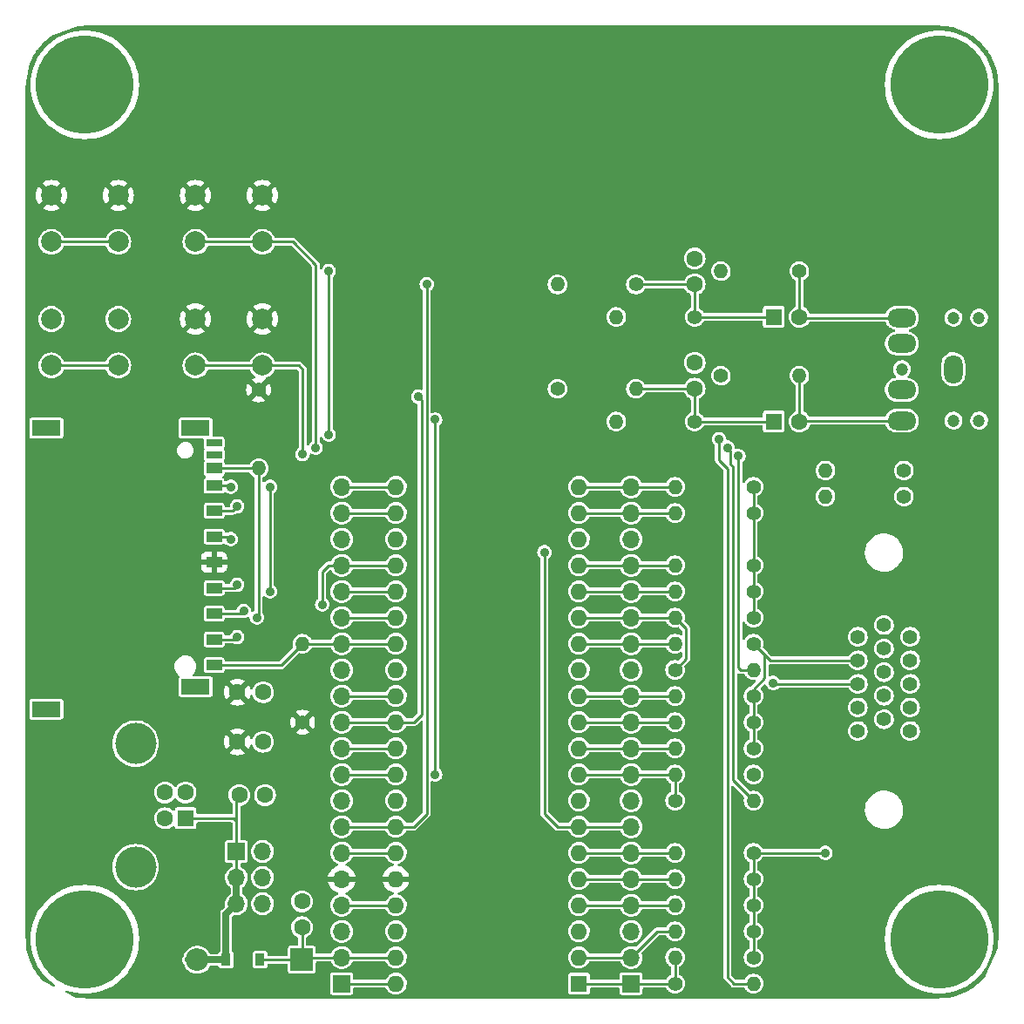
<source format=gtl>
G04 #@! TF.GenerationSoftware,KiCad,Pcbnew,(6.0.1)*
G04 #@! TF.CreationDate,2022-06-10T05:36:32-04:00*
G04 #@! TF.ProjectId,PiPico_SDK,50695069-636f-45f5-9344-4b2e6b696361,2*
G04 #@! TF.SameCoordinates,Original*
G04 #@! TF.FileFunction,Copper,L1,Top*
G04 #@! TF.FilePolarity,Positive*
%FSLAX46Y46*%
G04 Gerber Fmt 4.6, Leading zero omitted, Abs format (unit mm)*
G04 Created by KiCad (PCBNEW (6.0.1)) date 2022-06-10 05:36:32*
%MOMM*%
%LPD*%
G01*
G04 APERTURE LIST*
G04 #@! TA.AperFunction,ComponentPad*
%ADD10C,9.525000*%
G04 #@! TD*
G04 #@! TA.AperFunction,ComponentPad*
%ADD11C,1.397000*%
G04 #@! TD*
G04 #@! TA.AperFunction,SMDPad,CuDef*
%ADD12R,1.500000X1.000000*%
G04 #@! TD*
G04 #@! TA.AperFunction,SMDPad,CuDef*
%ADD13R,1.500000X0.700000*%
G04 #@! TD*
G04 #@! TA.AperFunction,SMDPad,CuDef*
%ADD14R,2.800000X1.500000*%
G04 #@! TD*
G04 #@! TA.AperFunction,ComponentPad*
%ADD15C,1.400000*%
G04 #@! TD*
G04 #@! TA.AperFunction,ComponentPad*
%ADD16O,1.400000X1.400000*%
G04 #@! TD*
G04 #@! TA.AperFunction,ComponentPad*
%ADD17R,1.600000X1.600000*%
G04 #@! TD*
G04 #@! TA.AperFunction,ComponentPad*
%ADD18O,1.600000X1.600000*%
G04 #@! TD*
G04 #@! TA.AperFunction,ComponentPad*
%ADD19C,1.600000*%
G04 #@! TD*
G04 #@! TA.AperFunction,ComponentPad*
%ADD20C,4.000000*%
G04 #@! TD*
G04 #@! TA.AperFunction,ComponentPad*
%ADD21C,2.000000*%
G04 #@! TD*
G04 #@! TA.AperFunction,SMDPad,CuDef*
%ADD22R,0.900000X1.200000*%
G04 #@! TD*
G04 #@! TA.AperFunction,ComponentPad*
%ADD23R,2.200000X2.200000*%
G04 #@! TD*
G04 #@! TA.AperFunction,ComponentPad*
%ADD24O,2.200000X2.200000*%
G04 #@! TD*
G04 #@! TA.AperFunction,ComponentPad*
%ADD25C,1.200000*%
G04 #@! TD*
G04 #@! TA.AperFunction,ComponentPad*
%ADD26O,2.800000X1.800000*%
G04 #@! TD*
G04 #@! TA.AperFunction,ComponentPad*
%ADD27O,1.800000X2.800000*%
G04 #@! TD*
G04 #@! TA.AperFunction,ComponentPad*
%ADD28R,1.700000X1.700000*%
G04 #@! TD*
G04 #@! TA.AperFunction,ComponentPad*
%ADD29O,1.700000X1.700000*%
G04 #@! TD*
G04 #@! TA.AperFunction,ViaPad*
%ADD30C,0.889000*%
G04 #@! TD*
G04 #@! TA.AperFunction,Conductor*
%ADD31C,0.254000*%
G04 #@! TD*
G04 #@! TA.AperFunction,Conductor*
%ADD32C,0.635000*%
G04 #@! TD*
G04 APERTURE END LIST*
D10*
X290000000Y-20000000D03*
X373000000Y-103000000D03*
X290000000Y-103000000D03*
X373000000Y-20000000D03*
D11*
X365103590Y-73622370D03*
X365103590Y-75913450D03*
X365103590Y-78199450D03*
X365103590Y-80493070D03*
X365103590Y-82781610D03*
X367643590Y-72476830D03*
X367643590Y-74767910D03*
X367643590Y-77058990D03*
X367643590Y-79347530D03*
X367643590Y-81638610D03*
X370183590Y-73622370D03*
X370183590Y-75913450D03*
X370181050Y-78201990D03*
X370183590Y-80493070D03*
X370183590Y-82781610D03*
D12*
X302555500Y-73880000D03*
X302555500Y-71380000D03*
X302555500Y-68880000D03*
X302555500Y-66380000D03*
X302555500Y-63880000D03*
X302555500Y-61380000D03*
X302555500Y-58960000D03*
X302555500Y-57260000D03*
X302555500Y-76380000D03*
D13*
X302555500Y-55920000D03*
X302555500Y-54780000D03*
D14*
X300755500Y-78450000D03*
X300755500Y-53350000D03*
X286255500Y-53350000D03*
X286255500Y-80650000D03*
D15*
X369570000Y-57460000D03*
D16*
X361950000Y-57460000D03*
D15*
X369570000Y-60000000D03*
D16*
X361950000Y-60000000D03*
D15*
X335915000Y-49530000D03*
D16*
X343535000Y-49530000D03*
D15*
X351790000Y-48260000D03*
D16*
X359410000Y-48260000D03*
D17*
X338000000Y-107315000D03*
D18*
X338000000Y-104775000D03*
X338000000Y-102235000D03*
X338000000Y-99695000D03*
X338000000Y-97155000D03*
X338000000Y-94615000D03*
X338000000Y-92075000D03*
X338000000Y-89535000D03*
X338000000Y-86995000D03*
X338000000Y-84455000D03*
X338000000Y-81915000D03*
X338000000Y-79375000D03*
X338000000Y-76835000D03*
X338000000Y-74295000D03*
X338000000Y-71755000D03*
X338000000Y-69215000D03*
X338000000Y-66675000D03*
X338000000Y-64135000D03*
X338000000Y-61595000D03*
X338000000Y-59055000D03*
X320220000Y-59055000D03*
X320220000Y-61595000D03*
X320220000Y-64135000D03*
X320220000Y-66675000D03*
X320220000Y-69215000D03*
X320220000Y-71755000D03*
X320220000Y-74295000D03*
X320220000Y-76835000D03*
X320220000Y-79375000D03*
X320220000Y-81915000D03*
X320220000Y-84455000D03*
X320220000Y-86995000D03*
X320220000Y-89535000D03*
X320220000Y-92075000D03*
X320220000Y-94615000D03*
X320220000Y-97155000D03*
X320220000Y-99695000D03*
X320220000Y-102235000D03*
X320220000Y-104775000D03*
X320220000Y-107315000D03*
D17*
X299787500Y-91250000D03*
D19*
X299787500Y-88750000D03*
X297787500Y-88750000D03*
X297787500Y-91250000D03*
D20*
X294927500Y-84000000D03*
X294927500Y-96000000D03*
D19*
X349250000Y-49510000D03*
X349250000Y-47010000D03*
D17*
X356934888Y-52705000D03*
D19*
X359434888Y-52705000D03*
X349250000Y-39370000D03*
X349250000Y-36870000D03*
D15*
X354965000Y-99695000D03*
D16*
X347345000Y-99695000D03*
D15*
X359410000Y-38100000D03*
D16*
X351790000Y-38100000D03*
D15*
X354965000Y-71755000D03*
D16*
X347345000Y-71755000D03*
D21*
X300750000Y-42750000D03*
X307250000Y-42750000D03*
X300750000Y-47250000D03*
X307250000Y-47250000D03*
D15*
X354965000Y-61595000D03*
D16*
X347345000Y-61595000D03*
D15*
X354965000Y-69215000D03*
D16*
X347345000Y-69215000D03*
D15*
X354965000Y-79375000D03*
D16*
X347345000Y-79375000D03*
D21*
X293250000Y-42750000D03*
X286750000Y-42750000D03*
X286750000Y-47250000D03*
X293250000Y-47250000D03*
D22*
X307015000Y-105000000D03*
X303715000Y-105000000D03*
D15*
X354965000Y-86995000D03*
D16*
X347345000Y-86995000D03*
D15*
X354965000Y-81915000D03*
D16*
X347345000Y-81915000D03*
D19*
X311099200Y-101834000D03*
X311099200Y-99334000D03*
D15*
X354965000Y-94615000D03*
D16*
X347345000Y-94615000D03*
D23*
X311080000Y-105000000D03*
D24*
X300920000Y-105000000D03*
D15*
X354965000Y-59055000D03*
D16*
X347345000Y-59055000D03*
D19*
X304820000Y-83820000D03*
X307320000Y-83820000D03*
X305000000Y-89000000D03*
X307500000Y-89000000D03*
D25*
X374380000Y-52625000D03*
X374380000Y-42625000D03*
X376880000Y-42625000D03*
X376880000Y-52625000D03*
X369380000Y-47625000D03*
D26*
X369380000Y-52625000D03*
X369380000Y-49625000D03*
D27*
X374380000Y-47625000D03*
D26*
X369380000Y-42625000D03*
X369380000Y-45125000D03*
D15*
X347345000Y-76835000D03*
D16*
X354965000Y-76835000D03*
D15*
X354965000Y-74295000D03*
D16*
X347345000Y-74295000D03*
D15*
X343535000Y-39390000D03*
D16*
X335915000Y-39390000D03*
D15*
X354965000Y-104775000D03*
D16*
X347345000Y-104775000D03*
D15*
X349250000Y-52705000D03*
D16*
X341630000Y-52705000D03*
D28*
X314960000Y-107315000D03*
D29*
X314960000Y-104775000D03*
X314960000Y-102235000D03*
X314960000Y-99695000D03*
X314960000Y-97155000D03*
X314960000Y-94615000D03*
X314960000Y-92075000D03*
X314960000Y-89535000D03*
X314960000Y-86995000D03*
X314960000Y-84455000D03*
X314960000Y-81915000D03*
X314960000Y-79375000D03*
X314960000Y-76835000D03*
X314960000Y-74295000D03*
X314960000Y-71755000D03*
X314960000Y-69215000D03*
X314960000Y-66675000D03*
X314960000Y-64135000D03*
X314960000Y-61595000D03*
X314960000Y-59055000D03*
D15*
X347345000Y-89535000D03*
D16*
X354965000Y-89535000D03*
D15*
X354965000Y-84455000D03*
D16*
X347345000Y-84455000D03*
D15*
X311150000Y-81915000D03*
D16*
X311150000Y-74295000D03*
D19*
X304820000Y-79000000D03*
X307320000Y-79000000D03*
D15*
X354965000Y-102235000D03*
D16*
X347345000Y-102235000D03*
D17*
X356934888Y-42545000D03*
D19*
X359434888Y-42545000D03*
D21*
X300750000Y-30750000D03*
X307250000Y-30750000D03*
X307250000Y-35250000D03*
X300750000Y-35250000D03*
D15*
X306882800Y-49631600D03*
D16*
X306882800Y-57251600D03*
D15*
X354965000Y-66675000D03*
D16*
X347345000Y-66675000D03*
D28*
X304725000Y-94475000D03*
D29*
X307265000Y-94475000D03*
X304725000Y-97015000D03*
X307265000Y-97015000D03*
X304725000Y-99555000D03*
X307265000Y-99555000D03*
D15*
X347345000Y-107315000D03*
D16*
X354965000Y-107315000D03*
D15*
X354965000Y-97155000D03*
D16*
X347345000Y-97155000D03*
D15*
X349250000Y-42545000D03*
D16*
X341630000Y-42545000D03*
D28*
X343075000Y-107315000D03*
D29*
X343075000Y-104775000D03*
X343075000Y-102235000D03*
X343075000Y-99695000D03*
X343075000Y-97155000D03*
X343075000Y-94615000D03*
X343075000Y-92075000D03*
X343075000Y-89535000D03*
X343075000Y-86995000D03*
X343075000Y-84455000D03*
X343075000Y-81915000D03*
X343075000Y-79375000D03*
X343075000Y-76835000D03*
X343075000Y-74295000D03*
X343075000Y-71755000D03*
X343075000Y-69215000D03*
X343075000Y-66675000D03*
X343075000Y-64135000D03*
X343075000Y-61595000D03*
X343075000Y-59055000D03*
D21*
X293250000Y-30750000D03*
X286750000Y-30750000D03*
X286750000Y-35250000D03*
X293250000Y-35250000D03*
D30*
X304800000Y-68580000D03*
X304800000Y-60960000D03*
X356870000Y-78105000D03*
X323215000Y-39370000D03*
X324040000Y-86995000D03*
X324040000Y-52515000D03*
X304800000Y-73660000D03*
X306705000Y-71755000D03*
X307975000Y-69215000D03*
X307975000Y-59055000D03*
X304165000Y-59055000D03*
X305435000Y-71120000D03*
X313055000Y-70485000D03*
X361950000Y-94615000D03*
X334645000Y-65405000D03*
X304165000Y-64135000D03*
X313690000Y-38100000D03*
X313690000Y-53975000D03*
X351616804Y-54420000D03*
X312420000Y-55244489D03*
X352425000Y-55244489D03*
X311150000Y-55880000D03*
X353505511Y-56069489D03*
X322390000Y-50292480D03*
D31*
X304380000Y-61380000D02*
X304800000Y-60960000D01*
X304500000Y-68880000D02*
X304800000Y-68580000D01*
X302555500Y-61380000D02*
X304380000Y-61380000D01*
X302555500Y-68880000D02*
X304500000Y-68880000D01*
X299787500Y-91250000D02*
X304460000Y-91250000D01*
D32*
X303715000Y-105000000D02*
X300031000Y-105000000D01*
X303715000Y-105000000D02*
X303715000Y-100565000D01*
D31*
X304725000Y-91515000D02*
X304725000Y-89275000D01*
X304725000Y-94475000D02*
X304725000Y-97015000D01*
D32*
X303715000Y-100565000D02*
X304725000Y-99555000D01*
D31*
X304725000Y-89275000D02*
X305000000Y-89000000D01*
X304725000Y-94475000D02*
X304725000Y-91515000D01*
D32*
X304725000Y-99555000D02*
X304725000Y-97015000D01*
D31*
X304460000Y-91250000D02*
X304725000Y-91515000D01*
X356934888Y-42545000D02*
X349250000Y-42545000D01*
X349230000Y-39390000D02*
X349250000Y-39370000D01*
X343535000Y-39390000D02*
X349230000Y-39390000D01*
X349250000Y-42565000D02*
X349250000Y-39370000D01*
X359514888Y-42625000D02*
X359434888Y-42545000D01*
X369380000Y-42625000D02*
X359514888Y-42625000D01*
X359410000Y-42520112D02*
X359434888Y-42545000D01*
X359410000Y-38100000D02*
X359410000Y-42520112D01*
X356045511Y-77659489D02*
X354965000Y-78740000D01*
X354965000Y-78740000D02*
X354965000Y-79375000D01*
X354965000Y-84455000D02*
X354965000Y-81915000D01*
X354965000Y-74295000D02*
X356583450Y-75913450D01*
X365103590Y-75913450D02*
X356583450Y-75913450D01*
X356045511Y-75375511D02*
X356045511Y-77659489D01*
X354965000Y-79375000D02*
X354965000Y-81915000D01*
X354965000Y-66675000D02*
X354965000Y-69215000D01*
X354965000Y-69215000D02*
X354965000Y-71755000D01*
X356964450Y-78199450D02*
X356870000Y-78105000D01*
X354965000Y-59055000D02*
X354965000Y-61595000D01*
X365103590Y-78199450D02*
X356964450Y-78199450D01*
X354965000Y-61595000D02*
X354965000Y-66675000D01*
X323215000Y-90805000D02*
X323215000Y-39370000D01*
X320220000Y-92075000D02*
X321945000Y-92075000D01*
X321945000Y-92075000D02*
X323215000Y-90805000D01*
X314960000Y-92075000D02*
X320220000Y-92075000D01*
X314960000Y-86995000D02*
X320220000Y-86995000D01*
X324040000Y-86995000D02*
X324040000Y-52515000D01*
X314960000Y-84455000D02*
X320220000Y-84455000D01*
X302555500Y-73880000D02*
X304580000Y-73880000D01*
X314960000Y-79375000D02*
X320220000Y-79375000D01*
X304580000Y-73880000D02*
X304800000Y-73660000D01*
X309065000Y-76380000D02*
X311150000Y-74295000D01*
X314960000Y-74295000D02*
X311150000Y-74295000D01*
X314960000Y-74295000D02*
X320220000Y-74295000D01*
X302555500Y-76380000D02*
X309065000Y-76380000D01*
X306874400Y-57260000D02*
X306882800Y-57251600D01*
X314960000Y-71755000D02*
X320220000Y-71755000D01*
X306882800Y-71577200D02*
X306882800Y-57251600D01*
X302555500Y-57260000D02*
X306874400Y-57260000D01*
X306705000Y-71755000D02*
X306882800Y-71577200D01*
X307975000Y-69215000D02*
X307975000Y-59055000D01*
X304070000Y-58960000D02*
X304165000Y-59055000D01*
X302555500Y-58960000D02*
X304070000Y-58960000D01*
X314960000Y-69215000D02*
X320220000Y-69215000D01*
X314960000Y-66675000D02*
X320220000Y-66675000D01*
X305175000Y-71380000D02*
X305435000Y-71120000D01*
X302555500Y-71380000D02*
X305175000Y-71380000D01*
X314960000Y-66675000D02*
X313690000Y-66675000D01*
X313690000Y-66675000D02*
X313055000Y-67310000D01*
X313055000Y-67310000D02*
X313055000Y-70485000D01*
X314960000Y-61595000D02*
X320220000Y-61595000D01*
X314960000Y-59055000D02*
X320220000Y-59055000D01*
X343075000Y-107315000D02*
X347345000Y-107315000D01*
X347345000Y-107315000D02*
X347345000Y-104775000D01*
X338000000Y-107315000D02*
X343075000Y-107315000D01*
X343075000Y-104775000D02*
X345615000Y-102235000D01*
X338000000Y-104775000D02*
X343075000Y-104775000D01*
X345615000Y-102235000D02*
X347345000Y-102235000D01*
X343075000Y-99695000D02*
X347345000Y-99695000D01*
X338000000Y-99695000D02*
X343075000Y-99695000D01*
X343075000Y-97155000D02*
X347345000Y-97155000D01*
X338000000Y-97155000D02*
X343075000Y-97155000D01*
X343075000Y-94615000D02*
X347345000Y-94615000D01*
X338000000Y-94615000D02*
X343075000Y-94615000D01*
X354965000Y-104775000D02*
X354965000Y-102235000D01*
X354965000Y-102235000D02*
X354965000Y-99695000D01*
X354965000Y-94615000D02*
X354965000Y-97155000D01*
X354965000Y-94615000D02*
X361950000Y-94615000D01*
X354965000Y-99695000D02*
X354965000Y-97155000D01*
X303910000Y-63880000D02*
X304165000Y-64135000D01*
X338000000Y-92075000D02*
X343075000Y-92075000D01*
X334645000Y-65405000D02*
X334645000Y-90805000D01*
X302555500Y-63880000D02*
X303910000Y-63880000D01*
X335915000Y-92075000D02*
X338000000Y-92075000D01*
X334645000Y-90805000D02*
X335915000Y-92075000D01*
X343075000Y-86995000D02*
X347345000Y-86995000D01*
X347345000Y-86995000D02*
X347345000Y-89535000D01*
X338000000Y-86995000D02*
X343075000Y-86995000D01*
X338000000Y-84455000D02*
X343075000Y-84455000D01*
X343075000Y-84455000D02*
X347345000Y-84455000D01*
X343075000Y-81915000D02*
X347345000Y-81915000D01*
X338000000Y-81915000D02*
X343075000Y-81915000D01*
X338000000Y-79375000D02*
X343075000Y-79375000D01*
X343075000Y-79375000D02*
X347345000Y-79375000D01*
X338000000Y-74295000D02*
X343075000Y-74295000D01*
X343075000Y-74295000D02*
X347345000Y-74295000D01*
X338000000Y-71755000D02*
X343075000Y-71755000D01*
X347345000Y-71755000D02*
X348425511Y-72835511D01*
X348425511Y-75754489D02*
X347345000Y-76835000D01*
X343075000Y-71755000D02*
X347345000Y-71755000D01*
X348425511Y-72835511D02*
X348425511Y-75754489D01*
X338000000Y-69215000D02*
X343075000Y-69215000D01*
X343075000Y-69215000D02*
X347345000Y-69215000D01*
X338000000Y-66675000D02*
X343075000Y-66675000D01*
X343075000Y-66675000D02*
X347345000Y-66675000D01*
X338000000Y-61595000D02*
X343075000Y-61595000D01*
X343075000Y-61595000D02*
X347345000Y-61595000D01*
X338000000Y-59055000D02*
X343075000Y-59055000D01*
X343075000Y-59055000D02*
X347345000Y-59055000D01*
X352425000Y-57294751D02*
X351599989Y-56469740D01*
X313690000Y-53975000D02*
X313690000Y-38100000D01*
X352425000Y-106680000D02*
X352425000Y-57294751D01*
X354965000Y-107315000D02*
X353060000Y-107315000D01*
X351599989Y-54436815D02*
X351616804Y-54420000D01*
X353060000Y-107315000D02*
X352425000Y-106680000D01*
X286750000Y-35250000D02*
X293250000Y-35250000D01*
X351599989Y-56469740D02*
X351599989Y-54436815D01*
X352680500Y-56832509D02*
X352680500Y-55500500D01*
X352680500Y-55500500D02*
X352425000Y-55245000D01*
X300750000Y-35250000D02*
X307250000Y-35250000D01*
X354965000Y-89535000D02*
X352997991Y-87567991D01*
X352997991Y-57150000D02*
X352680500Y-56832509D01*
X312420000Y-55244489D02*
X312420000Y-37465000D01*
X352997991Y-87567991D02*
X352997991Y-57150000D01*
X310205000Y-35250000D02*
X307250000Y-35250000D01*
X312420000Y-37465000D02*
X310205000Y-35250000D01*
X352425000Y-55245000D02*
X352425000Y-55244489D01*
X353505511Y-76645511D02*
X353695000Y-76835000D01*
X311150000Y-55880000D02*
X311150000Y-47625000D01*
X311150000Y-47625000D02*
X310775000Y-47250000D01*
X300750000Y-47250000D02*
X307250000Y-47250000D01*
X353695000Y-76835000D02*
X354965000Y-76835000D01*
X353505511Y-56069489D02*
X353505511Y-76645511D01*
X310775000Y-47250000D02*
X307250000Y-47250000D01*
X314960000Y-107315000D02*
X320220000Y-107315000D01*
X314960000Y-99695000D02*
X320220000Y-99695000D01*
X314960000Y-94615000D02*
X320220000Y-94615000D01*
X321945000Y-81915000D02*
X322707480Y-81152520D01*
X314960000Y-81915000D02*
X320220000Y-81915000D01*
X320220000Y-81915000D02*
X321945000Y-81915000D01*
X286750000Y-47250000D02*
X293250000Y-47250000D01*
X322707480Y-50609960D02*
X322390000Y-50292480D01*
X322707480Y-81152520D02*
X322707480Y-50609960D01*
X349250000Y-49510000D02*
X343555000Y-49510000D01*
X356934888Y-52705000D02*
X349250000Y-52705000D01*
X343555000Y-49510000D02*
X343535000Y-49530000D01*
X349250000Y-49510000D02*
X349250000Y-52705000D01*
X359410000Y-52680112D02*
X359434888Y-52705000D01*
X359410000Y-48260000D02*
X359410000Y-52680112D01*
X359514888Y-52625000D02*
X359434888Y-52705000D01*
X369380000Y-52625000D02*
X359514888Y-52625000D01*
X307015000Y-105000000D02*
X311080000Y-105000000D01*
X311099200Y-101834000D02*
X311099200Y-104980800D01*
X311080000Y-105000000D02*
X311305000Y-104775000D01*
X314960000Y-104775000D02*
X311305000Y-104775000D01*
X314960000Y-104775000D02*
X320220000Y-104775000D01*
G04 #@! TA.AperFunction,Conductor*
G36*
X372987153Y-14256421D02*
G01*
X373000000Y-14258976D01*
X373012172Y-14256555D01*
X373021195Y-14256555D01*
X373035786Y-14255406D01*
X373225125Y-14262845D01*
X373445876Y-14271519D01*
X373455739Y-14272295D01*
X373893962Y-14324162D01*
X373903733Y-14325710D01*
X374083151Y-14361398D01*
X374336534Y-14411799D01*
X374346135Y-14414104D01*
X374543282Y-14469705D01*
X374558700Y-14475157D01*
X375943696Y-15068727D01*
X375955622Y-15074602D01*
X375997961Y-15098313D01*
X376006397Y-15103482D01*
X376373303Y-15348641D01*
X376381292Y-15354445D01*
X376454662Y-15412285D01*
X376727839Y-15627641D01*
X376735362Y-15634066D01*
X376853448Y-15743223D01*
X377059412Y-15933614D01*
X377066386Y-15940588D01*
X377211865Y-16097966D01*
X377365934Y-16264638D01*
X377372359Y-16272161D01*
X377528086Y-16469699D01*
X377639326Y-16610806D01*
X377645549Y-16618700D01*
X377651364Y-16626704D01*
X377896524Y-16993612D01*
X377901693Y-17002048D01*
X378117302Y-17387045D01*
X378121794Y-17395860D01*
X378306539Y-17796604D01*
X378310325Y-17805744D01*
X378463058Y-18219746D01*
X378466115Y-18229155D01*
X378585893Y-18653855D01*
X378588203Y-18663476D01*
X378674290Y-19096267D01*
X378675838Y-19106038D01*
X378727705Y-19544261D01*
X378728481Y-19554124D01*
X378744594Y-19964210D01*
X378743445Y-19978805D01*
X378743445Y-19987828D01*
X378741024Y-20000000D01*
X378743445Y-20012170D01*
X378743579Y-20012844D01*
X378746000Y-20037425D01*
X378746000Y-102962575D01*
X378743579Y-102987153D01*
X378741024Y-103000000D01*
X378743445Y-103012172D01*
X378743445Y-103021195D01*
X378744594Y-103035786D01*
X378738927Y-103180020D01*
X378728481Y-103445876D01*
X378727705Y-103455739D01*
X378685486Y-103812443D01*
X378676171Y-103847267D01*
X377530729Y-106519964D01*
X377513867Y-106548335D01*
X377372359Y-106727839D01*
X377365937Y-106735360D01*
X377066386Y-107059412D01*
X377059412Y-107066386D01*
X376991995Y-107128706D01*
X376735362Y-107365934D01*
X376727839Y-107372359D01*
X376538819Y-107521371D01*
X376381292Y-107645555D01*
X376373303Y-107651359D01*
X376223671Y-107751340D01*
X376006388Y-107896524D01*
X375997969Y-107901684D01*
X375845082Y-107987305D01*
X375839881Y-107990059D01*
X375250387Y-108284806D01*
X375246790Y-108286533D01*
X375203397Y-108306538D01*
X375194256Y-108310325D01*
X374780254Y-108463058D01*
X374770845Y-108466115D01*
X374346145Y-108585893D01*
X374336524Y-108588203D01*
X373903733Y-108674290D01*
X373893962Y-108675838D01*
X373455739Y-108727705D01*
X373445876Y-108728481D01*
X373225125Y-108737155D01*
X373035786Y-108744594D01*
X373021195Y-108743445D01*
X373012172Y-108743445D01*
X373000000Y-108741024D01*
X372987153Y-108743579D01*
X372962575Y-108746000D01*
X290037425Y-108746000D01*
X290012847Y-108743579D01*
X290000000Y-108741024D01*
X289987828Y-108743445D01*
X289978805Y-108743445D01*
X289964214Y-108744594D01*
X289774875Y-108737155D01*
X289554124Y-108728481D01*
X289544261Y-108727705D01*
X289184917Y-108685174D01*
X289128729Y-108678524D01*
X289087190Y-108666095D01*
X288196423Y-108220711D01*
X288144439Y-108172356D01*
X288126850Y-108103573D01*
X288149241Y-108036199D01*
X288204501Y-107991626D01*
X288275088Y-107984005D01*
X288290661Y-107987845D01*
X288631835Y-108095417D01*
X288631840Y-108095418D01*
X288634465Y-108096246D01*
X289083828Y-108195867D01*
X289086548Y-108196225D01*
X289086553Y-108196226D01*
X289257423Y-108218721D01*
X289540164Y-108255945D01*
X289542913Y-108256065D01*
X289542924Y-108256066D01*
X289997252Y-108275902D01*
X290000000Y-108276022D01*
X290002748Y-108275902D01*
X290457076Y-108256066D01*
X290457087Y-108256065D01*
X290459836Y-108255945D01*
X290742577Y-108218721D01*
X290913447Y-108196226D01*
X290913452Y-108196225D01*
X290916172Y-108195867D01*
X291365535Y-108096246D01*
X291368160Y-108095418D01*
X291368165Y-108095417D01*
X291801878Y-107958668D01*
X291801886Y-107958665D01*
X291804506Y-107957839D01*
X292229743Y-107781700D01*
X292638011Y-107569169D01*
X293026202Y-107321864D01*
X293311057Y-107103287D01*
X293389194Y-107043331D01*
X293389200Y-107043326D01*
X293391362Y-107041667D01*
X293662387Y-106793318D01*
X293728691Y-106732562D01*
X293730711Y-106730711D01*
X293997160Y-106439933D01*
X313855500Y-106439933D01*
X313855501Y-108190066D01*
X313860321Y-108214301D01*
X313867390Y-108249840D01*
X313870266Y-108264301D01*
X313877161Y-108274620D01*
X313877162Y-108274622D01*
X313917516Y-108335015D01*
X313926516Y-108348484D01*
X314010699Y-108404734D01*
X314084933Y-108419500D01*
X314959858Y-108419500D01*
X315835066Y-108419499D01*
X315870818Y-108412388D01*
X315897126Y-108407156D01*
X315897128Y-108407155D01*
X315909301Y-108404734D01*
X315919621Y-108397839D01*
X315919622Y-108397838D01*
X315983168Y-108355377D01*
X315993484Y-108348484D01*
X316049734Y-108264301D01*
X316064500Y-108190067D01*
X316064500Y-107822500D01*
X316084502Y-107754379D01*
X316138158Y-107707886D01*
X316190500Y-107696500D01*
X319153495Y-107696500D01*
X319221616Y-107716502D01*
X319265561Y-107764906D01*
X319326514Y-107883509D01*
X319326517Y-107883513D01*
X319329334Y-107888995D01*
X319457786Y-108051061D01*
X319462479Y-108055055D01*
X319462480Y-108055056D01*
X319555095Y-108133877D01*
X319615271Y-108185091D01*
X319795789Y-108285980D01*
X319992466Y-108349884D01*
X320197809Y-108374370D01*
X320203944Y-108373898D01*
X320203946Y-108373898D01*
X320397856Y-108358977D01*
X320397860Y-108358976D01*
X320403998Y-108358504D01*
X320603178Y-108302892D01*
X320608682Y-108300112D01*
X320608684Y-108300111D01*
X320782262Y-108212431D01*
X320782264Y-108212430D01*
X320787763Y-108209652D01*
X320950722Y-108082334D01*
X320954748Y-108077670D01*
X320954751Y-108077667D01*
X321081819Y-107930457D01*
X321081820Y-107930455D01*
X321085848Y-107925789D01*
X321144525Y-107822500D01*
X321184950Y-107751340D01*
X321184952Y-107751336D01*
X321187995Y-107745979D01*
X321234170Y-107607171D01*
X321251325Y-107555601D01*
X321251326Y-107555598D01*
X321253270Y-107549753D01*
X321279189Y-107344586D01*
X321279602Y-107315000D01*
X321259422Y-107109189D01*
X321199651Y-106911217D01*
X321139978Y-106798989D01*
X321105459Y-106734067D01*
X321105457Y-106734064D01*
X321102565Y-106728625D01*
X321098674Y-106723855D01*
X321098672Y-106723851D01*
X320975758Y-106573143D01*
X320975755Y-106573140D01*
X320971863Y-106568368D01*
X320964966Y-106562662D01*
X320877052Y-106489933D01*
X336945500Y-106489933D01*
X336945501Y-108140066D01*
X336951636Y-108170913D01*
X336956600Y-108195867D01*
X336960266Y-108214301D01*
X336967161Y-108224620D01*
X336967162Y-108224622D01*
X336999779Y-108273436D01*
X337016516Y-108298484D01*
X337100699Y-108354734D01*
X337174933Y-108369500D01*
X337999866Y-108369500D01*
X338825066Y-108369499D01*
X338860818Y-108362388D01*
X338887126Y-108357156D01*
X338887128Y-108357155D01*
X338899301Y-108354734D01*
X338909621Y-108347839D01*
X338909622Y-108347838D01*
X338973168Y-108305377D01*
X338983484Y-108298484D01*
X339039734Y-108214301D01*
X339054500Y-108140067D01*
X339054500Y-107822500D01*
X339074502Y-107754379D01*
X339128158Y-107707886D01*
X339180500Y-107696500D01*
X341844501Y-107696500D01*
X341912622Y-107716502D01*
X341959115Y-107770158D01*
X341970501Y-107822500D01*
X341970501Y-108190066D01*
X341975321Y-108214301D01*
X341982390Y-108249840D01*
X341985266Y-108264301D01*
X341992161Y-108274620D01*
X341992162Y-108274622D01*
X342032516Y-108335015D01*
X342041516Y-108348484D01*
X342125699Y-108404734D01*
X342199933Y-108419500D01*
X343074858Y-108419500D01*
X343950066Y-108419499D01*
X343985818Y-108412388D01*
X344012126Y-108407156D01*
X344012128Y-108407155D01*
X344024301Y-108404734D01*
X344034621Y-108397839D01*
X344034622Y-108397838D01*
X344098168Y-108355377D01*
X344108484Y-108348484D01*
X344164734Y-108264301D01*
X344179500Y-108190067D01*
X344179500Y-107822500D01*
X344199502Y-107754379D01*
X344253158Y-107707886D01*
X344305500Y-107696500D01*
X346390932Y-107696500D01*
X346459053Y-107716502D01*
X346502999Y-107764905D01*
X346538797Y-107834562D01*
X346542620Y-107839386D01*
X346542623Y-107839390D01*
X346648539Y-107973021D01*
X346655068Y-107981259D01*
X346659762Y-107985254D01*
X346789203Y-108095417D01*
X346797618Y-108102579D01*
X346802996Y-108105585D01*
X346802998Y-108105586D01*
X346837396Y-108124810D01*
X346961018Y-108193900D01*
X347139043Y-108251744D01*
X347324914Y-108273908D01*
X347331049Y-108273436D01*
X347331051Y-108273436D01*
X347505408Y-108260020D01*
X347505413Y-108260019D01*
X347511549Y-108259547D01*
X347517479Y-108257891D01*
X347517481Y-108257891D01*
X347636637Y-108224622D01*
X347691841Y-108209209D01*
X347718254Y-108195867D01*
X347816705Y-108146135D01*
X347858921Y-108124810D01*
X347887376Y-108102579D01*
X348001571Y-108013360D01*
X348001572Y-108013360D01*
X348006427Y-108009566D01*
X348128738Y-107867867D01*
X348221198Y-107705108D01*
X348280283Y-107527491D01*
X348303744Y-107341780D01*
X348304118Y-107315000D01*
X348285852Y-107128706D01*
X348231749Y-106949509D01*
X348215134Y-106918260D01*
X348146764Y-106789674D01*
X348146762Y-106789671D01*
X348143870Y-106784232D01*
X348139980Y-106779462D01*
X348139977Y-106779458D01*
X348029457Y-106643948D01*
X348029454Y-106643945D01*
X348025562Y-106639173D01*
X348009476Y-106625865D01*
X347939974Y-106568368D01*
X347881332Y-106519855D01*
X347792570Y-106471861D01*
X347742162Y-106421867D01*
X347726500Y-106361026D01*
X347726500Y-105729217D01*
X347746502Y-105661096D01*
X347795689Y-105616751D01*
X347844683Y-105592002D01*
X347858921Y-105584810D01*
X347887376Y-105562579D01*
X348001571Y-105473360D01*
X348001572Y-105473360D01*
X348006427Y-105469566D01*
X348128738Y-105327867D01*
X348221198Y-105165108D01*
X348280283Y-104987491D01*
X348303744Y-104801780D01*
X348304118Y-104775000D01*
X348285852Y-104588706D01*
X348231749Y-104409509D01*
X348216656Y-104381123D01*
X348146764Y-104249674D01*
X348146762Y-104249671D01*
X348143870Y-104244232D01*
X348139980Y-104239462D01*
X348139977Y-104239458D01*
X348029457Y-104103948D01*
X348029454Y-104103945D01*
X348025562Y-104099173D01*
X347881332Y-103979855D01*
X347716673Y-103890824D01*
X347627265Y-103863148D01*
X347543744Y-103837294D01*
X347543741Y-103837293D01*
X347537857Y-103835472D01*
X347531732Y-103834828D01*
X347531731Y-103834828D01*
X347357824Y-103816549D01*
X347357823Y-103816549D01*
X347351696Y-103815905D01*
X347275143Y-103822872D01*
X347171418Y-103832312D01*
X347171415Y-103832313D01*
X347165279Y-103832871D01*
X347159373Y-103834609D01*
X347159369Y-103834610D01*
X347042987Y-103868863D01*
X346985708Y-103885721D01*
X346819822Y-103972444D01*
X346815022Y-103976304D01*
X346815021Y-103976304D01*
X346809764Y-103980531D01*
X346673940Y-104089736D01*
X346553619Y-104233130D01*
X346550655Y-104238522D01*
X346550652Y-104238526D01*
X346494110Y-104341377D01*
X346463441Y-104397163D01*
X346461580Y-104403030D01*
X346461579Y-104403032D01*
X346421083Y-104530691D01*
X346406841Y-104575588D01*
X346385975Y-104761609D01*
X346401639Y-104948139D01*
X346403338Y-104954064D01*
X346426244Y-105033945D01*
X346453235Y-105128075D01*
X346456050Y-105133552D01*
X346456051Y-105133555D01*
X346506742Y-105232189D01*
X346538797Y-105294562D01*
X346542620Y-105299386D01*
X346542623Y-105299390D01*
X346642546Y-105425460D01*
X346655068Y-105441259D01*
X346659762Y-105445254D01*
X346788611Y-105554913D01*
X346797618Y-105562579D01*
X346894548Y-105616751D01*
X346898971Y-105619223D01*
X346948676Y-105669917D01*
X346963500Y-105729211D01*
X346963500Y-106361022D01*
X346943498Y-106429143D01*
X346895876Y-106472683D01*
X346825286Y-106509587D01*
X346825282Y-106509589D01*
X346819822Y-106512444D01*
X346815022Y-106516304D01*
X346815021Y-106516304D01*
X346810469Y-106519964D01*
X346673940Y-106629736D01*
X346553619Y-106773130D01*
X346550655Y-106778522D01*
X346550652Y-106778526D01*
X346501353Y-106868201D01*
X346451007Y-106918260D01*
X346390938Y-106933500D01*
X344305499Y-106933500D01*
X344237378Y-106913498D01*
X344190885Y-106859842D01*
X344179499Y-106807500D01*
X344179499Y-106439934D01*
X344164734Y-106365699D01*
X344157251Y-106354499D01*
X344115377Y-106291832D01*
X344108484Y-106281516D01*
X344024301Y-106225266D01*
X343950067Y-106210500D01*
X343075142Y-106210500D01*
X342199934Y-106210501D01*
X342164182Y-106217612D01*
X342137874Y-106222844D01*
X342137872Y-106222845D01*
X342125699Y-106225266D01*
X342115379Y-106232161D01*
X342115378Y-106232162D01*
X342080565Y-106255424D01*
X342041516Y-106281516D01*
X341985266Y-106365699D01*
X341970500Y-106439933D01*
X341970500Y-106807500D01*
X341950498Y-106875621D01*
X341896842Y-106922114D01*
X341844500Y-106933500D01*
X339180499Y-106933500D01*
X339112378Y-106913498D01*
X339065885Y-106859842D01*
X339054499Y-106807500D01*
X339054499Y-106489934D01*
X339045785Y-106446120D01*
X339042156Y-106427874D01*
X339042155Y-106427872D01*
X339039734Y-106415699D01*
X339023473Y-106391362D01*
X338992484Y-106344985D01*
X338983484Y-106331516D01*
X338899301Y-106275266D01*
X338825067Y-106260500D01*
X338000134Y-106260500D01*
X337174934Y-106260501D01*
X337142651Y-106266922D01*
X337112874Y-106272844D01*
X337112872Y-106272845D01*
X337100699Y-106275266D01*
X337090379Y-106282161D01*
X337090378Y-106282162D01*
X337054393Y-106306207D01*
X337016516Y-106331516D01*
X336960266Y-106415699D01*
X336945500Y-106489933D01*
X320877052Y-106489933D01*
X320817271Y-106440478D01*
X320817266Y-106440475D01*
X320812522Y-106436550D01*
X320807103Y-106433620D01*
X320807100Y-106433618D01*
X320636032Y-106341122D01*
X320636027Y-106341120D01*
X320630612Y-106338192D01*
X320433063Y-106277040D01*
X320426938Y-106276396D01*
X320426937Y-106276396D01*
X320233526Y-106256068D01*
X320233524Y-106256068D01*
X320227397Y-106255424D01*
X320117369Y-106265437D01*
X320027591Y-106273607D01*
X320027590Y-106273607D01*
X320021450Y-106274166D01*
X319823066Y-106332554D01*
X319817601Y-106335411D01*
X319645261Y-106425508D01*
X319645257Y-106425511D01*
X319639801Y-106428363D01*
X319478635Y-106557943D01*
X319345708Y-106716360D01*
X319342739Y-106721760D01*
X319342738Y-106721762D01*
X319262232Y-106868201D01*
X319211887Y-106918260D01*
X319151818Y-106933500D01*
X316190499Y-106933500D01*
X316122378Y-106913498D01*
X316075885Y-106859842D01*
X316064499Y-106807500D01*
X316064499Y-106439934D01*
X316049734Y-106365699D01*
X316042251Y-106354499D01*
X316000377Y-106291832D01*
X315993484Y-106281516D01*
X315909301Y-106225266D01*
X315835067Y-106210500D01*
X314960142Y-106210500D01*
X314084934Y-106210501D01*
X314049182Y-106217612D01*
X314022874Y-106222844D01*
X314022872Y-106222845D01*
X314010699Y-106225266D01*
X314000379Y-106232161D01*
X314000378Y-106232162D01*
X313965565Y-106255424D01*
X313926516Y-106281516D01*
X313870266Y-106365699D01*
X313855500Y-106439933D01*
X293997160Y-106439933D01*
X294041667Y-106391362D01*
X294052019Y-106377872D01*
X294170770Y-106223111D01*
X294321864Y-106026202D01*
X294569169Y-105638011D01*
X294781700Y-105229743D01*
X294957839Y-104804506D01*
X294965975Y-104778704D01*
X295095417Y-104368165D01*
X295095418Y-104368160D01*
X295096246Y-104365535D01*
X295195867Y-103916172D01*
X295197505Y-103903735D01*
X295227242Y-103677859D01*
X295255945Y-103459836D01*
X295256339Y-103450826D01*
X295275902Y-103002748D01*
X295276022Y-103000000D01*
X295271500Y-102896428D01*
X295256066Y-102542924D01*
X295256065Y-102542913D01*
X295255945Y-102540164D01*
X295195867Y-102083828D01*
X295096246Y-101634465D01*
X295093682Y-101626332D01*
X294958668Y-101198122D01*
X294958665Y-101198114D01*
X294957839Y-101195494D01*
X294783426Y-100774424D01*
X294782753Y-100772799D01*
X294782752Y-100772798D01*
X294781700Y-100770257D01*
X294569169Y-100361989D01*
X294321864Y-99973798D01*
X294107935Y-99695000D01*
X294043331Y-99610806D01*
X294043326Y-99610800D01*
X294041667Y-99608638D01*
X293779957Y-99323032D01*
X293732562Y-99271309D01*
X293730711Y-99269289D01*
X293391362Y-98958333D01*
X293389200Y-98956674D01*
X293389194Y-98956669D01*
X293211706Y-98820478D01*
X293026202Y-98678136D01*
X292638011Y-98430831D01*
X292229743Y-98218300D01*
X291804506Y-98042161D01*
X291801886Y-98041335D01*
X291801878Y-98041332D01*
X291368165Y-97904583D01*
X291368160Y-97904582D01*
X291365535Y-97903754D01*
X290916172Y-97804133D01*
X290913452Y-97803775D01*
X290913447Y-97803774D01*
X290742577Y-97781279D01*
X290459836Y-97744055D01*
X290457087Y-97743935D01*
X290457076Y-97743934D01*
X290002748Y-97724098D01*
X290000000Y-97723978D01*
X289997252Y-97724098D01*
X289542924Y-97743934D01*
X289542913Y-97743935D01*
X289540164Y-97744055D01*
X289257423Y-97781279D01*
X289086553Y-97803774D01*
X289086548Y-97803775D01*
X289083828Y-97804133D01*
X288634465Y-97903754D01*
X288631840Y-97904582D01*
X288631835Y-97904583D01*
X288198122Y-98041332D01*
X288198114Y-98041335D01*
X288195494Y-98042161D01*
X287770257Y-98218300D01*
X287361989Y-98430831D01*
X286973798Y-98678136D01*
X286788294Y-98820478D01*
X286610806Y-98956669D01*
X286610800Y-98956674D01*
X286608638Y-98958333D01*
X286269289Y-99269289D01*
X286267438Y-99271309D01*
X286220043Y-99323032D01*
X285958333Y-99608638D01*
X285956674Y-99610800D01*
X285956669Y-99610806D01*
X285892065Y-99695000D01*
X285678136Y-99973798D01*
X285430831Y-100361989D01*
X285218300Y-100770257D01*
X285217248Y-100772798D01*
X285217247Y-100772799D01*
X285216574Y-100774424D01*
X285042161Y-101195494D01*
X285041335Y-101198114D01*
X285041332Y-101198122D01*
X284906318Y-101626332D01*
X284903754Y-101634465D01*
X284804133Y-102083828D01*
X284744055Y-102540164D01*
X284743935Y-102542913D01*
X284743934Y-102542924D01*
X284728500Y-102896428D01*
X284723978Y-103000000D01*
X284724098Y-103002748D01*
X284743662Y-103450826D01*
X284744055Y-103459836D01*
X284772758Y-103677859D01*
X284802496Y-103903735D01*
X284804133Y-103916172D01*
X284903754Y-104365535D01*
X284904582Y-104368160D01*
X284904583Y-104368165D01*
X285034026Y-104778704D01*
X285042161Y-104804506D01*
X285218300Y-105229743D01*
X285430831Y-105638011D01*
X285678136Y-106026202D01*
X285829230Y-106223111D01*
X285947982Y-106377872D01*
X285958333Y-106391362D01*
X286269289Y-106730711D01*
X286271309Y-106732562D01*
X286337613Y-106793318D01*
X286608638Y-107041667D01*
X286610800Y-107043326D01*
X286610806Y-107043331D01*
X286688943Y-107103287D01*
X286973798Y-107321864D01*
X287010560Y-107345284D01*
X287021548Y-107352284D01*
X287068253Y-107405755D01*
X287078635Y-107475989D01*
X287049397Y-107540686D01*
X286989824Y-107579306D01*
X286918828Y-107579587D01*
X286897501Y-107571250D01*
X286290619Y-107267809D01*
X286018838Y-107131918D01*
X285989659Y-107111745D01*
X285940600Y-107066396D01*
X285933603Y-107059400D01*
X285634066Y-106735362D01*
X285627641Y-106727839D01*
X285405551Y-106446120D01*
X285354445Y-106381292D01*
X285348636Y-106373296D01*
X285340438Y-106361026D01*
X285103476Y-106006388D01*
X285098307Y-105997952D01*
X284942657Y-105720020D01*
X284882697Y-105612953D01*
X284878206Y-105604140D01*
X284871672Y-105589966D01*
X284696605Y-105210215D01*
X284689883Y-105192091D01*
X284490000Y-104492500D01*
X284336133Y-103953963D01*
X284333707Y-103943933D01*
X284325710Y-103903735D01*
X284324161Y-103893959D01*
X284323575Y-103889002D01*
X284303107Y-103716068D01*
X284272295Y-103455738D01*
X284271519Y-103445876D01*
X284261073Y-103180020D01*
X284255406Y-103035786D01*
X284256555Y-103021195D01*
X284256555Y-103012172D01*
X284258976Y-103000000D01*
X284256421Y-102987153D01*
X284254000Y-102962575D01*
X284254000Y-96000000D01*
X292668163Y-96000000D01*
X292668433Y-96004119D01*
X292686547Y-96280478D01*
X292687492Y-96294903D01*
X292688296Y-96298943D01*
X292688296Y-96298946D01*
X292744323Y-96580609D01*
X292745148Y-96584759D01*
X292746473Y-96588663D01*
X292746474Y-96588666D01*
X292824531Y-96818613D01*
X292840145Y-96864611D01*
X292970857Y-97129668D01*
X293135047Y-97375397D01*
X293329907Y-97597593D01*
X293552103Y-97792453D01*
X293797831Y-97956643D01*
X293801530Y-97958467D01*
X293801535Y-97958470D01*
X293891580Y-98002875D01*
X294062889Y-98087355D01*
X294066794Y-98088680D01*
X294066795Y-98088681D01*
X294338834Y-98181026D01*
X294338837Y-98181027D01*
X294342741Y-98182352D01*
X294346780Y-98183155D01*
X294346786Y-98183157D01*
X294628554Y-98239204D01*
X294628557Y-98239204D01*
X294632597Y-98240008D01*
X294636708Y-98240277D01*
X294636712Y-98240278D01*
X294923381Y-98259067D01*
X294927500Y-98259337D01*
X294931619Y-98259067D01*
X295218288Y-98240278D01*
X295218292Y-98240277D01*
X295222403Y-98240008D01*
X295226443Y-98239204D01*
X295226446Y-98239204D01*
X295508214Y-98183157D01*
X295508220Y-98183155D01*
X295512259Y-98182352D01*
X295516163Y-98181027D01*
X295516166Y-98181026D01*
X295788205Y-98088681D01*
X295788206Y-98088680D01*
X295792111Y-98087355D01*
X295963420Y-98002875D01*
X296053465Y-97958470D01*
X296053470Y-97958467D01*
X296057169Y-97956643D01*
X296302897Y-97792453D01*
X296525093Y-97597593D01*
X296719953Y-97375397D01*
X296884143Y-97129668D01*
X297014855Y-96864611D01*
X297030469Y-96818613D01*
X297108526Y-96588666D01*
X297108527Y-96588663D01*
X297109852Y-96584759D01*
X297110678Y-96580609D01*
X297166704Y-96298946D01*
X297166704Y-96298943D01*
X297167508Y-96294903D01*
X297168454Y-96280478D01*
X297186567Y-96004119D01*
X297186837Y-96000000D01*
X297178718Y-95876132D01*
X297167778Y-95709212D01*
X297167777Y-95709208D01*
X297167508Y-95705097D01*
X297158240Y-95658504D01*
X297110657Y-95419286D01*
X297110655Y-95419280D01*
X297109852Y-95415241D01*
X297105708Y-95403031D01*
X297016181Y-95139295D01*
X297016180Y-95139294D01*
X297014855Y-95135389D01*
X296925512Y-94954219D01*
X296885970Y-94874036D01*
X296885967Y-94874031D01*
X296884143Y-94870332D01*
X296719953Y-94624603D01*
X296525093Y-94402407D01*
X296302897Y-94207547D01*
X296057169Y-94043357D01*
X296053470Y-94041533D01*
X296053465Y-94041530D01*
X295917491Y-93974475D01*
X295792111Y-93912645D01*
X295756654Y-93900609D01*
X295516166Y-93818974D01*
X295516163Y-93818973D01*
X295512259Y-93817648D01*
X295508220Y-93816845D01*
X295508214Y-93816843D01*
X295226446Y-93760796D01*
X295226443Y-93760796D01*
X295222403Y-93759992D01*
X295218292Y-93759723D01*
X295218288Y-93759722D01*
X294931619Y-93740933D01*
X294927500Y-93740663D01*
X294923381Y-93740933D01*
X294636712Y-93759722D01*
X294636708Y-93759723D01*
X294632597Y-93759992D01*
X294628557Y-93760796D01*
X294628554Y-93760796D01*
X294346786Y-93816843D01*
X294346780Y-93816845D01*
X294342741Y-93817648D01*
X294338837Y-93818973D01*
X294338834Y-93818974D01*
X294098346Y-93900609D01*
X294062889Y-93912645D01*
X293976945Y-93955028D01*
X293801536Y-94041530D01*
X293801531Y-94041533D01*
X293797832Y-94043357D01*
X293552103Y-94207547D01*
X293329907Y-94402407D01*
X293135047Y-94624603D01*
X292970857Y-94870332D01*
X292969033Y-94874031D01*
X292969030Y-94874036D01*
X292929488Y-94954219D01*
X292840145Y-95135389D01*
X292838820Y-95139294D01*
X292838819Y-95139295D01*
X292749293Y-95403031D01*
X292745148Y-95415241D01*
X292744345Y-95419280D01*
X292744343Y-95419286D01*
X292696760Y-95658504D01*
X292687492Y-95705097D01*
X292687223Y-95709208D01*
X292687222Y-95709212D01*
X292676282Y-95876132D01*
X292668163Y-96000000D01*
X284254000Y-96000000D01*
X284254000Y-91235206D01*
X296728001Y-91235206D01*
X296728517Y-91241349D01*
X296742648Y-91409620D01*
X296745306Y-91441278D01*
X296802307Y-91640066D01*
X296805125Y-91645548D01*
X296805126Y-91645552D01*
X296894014Y-91818509D01*
X296894017Y-91818513D01*
X296896834Y-91823995D01*
X297025286Y-91986061D01*
X297029979Y-91990055D01*
X297029980Y-91990056D01*
X297125448Y-92071305D01*
X297182771Y-92120091D01*
X297363289Y-92220980D01*
X297559966Y-92284884D01*
X297765309Y-92309370D01*
X297771444Y-92308898D01*
X297771446Y-92308898D01*
X297965356Y-92293977D01*
X297965360Y-92293976D01*
X297971498Y-92293504D01*
X298170678Y-92237892D01*
X298176182Y-92235112D01*
X298176184Y-92235111D01*
X298349762Y-92147431D01*
X298349764Y-92147430D01*
X298355263Y-92144652D01*
X298440024Y-92078429D01*
X298513365Y-92021129D01*
X298513367Y-92021127D01*
X298518222Y-92017334D01*
X298522252Y-92012665D01*
X298523195Y-92011767D01*
X298586319Y-91979272D01*
X298656990Y-91986063D01*
X298712771Y-92029983D01*
X298733670Y-92078429D01*
X298747766Y-92149301D01*
X298804016Y-92233484D01*
X298888199Y-92289734D01*
X298962433Y-92304500D01*
X299787366Y-92304500D01*
X300612566Y-92304499D01*
X300648318Y-92297388D01*
X300674626Y-92292156D01*
X300674628Y-92292155D01*
X300686801Y-92289734D01*
X300697121Y-92282839D01*
X300697122Y-92282838D01*
X300760668Y-92240377D01*
X300770984Y-92233484D01*
X300827234Y-92149301D01*
X300842000Y-92075067D01*
X300842000Y-91757500D01*
X300862002Y-91689379D01*
X300915658Y-91642886D01*
X300968000Y-91631500D01*
X304217500Y-91631500D01*
X304285621Y-91651502D01*
X304332114Y-91705158D01*
X304343500Y-91757500D01*
X304343500Y-93244501D01*
X304323498Y-93312622D01*
X304269842Y-93359115D01*
X304217500Y-93370501D01*
X303849934Y-93370501D01*
X303814182Y-93377612D01*
X303787874Y-93382844D01*
X303787872Y-93382845D01*
X303775699Y-93385266D01*
X303765379Y-93392161D01*
X303765378Y-93392162D01*
X303704985Y-93432516D01*
X303691516Y-93441516D01*
X303684623Y-93451832D01*
X303644575Y-93511768D01*
X303635266Y-93525699D01*
X303620500Y-93599933D01*
X303620501Y-95350066D01*
X303625991Y-95377667D01*
X303632687Y-95411334D01*
X303635266Y-95424301D01*
X303642161Y-95434620D01*
X303642162Y-95434622D01*
X303679762Y-95490893D01*
X303691516Y-95508484D01*
X303775699Y-95564734D01*
X303849933Y-95579500D01*
X304217500Y-95579500D01*
X304285621Y-95599502D01*
X304332114Y-95653158D01*
X304343500Y-95705500D01*
X304343500Y-95890577D01*
X304323498Y-95958698D01*
X304269842Y-96005191D01*
X304261112Y-96008789D01*
X304247463Y-96013824D01*
X304242502Y-96016776D01*
X304242501Y-96016776D01*
X304235285Y-96021069D01*
X304073010Y-96117612D01*
X304068670Y-96121418D01*
X304068666Y-96121421D01*
X303959345Y-96217294D01*
X303920392Y-96251455D01*
X303794720Y-96410869D01*
X303792031Y-96415980D01*
X303792029Y-96415983D01*
X303760850Y-96475244D01*
X303700203Y-96590515D01*
X303691216Y-96619458D01*
X303643923Y-96771768D01*
X303640007Y-96784378D01*
X303616148Y-96985964D01*
X303629424Y-97188522D01*
X303630845Y-97194118D01*
X303630846Y-97194123D01*
X303669489Y-97346278D01*
X303679392Y-97385269D01*
X303681809Y-97390512D01*
X303719010Y-97471208D01*
X303764377Y-97569616D01*
X303767710Y-97574332D01*
X303873469Y-97723978D01*
X303881533Y-97735389D01*
X303885675Y-97739424D01*
X303907236Y-97760428D01*
X304026938Y-97877035D01*
X304068167Y-97904583D01*
X304097002Y-97923850D01*
X304142529Y-97978326D01*
X304153000Y-98028615D01*
X304153000Y-98538372D01*
X304132998Y-98606493D01*
X304091425Y-98646656D01*
X304080370Y-98653234D01*
X304073010Y-98657612D01*
X304068670Y-98661418D01*
X304068666Y-98661421D01*
X303959345Y-98757294D01*
X303920392Y-98791455D01*
X303794720Y-98950869D01*
X303792031Y-98955980D01*
X303792029Y-98955983D01*
X303760850Y-99015244D01*
X303700203Y-99130515D01*
X303657687Y-99267438D01*
X303643923Y-99311768D01*
X303640007Y-99324378D01*
X303616148Y-99525964D01*
X303629424Y-99728522D01*
X303634699Y-99749292D01*
X303632079Y-99820240D01*
X303601670Y-99869400D01*
X303342886Y-100128184D01*
X303330495Y-100139051D01*
X303307045Y-100157045D01*
X303284025Y-100187045D01*
X303284024Y-100187046D01*
X303284018Y-100187053D01*
X303284015Y-100187057D01*
X303252098Y-100228652D01*
X303221142Y-100268995D01*
X303215359Y-100276532D01*
X303212201Y-100284157D01*
X303212200Y-100284158D01*
X303203575Y-100304980D01*
X303157723Y-100415678D01*
X303143000Y-100527508D01*
X303143000Y-100527514D01*
X303138065Y-100565000D01*
X303139143Y-100573188D01*
X303139143Y-100573189D01*
X303141922Y-100594298D01*
X303143000Y-100610744D01*
X303143000Y-104108085D01*
X303122998Y-104176206D01*
X303099694Y-104199929D01*
X303100610Y-104200845D01*
X303091832Y-104209623D01*
X303081516Y-104216516D01*
X303074623Y-104226832D01*
X303074621Y-104226834D01*
X303059360Y-104249674D01*
X303025266Y-104300699D01*
X303021458Y-104319842D01*
X303020118Y-104326580D01*
X302987211Y-104389490D01*
X302925517Y-104424623D01*
X302896539Y-104428000D01*
X302230421Y-104428000D01*
X302162300Y-104407998D01*
X302119557Y-104361738D01*
X302117817Y-104357736D01*
X302115005Y-104353389D01*
X301999645Y-104175070D01*
X301999640Y-104175064D01*
X301996834Y-104170726D01*
X301985599Y-104158378D01*
X301850411Y-104009808D01*
X301850409Y-104009806D01*
X301846933Y-104005986D01*
X301842882Y-104002787D01*
X301842878Y-104002783D01*
X301698264Y-103888575D01*
X301672138Y-103867942D01*
X301571602Y-103812443D01*
X301481675Y-103762800D01*
X301481672Y-103762799D01*
X301477144Y-103760299D01*
X301316928Y-103703564D01*
X301272059Y-103687675D01*
X301272056Y-103687674D01*
X301267187Y-103685950D01*
X301262098Y-103685043D01*
X301262096Y-103685043D01*
X301052996Y-103647796D01*
X301052990Y-103647795D01*
X301047907Y-103646890D01*
X300974094Y-103645988D01*
X300830361Y-103644232D01*
X300830359Y-103644232D01*
X300825191Y-103644169D01*
X300605022Y-103677859D01*
X300393311Y-103747057D01*
X300388723Y-103749445D01*
X300388719Y-103749447D01*
X300200334Y-103847514D01*
X300195745Y-103849903D01*
X300191612Y-103853006D01*
X300191609Y-103853008D01*
X300021765Y-103980531D01*
X300017630Y-103983636D01*
X299863748Y-104144664D01*
X299738233Y-104328663D01*
X299736060Y-104333345D01*
X299736058Y-104333348D01*
X299662183Y-104492500D01*
X299644455Y-104530691D01*
X299636472Y-104559478D01*
X299615018Y-104602506D01*
X299531359Y-104711532D01*
X299473723Y-104850678D01*
X299454064Y-105000000D01*
X299473723Y-105149322D01*
X299531359Y-105288468D01*
X299613997Y-105396163D01*
X299630775Y-105425460D01*
X299704905Y-105608020D01*
X299706849Y-105612807D01*
X299778185Y-105729217D01*
X299812682Y-105785510D01*
X299823226Y-105802717D01*
X299969058Y-105971070D01*
X300140428Y-106113344D01*
X300332734Y-106225718D01*
X300337559Y-106227560D01*
X300337560Y-106227561D01*
X300349609Y-106232162D01*
X300540811Y-106305175D01*
X300545879Y-106306206D01*
X300545882Y-106306207D01*
X300636400Y-106324623D01*
X300759072Y-106349581D01*
X300764247Y-106349771D01*
X300764249Y-106349771D01*
X300976491Y-106357554D01*
X300976495Y-106357554D01*
X300981655Y-106357743D01*
X300986775Y-106357087D01*
X300986777Y-106357087D01*
X301057642Y-106348009D01*
X301202582Y-106329441D01*
X301207531Y-106327956D01*
X301207537Y-106327955D01*
X301410969Y-106266922D01*
X301410968Y-106266922D01*
X301415919Y-106265437D01*
X301615939Y-106167448D01*
X301620144Y-106164448D01*
X301620150Y-106164445D01*
X301793065Y-106041106D01*
X301793067Y-106041104D01*
X301797269Y-106038107D01*
X301955039Y-105880887D01*
X301974063Y-105854413D01*
X302081994Y-105704210D01*
X302085012Y-105700010D01*
X302091380Y-105687126D01*
X302113597Y-105642173D01*
X302161711Y-105589966D01*
X302226554Y-105572000D01*
X302896540Y-105572000D01*
X302964661Y-105592002D01*
X303011154Y-105645658D01*
X303020117Y-105673415D01*
X303025266Y-105699301D01*
X303032161Y-105709620D01*
X303032162Y-105709622D01*
X303059017Y-105749812D01*
X303081516Y-105783484D01*
X303165699Y-105839734D01*
X303239933Y-105854500D01*
X303714923Y-105854500D01*
X304190066Y-105854499D01*
X304225818Y-105847388D01*
X304252126Y-105842156D01*
X304252128Y-105842155D01*
X304264301Y-105839734D01*
X304274621Y-105832839D01*
X304274622Y-105832838D01*
X304338168Y-105790377D01*
X304348484Y-105783484D01*
X304404734Y-105699301D01*
X304419500Y-105625067D01*
X304419499Y-104374934D01*
X304419499Y-104374933D01*
X306310500Y-104374933D01*
X306310501Y-105625066D01*
X306312589Y-105635563D01*
X306322512Y-105685453D01*
X306325266Y-105699301D01*
X306332161Y-105709620D01*
X306332162Y-105709622D01*
X306359017Y-105749812D01*
X306381516Y-105783484D01*
X306465699Y-105839734D01*
X306539933Y-105854500D01*
X307014923Y-105854500D01*
X307490066Y-105854499D01*
X307525818Y-105847388D01*
X307552126Y-105842156D01*
X307552128Y-105842155D01*
X307564301Y-105839734D01*
X307574621Y-105832839D01*
X307574622Y-105832838D01*
X307638168Y-105790377D01*
X307648484Y-105783484D01*
X307704734Y-105699301D01*
X307719500Y-105625067D01*
X307719500Y-105507500D01*
X307739502Y-105439379D01*
X307793158Y-105392886D01*
X307845500Y-105381500D01*
X309599501Y-105381500D01*
X309667622Y-105401502D01*
X309714115Y-105455158D01*
X309725501Y-105507500D01*
X309725501Y-106125066D01*
X309732612Y-106160818D01*
X309733931Y-106167448D01*
X309740266Y-106199301D01*
X309747161Y-106209620D01*
X309747162Y-106209622D01*
X309762223Y-106232162D01*
X309796516Y-106283484D01*
X309806832Y-106290377D01*
X309869954Y-106332554D01*
X309880699Y-106339734D01*
X309954933Y-106354500D01*
X311079818Y-106354500D01*
X312205066Y-106354499D01*
X312240818Y-106347388D01*
X312267126Y-106342156D01*
X312267128Y-106342155D01*
X312279301Y-106339734D01*
X312289621Y-106332839D01*
X312289622Y-106332838D01*
X312353168Y-106290377D01*
X312363484Y-106283484D01*
X312400851Y-106227561D01*
X312412839Y-106209620D01*
X312419734Y-106199301D01*
X312434500Y-106125067D01*
X312434500Y-105282500D01*
X312454502Y-105214379D01*
X312508158Y-105167886D01*
X312560500Y-105156500D01*
X313838912Y-105156500D01*
X313907033Y-105176502D01*
X313953338Y-105229749D01*
X313999377Y-105329616D01*
X314002710Y-105334332D01*
X314100965Y-105473360D01*
X314116533Y-105495389D01*
X314120675Y-105499424D01*
X314177637Y-105554913D01*
X314261938Y-105637035D01*
X314266742Y-105640245D01*
X314310090Y-105669209D01*
X314430720Y-105749812D01*
X314436023Y-105752090D01*
X314436026Y-105752092D01*
X314572238Y-105810613D01*
X314617228Y-105829942D01*
X314690244Y-105846464D01*
X314809579Y-105873467D01*
X314809584Y-105873468D01*
X314815216Y-105874742D01*
X314820987Y-105874969D01*
X314820989Y-105874969D01*
X314880756Y-105877317D01*
X315018053Y-105882712D01*
X315118499Y-105868148D01*
X315213231Y-105854413D01*
X315213236Y-105854412D01*
X315218945Y-105853584D01*
X315224409Y-105851729D01*
X315224414Y-105851728D01*
X315405693Y-105790192D01*
X315405698Y-105790190D01*
X315411165Y-105788334D01*
X315419826Y-105783484D01*
X315492161Y-105742974D01*
X315588276Y-105689147D01*
X315611398Y-105669917D01*
X315739913Y-105563031D01*
X315744345Y-105559345D01*
X315801463Y-105490669D01*
X315870453Y-105407718D01*
X315870455Y-105407715D01*
X315874147Y-105403276D01*
X315973334Y-105226165D01*
X315974336Y-105226726D01*
X316016470Y-105177155D01*
X316085597Y-105156500D01*
X319153495Y-105156500D01*
X319221616Y-105176502D01*
X319265560Y-105224905D01*
X319269304Y-105232189D01*
X319326514Y-105343509D01*
X319326517Y-105343513D01*
X319329334Y-105348995D01*
X319457786Y-105511061D01*
X319462479Y-105515055D01*
X319462480Y-105515056D01*
X319609683Y-105640335D01*
X319615271Y-105645091D01*
X319795789Y-105745980D01*
X319992466Y-105809884D01*
X320197809Y-105834370D01*
X320203944Y-105833898D01*
X320203946Y-105833898D01*
X320397856Y-105818977D01*
X320397860Y-105818976D01*
X320403998Y-105818504D01*
X320603178Y-105762892D01*
X320608682Y-105760112D01*
X320608684Y-105760111D01*
X320782262Y-105672431D01*
X320782264Y-105672430D01*
X320787763Y-105669652D01*
X320950722Y-105542334D01*
X320954748Y-105537670D01*
X320954751Y-105537667D01*
X321081819Y-105390457D01*
X321081820Y-105390455D01*
X321085848Y-105385789D01*
X321174495Y-105229743D01*
X321184950Y-105211340D01*
X321184952Y-105211336D01*
X321187995Y-105205979D01*
X321243403Y-105039414D01*
X321251325Y-105015601D01*
X321251326Y-105015598D01*
X321253270Y-105009753D01*
X321279189Y-104804586D01*
X321279602Y-104775000D01*
X321278151Y-104760206D01*
X336940501Y-104760206D01*
X336944522Y-104808090D01*
X336947596Y-104844689D01*
X336957806Y-104966278D01*
X337014807Y-105165066D01*
X337017625Y-105170548D01*
X337017626Y-105170552D01*
X337106514Y-105343509D01*
X337106517Y-105343513D01*
X337109334Y-105348995D01*
X337237786Y-105511061D01*
X337242479Y-105515055D01*
X337242480Y-105515056D01*
X337389683Y-105640335D01*
X337395271Y-105645091D01*
X337575789Y-105745980D01*
X337772466Y-105809884D01*
X337977809Y-105834370D01*
X337983944Y-105833898D01*
X337983946Y-105833898D01*
X338177856Y-105818977D01*
X338177860Y-105818976D01*
X338183998Y-105818504D01*
X338383178Y-105762892D01*
X338388682Y-105760112D01*
X338388684Y-105760111D01*
X338562262Y-105672431D01*
X338562264Y-105672430D01*
X338567763Y-105669652D01*
X338730722Y-105542334D01*
X338734748Y-105537670D01*
X338734751Y-105537667D01*
X338861819Y-105390457D01*
X338861820Y-105390455D01*
X338865848Y-105385789D01*
X338954492Y-105229749D01*
X338959881Y-105220263D01*
X339010921Y-105170912D01*
X339069437Y-105156500D01*
X341953912Y-105156500D01*
X342022033Y-105176502D01*
X342068338Y-105229749D01*
X342114377Y-105329616D01*
X342117710Y-105334332D01*
X342215965Y-105473360D01*
X342231533Y-105495389D01*
X342235675Y-105499424D01*
X342292637Y-105554913D01*
X342376938Y-105637035D01*
X342381742Y-105640245D01*
X342425090Y-105669209D01*
X342545720Y-105749812D01*
X342551023Y-105752090D01*
X342551026Y-105752092D01*
X342687238Y-105810613D01*
X342732228Y-105829942D01*
X342805244Y-105846464D01*
X342924579Y-105873467D01*
X342924584Y-105873468D01*
X342930216Y-105874742D01*
X342935987Y-105874969D01*
X342935989Y-105874969D01*
X342995756Y-105877317D01*
X343133053Y-105882712D01*
X343233499Y-105868148D01*
X343328231Y-105854413D01*
X343328236Y-105854412D01*
X343333945Y-105853584D01*
X343339409Y-105851729D01*
X343339414Y-105851728D01*
X343520693Y-105790192D01*
X343520698Y-105790190D01*
X343526165Y-105788334D01*
X343534826Y-105783484D01*
X343607161Y-105742974D01*
X343703276Y-105689147D01*
X343726398Y-105669917D01*
X343854913Y-105563031D01*
X343859345Y-105559345D01*
X343916463Y-105490669D01*
X343985453Y-105407718D01*
X343985455Y-105407715D01*
X343989147Y-105403276D01*
X344057716Y-105280838D01*
X344085510Y-105231208D01*
X344085511Y-105231206D01*
X344088334Y-105226165D01*
X344090190Y-105220698D01*
X344090192Y-105220693D01*
X344151728Y-105039414D01*
X344151729Y-105039409D01*
X344153584Y-105033945D01*
X344154412Y-105028236D01*
X344154413Y-105028231D01*
X344182179Y-104836727D01*
X344182712Y-104833053D01*
X344184232Y-104775000D01*
X344167114Y-104588706D01*
X344166187Y-104578613D01*
X344166186Y-104578610D01*
X344165658Y-104572859D01*
X344160536Y-104554696D01*
X344110557Y-104377487D01*
X344111661Y-104377176D01*
X344106406Y-104312318D01*
X344140679Y-104248843D01*
X344926948Y-103462575D01*
X345736118Y-102653405D01*
X345798430Y-102619379D01*
X345825213Y-102616500D01*
X346390932Y-102616500D01*
X346459053Y-102636502D01*
X346502999Y-102684905D01*
X346538797Y-102754562D01*
X346542620Y-102759386D01*
X346542623Y-102759390D01*
X346620964Y-102858231D01*
X346655068Y-102901259D01*
X346659762Y-102905254D01*
X346788611Y-103014913D01*
X346797618Y-103022579D01*
X346802996Y-103025585D01*
X346802998Y-103025586D01*
X346837396Y-103044810D01*
X346961018Y-103113900D01*
X347139043Y-103171744D01*
X347324914Y-103193908D01*
X347331049Y-103193436D01*
X347331051Y-103193436D01*
X347505408Y-103180020D01*
X347505413Y-103180019D01*
X347511549Y-103179547D01*
X347517479Y-103177891D01*
X347517481Y-103177891D01*
X347685913Y-103130864D01*
X347685912Y-103130864D01*
X347691841Y-103129209D01*
X347722148Y-103113900D01*
X347770774Y-103089337D01*
X347858921Y-103044810D01*
X347887376Y-103022579D01*
X348001571Y-102933360D01*
X348001572Y-102933360D01*
X348006427Y-102929566D01*
X348098964Y-102822361D01*
X348124709Y-102792535D01*
X348124710Y-102792533D01*
X348128738Y-102787867D01*
X348221198Y-102625108D01*
X348280283Y-102447491D01*
X348303744Y-102261780D01*
X348304118Y-102235000D01*
X348285852Y-102048706D01*
X348231749Y-101869509D01*
X348223009Y-101853072D01*
X348146764Y-101709674D01*
X348146762Y-101709671D01*
X348143870Y-101704232D01*
X348139980Y-101699462D01*
X348139977Y-101699458D01*
X348029457Y-101563948D01*
X348029454Y-101563945D01*
X348025562Y-101559173D01*
X347881332Y-101439855D01*
X347716673Y-101350824D01*
X347627265Y-101323148D01*
X347543744Y-101297294D01*
X347543741Y-101297293D01*
X347537857Y-101295472D01*
X347531732Y-101294828D01*
X347531731Y-101294828D01*
X347357824Y-101276549D01*
X347357823Y-101276549D01*
X347351696Y-101275905D01*
X347275143Y-101282872D01*
X347171418Y-101292312D01*
X347171415Y-101292313D01*
X347165279Y-101292871D01*
X347159373Y-101294609D01*
X347159369Y-101294610D01*
X347024075Y-101334429D01*
X346985708Y-101345721D01*
X346819822Y-101432444D01*
X346815022Y-101436304D01*
X346815021Y-101436304D01*
X346805718Y-101443784D01*
X346673940Y-101549736D01*
X346553619Y-101693130D01*
X346550655Y-101698522D01*
X346550652Y-101698526D01*
X346501353Y-101788201D01*
X346451007Y-101838260D01*
X346390938Y-101853500D01*
X345669136Y-101853500D01*
X345644847Y-101850915D01*
X345643400Y-101850847D01*
X345633220Y-101848655D01*
X345600356Y-101852545D01*
X345599660Y-101852627D01*
X345593679Y-101852980D01*
X345593687Y-101853072D01*
X345588508Y-101853500D01*
X345583308Y-101853500D01*
X345578181Y-101854353D01*
X345578173Y-101854354D01*
X345564151Y-101856688D01*
X345558275Y-101857525D01*
X345517431Y-101862359D01*
X345517429Y-101862360D01*
X345507092Y-101863583D01*
X345498795Y-101867567D01*
X345489717Y-101869078D01*
X345480555Y-101874022D01*
X345480551Y-101874023D01*
X345444356Y-101893553D01*
X345439072Y-101896246D01*
X345392602Y-101918560D01*
X345388308Y-101922170D01*
X345386376Y-101924102D01*
X345384427Y-101925889D01*
X345384374Y-101925918D01*
X345384255Y-101925788D01*
X345383687Y-101926289D01*
X345377943Y-101929388D01*
X345370876Y-101937033D01*
X345341134Y-101969208D01*
X345337704Y-101972774D01*
X343598122Y-103712355D01*
X343535810Y-103746381D01*
X343462337Y-103740290D01*
X343395403Y-103713586D01*
X343390039Y-103711446D01*
X343384379Y-103710320D01*
X343384375Y-103710319D01*
X343196613Y-103672971D01*
X343196610Y-103672971D01*
X343190946Y-103671844D01*
X343185171Y-103671768D01*
X343185167Y-103671768D01*
X343083793Y-103670441D01*
X342987971Y-103669187D01*
X342982274Y-103670166D01*
X342982273Y-103670166D01*
X342793607Y-103702585D01*
X342787910Y-103703564D01*
X342597463Y-103773824D01*
X342423010Y-103877612D01*
X342418670Y-103881418D01*
X342418666Y-103881421D01*
X342297851Y-103987374D01*
X342270392Y-104011455D01*
X342266817Y-104015990D01*
X342266816Y-104015991D01*
X342249931Y-104037409D01*
X342144720Y-104170869D01*
X342142031Y-104175980D01*
X342142029Y-104175983D01*
X342124330Y-104209623D01*
X342063945Y-104324397D01*
X342063013Y-104326168D01*
X342013594Y-104377140D01*
X341951505Y-104393500D01*
X339067207Y-104393500D01*
X338999086Y-104373498D01*
X338955956Y-104326654D01*
X338954756Y-104324397D01*
X338882565Y-104188625D01*
X338878674Y-104183855D01*
X338878672Y-104183851D01*
X338755758Y-104033143D01*
X338755755Y-104033140D01*
X338751863Y-104028368D01*
X338744966Y-104022662D01*
X338597271Y-103900478D01*
X338597266Y-103900475D01*
X338592522Y-103896550D01*
X338587103Y-103893620D01*
X338587100Y-103893618D01*
X338416032Y-103801122D01*
X338416027Y-103801120D01*
X338410612Y-103798192D01*
X338213063Y-103737040D01*
X338206938Y-103736396D01*
X338206937Y-103736396D01*
X338013526Y-103716068D01*
X338013524Y-103716068D01*
X338007397Y-103715424D01*
X337882040Y-103726832D01*
X337807591Y-103733607D01*
X337807590Y-103733607D01*
X337801450Y-103734166D01*
X337603066Y-103792554D01*
X337597601Y-103795411D01*
X337425261Y-103885508D01*
X337425257Y-103885511D01*
X337419801Y-103888363D01*
X337258635Y-104017943D01*
X337125708Y-104176360D01*
X337026082Y-104357578D01*
X336963553Y-104554696D01*
X336962867Y-104560813D01*
X336962866Y-104560817D01*
X336958190Y-104602506D01*
X336940501Y-104760206D01*
X321278151Y-104760206D01*
X321259422Y-104569189D01*
X321199651Y-104371217D01*
X321144504Y-104267500D01*
X321105459Y-104194067D01*
X321105456Y-104194063D01*
X321102565Y-104188625D01*
X321098674Y-104183855D01*
X321098672Y-104183851D01*
X320975758Y-104033143D01*
X320975755Y-104033140D01*
X320971863Y-104028368D01*
X320964966Y-104022662D01*
X320817271Y-103900478D01*
X320817266Y-103900475D01*
X320812522Y-103896550D01*
X320807103Y-103893620D01*
X320807100Y-103893618D01*
X320636032Y-103801122D01*
X320636027Y-103801120D01*
X320630612Y-103798192D01*
X320433063Y-103737040D01*
X320426938Y-103736396D01*
X320426937Y-103736396D01*
X320233526Y-103716068D01*
X320233524Y-103716068D01*
X320227397Y-103715424D01*
X320102040Y-103726832D01*
X320027591Y-103733607D01*
X320027590Y-103733607D01*
X320021450Y-103734166D01*
X319823066Y-103792554D01*
X319817601Y-103795411D01*
X319645261Y-103885508D01*
X319645257Y-103885511D01*
X319639801Y-103888363D01*
X319478635Y-104017943D01*
X319345708Y-104176360D01*
X319342739Y-104181760D01*
X319342738Y-104181762D01*
X319262232Y-104328201D01*
X319211887Y-104378260D01*
X319151818Y-104393500D01*
X316081806Y-104393500D01*
X316013685Y-104373498D01*
X315968800Y-104323228D01*
X315908331Y-104200609D01*
X315905776Y-104195428D01*
X315784320Y-104032779D01*
X315675149Y-103931862D01*
X315639503Y-103898911D01*
X315635258Y-103894987D01*
X315630375Y-103891906D01*
X315630371Y-103891903D01*
X315469466Y-103790380D01*
X315463581Y-103786667D01*
X315275039Y-103711446D01*
X315269379Y-103710320D01*
X315269375Y-103710319D01*
X315081613Y-103672971D01*
X315081610Y-103672971D01*
X315075946Y-103671844D01*
X315070171Y-103671768D01*
X315070167Y-103671768D01*
X314968793Y-103670441D01*
X314872971Y-103669187D01*
X314867274Y-103670166D01*
X314867273Y-103670166D01*
X314678607Y-103702585D01*
X314672910Y-103703564D01*
X314482463Y-103773824D01*
X314308010Y-103877612D01*
X314303670Y-103881418D01*
X314303666Y-103881421D01*
X314182851Y-103987374D01*
X314155392Y-104011455D01*
X314151817Y-104015990D01*
X314151816Y-104015991D01*
X314134931Y-104037409D01*
X314029720Y-104170869D01*
X314027031Y-104175980D01*
X314027029Y-104175983D01*
X314009330Y-104209623D01*
X313948945Y-104324397D01*
X313948013Y-104326168D01*
X313898594Y-104377140D01*
X313836505Y-104393500D01*
X312560499Y-104393500D01*
X312492378Y-104373498D01*
X312445885Y-104319842D01*
X312434499Y-104267500D01*
X312434499Y-103874934D01*
X312423776Y-103821022D01*
X312422156Y-103812874D01*
X312422155Y-103812872D01*
X312419734Y-103800699D01*
X312401777Y-103773824D01*
X312370377Y-103726832D01*
X312363484Y-103716516D01*
X312298315Y-103672971D01*
X312289620Y-103667161D01*
X312279301Y-103660266D01*
X312205067Y-103645500D01*
X311606700Y-103645500D01*
X311538579Y-103625498D01*
X311492086Y-103571842D01*
X311480700Y-103519500D01*
X311480700Y-102900255D01*
X311500702Y-102832134D01*
X311549889Y-102787790D01*
X311626512Y-102749085D01*
X311661462Y-102731431D01*
X311661464Y-102731430D01*
X311666963Y-102728652D01*
X311829922Y-102601334D01*
X311833948Y-102596670D01*
X311833951Y-102596667D01*
X311961019Y-102449457D01*
X311961020Y-102449455D01*
X311965048Y-102444789D01*
X312067195Y-102264979D01*
X312086827Y-102205964D01*
X313851148Y-102205964D01*
X313864424Y-102408522D01*
X313865845Y-102414118D01*
X313865846Y-102414123D01*
X313897857Y-102540164D01*
X313914392Y-102605269D01*
X313916809Y-102610512D01*
X313954010Y-102691208D01*
X313999377Y-102789616D01*
X314002710Y-102794332D01*
X314100965Y-102933360D01*
X314116533Y-102955389D01*
X314120675Y-102959424D01*
X314177637Y-103014913D01*
X314261938Y-103097035D01*
X314266742Y-103100245D01*
X314310090Y-103129209D01*
X314430720Y-103209812D01*
X314436023Y-103212090D01*
X314436026Y-103212092D01*
X314572238Y-103270613D01*
X314617228Y-103289942D01*
X314690244Y-103306464D01*
X314809579Y-103333467D01*
X314809584Y-103333468D01*
X314815216Y-103334742D01*
X314820987Y-103334969D01*
X314820989Y-103334969D01*
X314880756Y-103337317D01*
X315018053Y-103342712D01*
X315118499Y-103328148D01*
X315213231Y-103314413D01*
X315213236Y-103314412D01*
X315218945Y-103313584D01*
X315224409Y-103311729D01*
X315224414Y-103311728D01*
X315405693Y-103250192D01*
X315405698Y-103250190D01*
X315411165Y-103248334D01*
X315588276Y-103149147D01*
X315611398Y-103129917D01*
X315739913Y-103023031D01*
X315744345Y-103019345D01*
X315801463Y-102950669D01*
X315870453Y-102867718D01*
X315870455Y-102867715D01*
X315874147Y-102863276D01*
X315973334Y-102686165D01*
X315975190Y-102680698D01*
X315975192Y-102680693D01*
X316036728Y-102499414D01*
X316036729Y-102499409D01*
X316038584Y-102493945D01*
X316039412Y-102488236D01*
X316039413Y-102488231D01*
X316067179Y-102296727D01*
X316067712Y-102293053D01*
X316069232Y-102235000D01*
X316067873Y-102220206D01*
X319160501Y-102220206D01*
X319164522Y-102268090D01*
X319176271Y-102407995D01*
X319177806Y-102426278D01*
X319234807Y-102625066D01*
X319237625Y-102630548D01*
X319237626Y-102630552D01*
X319326514Y-102803509D01*
X319326517Y-102803513D01*
X319329334Y-102808995D01*
X319457786Y-102971061D01*
X319462479Y-102975055D01*
X319462480Y-102975056D01*
X319581972Y-103076751D01*
X319615271Y-103105091D01*
X319795789Y-103205980D01*
X319992466Y-103269884D01*
X320197809Y-103294370D01*
X320203944Y-103293898D01*
X320203946Y-103293898D01*
X320397856Y-103278977D01*
X320397860Y-103278976D01*
X320403998Y-103278504D01*
X320603178Y-103222892D01*
X320608682Y-103220112D01*
X320608684Y-103220111D01*
X320782262Y-103132431D01*
X320782264Y-103132430D01*
X320787763Y-103129652D01*
X320950722Y-103002334D01*
X320954748Y-102997670D01*
X320954751Y-102997667D01*
X321081819Y-102850457D01*
X321081820Y-102850455D01*
X321085848Y-102845789D01*
X321164637Y-102707096D01*
X321184950Y-102671340D01*
X321184952Y-102671336D01*
X321187995Y-102665979D01*
X321243403Y-102499414D01*
X321251325Y-102475601D01*
X321251326Y-102475598D01*
X321253270Y-102469753D01*
X321279189Y-102264586D01*
X321279602Y-102235000D01*
X321278151Y-102220206D01*
X336940501Y-102220206D01*
X336944522Y-102268090D01*
X336956271Y-102407995D01*
X336957806Y-102426278D01*
X337014807Y-102625066D01*
X337017625Y-102630548D01*
X337017626Y-102630552D01*
X337106514Y-102803509D01*
X337106517Y-102803513D01*
X337109334Y-102808995D01*
X337237786Y-102971061D01*
X337242479Y-102975055D01*
X337242480Y-102975056D01*
X337361972Y-103076751D01*
X337395271Y-103105091D01*
X337575789Y-103205980D01*
X337772466Y-103269884D01*
X337977809Y-103294370D01*
X337983944Y-103293898D01*
X337983946Y-103293898D01*
X338177856Y-103278977D01*
X338177860Y-103278976D01*
X338183998Y-103278504D01*
X338383178Y-103222892D01*
X338388682Y-103220112D01*
X338388684Y-103220111D01*
X338562262Y-103132431D01*
X338562264Y-103132430D01*
X338567763Y-103129652D01*
X338730722Y-103002334D01*
X338734748Y-102997670D01*
X338734751Y-102997667D01*
X338861819Y-102850457D01*
X338861820Y-102850455D01*
X338865848Y-102845789D01*
X338944637Y-102707096D01*
X338964950Y-102671340D01*
X338964952Y-102671336D01*
X338967995Y-102665979D01*
X339023403Y-102499414D01*
X339031325Y-102475601D01*
X339031326Y-102475598D01*
X339033270Y-102469753D01*
X339059189Y-102264586D01*
X339059602Y-102235000D01*
X339056755Y-102205964D01*
X341966148Y-102205964D01*
X341979424Y-102408522D01*
X341980845Y-102414118D01*
X341980846Y-102414123D01*
X342012857Y-102540164D01*
X342029392Y-102605269D01*
X342031809Y-102610512D01*
X342069010Y-102691208D01*
X342114377Y-102789616D01*
X342117710Y-102794332D01*
X342215965Y-102933360D01*
X342231533Y-102955389D01*
X342235675Y-102959424D01*
X342292637Y-103014913D01*
X342376938Y-103097035D01*
X342381742Y-103100245D01*
X342425090Y-103129209D01*
X342545720Y-103209812D01*
X342551023Y-103212090D01*
X342551026Y-103212092D01*
X342687238Y-103270613D01*
X342732228Y-103289942D01*
X342805244Y-103306464D01*
X342924579Y-103333467D01*
X342924584Y-103333468D01*
X342930216Y-103334742D01*
X342935987Y-103334969D01*
X342935989Y-103334969D01*
X342995756Y-103337317D01*
X343133053Y-103342712D01*
X343233499Y-103328148D01*
X343328231Y-103314413D01*
X343328236Y-103314412D01*
X343333945Y-103313584D01*
X343339409Y-103311729D01*
X343339414Y-103311728D01*
X343520693Y-103250192D01*
X343520698Y-103250190D01*
X343526165Y-103248334D01*
X343703276Y-103149147D01*
X343726398Y-103129917D01*
X343854913Y-103023031D01*
X343859345Y-103019345D01*
X343916463Y-102950669D01*
X343985453Y-102867718D01*
X343985455Y-102867715D01*
X343989147Y-102863276D01*
X344088334Y-102686165D01*
X344090190Y-102680698D01*
X344090192Y-102680693D01*
X344151728Y-102499414D01*
X344151729Y-102499409D01*
X344153584Y-102493945D01*
X344154412Y-102488236D01*
X344154413Y-102488231D01*
X344182179Y-102296727D01*
X344182712Y-102293053D01*
X344184232Y-102235000D01*
X344170341Y-102083828D01*
X344166187Y-102038613D01*
X344166186Y-102038610D01*
X344165658Y-102032859D01*
X344161788Y-102019136D01*
X344112125Y-101843046D01*
X344112124Y-101843044D01*
X344110557Y-101837487D01*
X344107118Y-101830512D01*
X344023331Y-101660609D01*
X344020776Y-101655428D01*
X343899320Y-101492779D01*
X343750258Y-101354987D01*
X343745375Y-101351906D01*
X343745371Y-101351903D01*
X343583464Y-101249748D01*
X343578581Y-101246667D01*
X343390039Y-101171446D01*
X343384379Y-101170320D01*
X343384375Y-101170319D01*
X343196613Y-101132971D01*
X343196610Y-101132971D01*
X343190946Y-101131844D01*
X343185171Y-101131768D01*
X343185167Y-101131768D01*
X343083793Y-101130441D01*
X342987971Y-101129187D01*
X342982274Y-101130166D01*
X342982273Y-101130166D01*
X342793607Y-101162585D01*
X342787910Y-101163564D01*
X342597463Y-101233824D01*
X342423010Y-101337612D01*
X342418670Y-101341418D01*
X342418666Y-101341421D01*
X342274733Y-101467648D01*
X342270392Y-101471455D01*
X342266817Y-101475990D01*
X342266816Y-101475991D01*
X342249931Y-101497409D01*
X342144720Y-101630869D01*
X342142031Y-101635980D01*
X342142029Y-101635983D01*
X342103258Y-101709674D01*
X342050203Y-101810515D01*
X341990007Y-102004378D01*
X341966148Y-102205964D01*
X339056755Y-102205964D01*
X339039422Y-102029189D01*
X338979651Y-101831217D01*
X338931108Y-101739921D01*
X338885459Y-101654067D01*
X338885457Y-101654064D01*
X338882565Y-101648625D01*
X338878674Y-101643855D01*
X338878672Y-101643851D01*
X338755758Y-101493143D01*
X338755755Y-101493140D01*
X338751863Y-101488368D01*
X338744966Y-101482662D01*
X338597271Y-101360478D01*
X338597266Y-101360475D01*
X338592522Y-101356550D01*
X338587103Y-101353620D01*
X338587100Y-101353618D01*
X338416032Y-101261122D01*
X338416027Y-101261120D01*
X338410612Y-101258192D01*
X338213063Y-101197040D01*
X338206938Y-101196396D01*
X338206937Y-101196396D01*
X338013526Y-101176068D01*
X338013524Y-101176068D01*
X338007397Y-101175424D01*
X337881229Y-101186906D01*
X337807591Y-101193607D01*
X337807590Y-101193607D01*
X337801450Y-101194166D01*
X337603066Y-101252554D01*
X337597601Y-101255411D01*
X337425261Y-101345508D01*
X337425257Y-101345511D01*
X337419801Y-101348363D01*
X337258635Y-101477943D01*
X337125708Y-101636360D01*
X337026082Y-101817578D01*
X336963553Y-102014696D01*
X336962867Y-102020813D01*
X336962866Y-102020817D01*
X336941452Y-102211730D01*
X336940501Y-102220206D01*
X321278151Y-102220206D01*
X321259422Y-102029189D01*
X321199651Y-101831217D01*
X321151108Y-101739921D01*
X321105459Y-101654067D01*
X321105457Y-101654064D01*
X321102565Y-101648625D01*
X321098674Y-101643855D01*
X321098672Y-101643851D01*
X320975758Y-101493143D01*
X320975755Y-101493140D01*
X320971863Y-101488368D01*
X320964966Y-101482662D01*
X320817271Y-101360478D01*
X320817266Y-101360475D01*
X320812522Y-101356550D01*
X320807103Y-101353620D01*
X320807100Y-101353618D01*
X320636032Y-101261122D01*
X320636027Y-101261120D01*
X320630612Y-101258192D01*
X320433063Y-101197040D01*
X320426938Y-101196396D01*
X320426937Y-101196396D01*
X320233526Y-101176068D01*
X320233524Y-101176068D01*
X320227397Y-101175424D01*
X320101229Y-101186906D01*
X320027591Y-101193607D01*
X320027590Y-101193607D01*
X320021450Y-101194166D01*
X319823066Y-101252554D01*
X319817601Y-101255411D01*
X319645261Y-101345508D01*
X319645257Y-101345511D01*
X319639801Y-101348363D01*
X319478635Y-101477943D01*
X319345708Y-101636360D01*
X319246082Y-101817578D01*
X319183553Y-102014696D01*
X319182867Y-102020813D01*
X319182866Y-102020817D01*
X319161452Y-102211730D01*
X319160501Y-102220206D01*
X316067873Y-102220206D01*
X316055341Y-102083828D01*
X316051187Y-102038613D01*
X316051186Y-102038610D01*
X316050658Y-102032859D01*
X316046788Y-102019136D01*
X315997125Y-101843046D01*
X315997124Y-101843044D01*
X315995557Y-101837487D01*
X315992118Y-101830512D01*
X315908331Y-101660609D01*
X315905776Y-101655428D01*
X315784320Y-101492779D01*
X315635258Y-101354987D01*
X315630375Y-101351906D01*
X315630371Y-101351903D01*
X315468464Y-101249748D01*
X315463581Y-101246667D01*
X315275039Y-101171446D01*
X315269379Y-101170320D01*
X315269375Y-101170319D01*
X315081613Y-101132971D01*
X315081610Y-101132971D01*
X315075946Y-101131844D01*
X315070171Y-101131768D01*
X315070167Y-101131768D01*
X314968793Y-101130441D01*
X314872971Y-101129187D01*
X314867274Y-101130166D01*
X314867273Y-101130166D01*
X314678607Y-101162585D01*
X314672910Y-101163564D01*
X314482463Y-101233824D01*
X314308010Y-101337612D01*
X314303670Y-101341418D01*
X314303666Y-101341421D01*
X314159733Y-101467648D01*
X314155392Y-101471455D01*
X314151817Y-101475990D01*
X314151816Y-101475991D01*
X314134931Y-101497409D01*
X314029720Y-101630869D01*
X314027031Y-101635980D01*
X314027029Y-101635983D01*
X313988258Y-101709674D01*
X313935203Y-101810515D01*
X313875007Y-102004378D01*
X313851148Y-102205964D01*
X312086827Y-102205964D01*
X312126549Y-102086553D01*
X312130525Y-102074601D01*
X312130526Y-102074598D01*
X312132470Y-102068753D01*
X312158389Y-101863586D01*
X312158802Y-101834000D01*
X312138622Y-101628189D01*
X312078851Y-101430217D01*
X312007206Y-101295472D01*
X311984659Y-101253067D01*
X311984657Y-101253064D01*
X311981765Y-101247625D01*
X311977874Y-101242855D01*
X311977872Y-101242851D01*
X311854958Y-101092143D01*
X311854955Y-101092140D01*
X311851063Y-101087368D01*
X311844166Y-101081662D01*
X311696471Y-100959478D01*
X311696466Y-100959475D01*
X311691722Y-100955550D01*
X311686303Y-100952620D01*
X311686300Y-100952618D01*
X311515232Y-100860122D01*
X311515227Y-100860120D01*
X311509812Y-100857192D01*
X311312263Y-100796040D01*
X311306138Y-100795396D01*
X311306137Y-100795396D01*
X311112726Y-100775068D01*
X311112724Y-100775068D01*
X311106597Y-100774424D01*
X310980429Y-100785906D01*
X310906791Y-100792607D01*
X310906790Y-100792607D01*
X310900650Y-100793166D01*
X310702266Y-100851554D01*
X310696801Y-100854411D01*
X310524461Y-100944508D01*
X310524457Y-100944511D01*
X310519001Y-100947363D01*
X310357835Y-101076943D01*
X310224908Y-101235360D01*
X310125282Y-101416578D01*
X310062753Y-101613696D01*
X310062067Y-101619813D01*
X310062066Y-101619817D01*
X310051987Y-101709674D01*
X310039701Y-101819206D01*
X310042890Y-101857177D01*
X310055733Y-102010115D01*
X310057006Y-102025278D01*
X310114007Y-102224066D01*
X310116825Y-102229548D01*
X310116826Y-102229552D01*
X310205714Y-102402509D01*
X310205717Y-102402513D01*
X310208534Y-102407995D01*
X310336986Y-102570061D01*
X310341679Y-102574055D01*
X310341680Y-102574056D01*
X310471929Y-102684906D01*
X310494471Y-102704091D01*
X310652722Y-102792535D01*
X310653171Y-102792786D01*
X310702876Y-102843480D01*
X310717700Y-102902774D01*
X310717700Y-103519501D01*
X310697698Y-103587622D01*
X310644042Y-103634115D01*
X310591700Y-103645501D01*
X309954934Y-103645501D01*
X309919182Y-103652612D01*
X309892874Y-103657844D01*
X309892872Y-103657845D01*
X309880699Y-103660266D01*
X309870379Y-103667161D01*
X309870378Y-103667162D01*
X309839679Y-103687675D01*
X309796516Y-103716516D01*
X309740266Y-103800699D01*
X309725500Y-103874933D01*
X309725500Y-104492500D01*
X309705498Y-104560621D01*
X309651842Y-104607114D01*
X309599500Y-104618500D01*
X307845499Y-104618500D01*
X307777378Y-104598498D01*
X307730885Y-104544842D01*
X307719499Y-104492500D01*
X307719499Y-104374934D01*
X307710204Y-104328201D01*
X307707156Y-104312874D01*
X307707155Y-104312872D01*
X307704734Y-104300699D01*
X307670085Y-104248843D01*
X307655377Y-104226832D01*
X307648484Y-104216516D01*
X307564301Y-104160266D01*
X307490067Y-104145500D01*
X307015077Y-104145500D01*
X306539934Y-104145501D01*
X306504182Y-104152612D01*
X306477874Y-104157844D01*
X306477872Y-104157845D01*
X306465699Y-104160266D01*
X306455379Y-104167161D01*
X306455378Y-104167162D01*
X306443000Y-104175433D01*
X306381516Y-104216516D01*
X306325266Y-104300699D01*
X306310500Y-104374933D01*
X304419499Y-104374933D01*
X304410204Y-104328201D01*
X304407156Y-104312874D01*
X304407155Y-104312872D01*
X304404734Y-104300699D01*
X304370640Y-104249674D01*
X304355379Y-104226834D01*
X304355377Y-104226832D01*
X304348484Y-104216516D01*
X304338168Y-104209623D01*
X304329390Y-104200845D01*
X304331338Y-104198897D01*
X304297472Y-104158378D01*
X304287000Y-104108085D01*
X304287000Y-100854120D01*
X304307002Y-100785999D01*
X304323905Y-100765025D01*
X304412001Y-100676929D01*
X304474313Y-100642903D01*
X304528904Y-100643131D01*
X304580216Y-100654742D01*
X304585987Y-100654969D01*
X304585989Y-100654969D01*
X304645756Y-100657317D01*
X304783053Y-100662712D01*
X304883499Y-100648148D01*
X304978231Y-100634413D01*
X304978236Y-100634412D01*
X304983945Y-100633584D01*
X304989409Y-100631729D01*
X304989414Y-100631728D01*
X305170693Y-100570192D01*
X305170698Y-100570190D01*
X305176165Y-100568334D01*
X305182119Y-100565000D01*
X305250683Y-100526602D01*
X305353276Y-100469147D01*
X305367080Y-100457667D01*
X305504913Y-100343031D01*
X305509345Y-100339345D01*
X305601408Y-100228652D01*
X305635453Y-100187718D01*
X305635455Y-100187715D01*
X305639147Y-100183276D01*
X305702298Y-100070512D01*
X305735510Y-100011208D01*
X305735511Y-100011206D01*
X305738334Y-100006165D01*
X305740190Y-100000698D01*
X305740192Y-100000693D01*
X305801728Y-99819414D01*
X305801729Y-99819409D01*
X305803584Y-99813945D01*
X305804412Y-99808236D01*
X305804413Y-99808231D01*
X305832179Y-99616727D01*
X305832712Y-99613053D01*
X305834232Y-99555000D01*
X305831564Y-99525964D01*
X306156148Y-99525964D01*
X306169424Y-99728522D01*
X306170845Y-99734118D01*
X306170846Y-99734123D01*
X306209489Y-99886278D01*
X306219392Y-99925269D01*
X306221809Y-99930512D01*
X306259010Y-100011208D01*
X306304377Y-100109616D01*
X306325179Y-100139051D01*
X306403319Y-100249616D01*
X306421533Y-100275389D01*
X306425675Y-100279424D01*
X306509682Y-100361259D01*
X306566938Y-100417035D01*
X306735720Y-100529812D01*
X306741023Y-100532090D01*
X306741026Y-100532092D01*
X306916921Y-100607662D01*
X306922228Y-100609942D01*
X306995244Y-100626464D01*
X307114579Y-100653467D01*
X307114584Y-100653468D01*
X307120216Y-100654742D01*
X307125987Y-100654969D01*
X307125989Y-100654969D01*
X307185756Y-100657317D01*
X307323053Y-100662712D01*
X307423499Y-100648148D01*
X307518231Y-100634413D01*
X307518236Y-100634412D01*
X307523945Y-100633584D01*
X307529409Y-100631729D01*
X307529414Y-100631728D01*
X307710693Y-100570192D01*
X307710698Y-100570190D01*
X307716165Y-100568334D01*
X307722119Y-100565000D01*
X307790683Y-100526602D01*
X307893276Y-100469147D01*
X307907080Y-100457667D01*
X308044913Y-100343031D01*
X308049345Y-100339345D01*
X308141408Y-100228652D01*
X308175453Y-100187718D01*
X308175455Y-100187715D01*
X308179147Y-100183276D01*
X308242298Y-100070512D01*
X308275510Y-100011208D01*
X308275511Y-100011206D01*
X308278334Y-100006165D01*
X308280190Y-100000698D01*
X308280192Y-100000693D01*
X308341728Y-99819414D01*
X308341729Y-99819409D01*
X308343584Y-99813945D01*
X308344412Y-99808236D01*
X308344413Y-99808231D01*
X308372179Y-99616727D01*
X308372712Y-99613053D01*
X308374232Y-99555000D01*
X308355658Y-99352859D01*
X308350339Y-99334000D01*
X308346167Y-99319206D01*
X310039701Y-99319206D01*
X310040943Y-99334000D01*
X310055027Y-99501707D01*
X310057006Y-99525278D01*
X310114007Y-99724066D01*
X310116825Y-99729548D01*
X310116826Y-99729552D01*
X310205714Y-99902509D01*
X310205717Y-99902513D01*
X310208534Y-99907995D01*
X310336986Y-100070061D01*
X310341679Y-100074055D01*
X310341680Y-100074056D01*
X310464086Y-100178231D01*
X310494471Y-100204091D01*
X310674989Y-100304980D01*
X310871666Y-100368884D01*
X311077009Y-100393370D01*
X311083144Y-100392898D01*
X311083146Y-100392898D01*
X311277056Y-100377977D01*
X311277060Y-100377976D01*
X311283198Y-100377504D01*
X311482378Y-100321892D01*
X311487882Y-100319112D01*
X311487884Y-100319111D01*
X311661462Y-100231431D01*
X311661464Y-100231430D01*
X311666963Y-100228652D01*
X311829922Y-100101334D01*
X311833948Y-100096670D01*
X311833951Y-100096667D01*
X311961019Y-99949457D01*
X311961020Y-99949455D01*
X311965048Y-99944789D01*
X312035802Y-99820240D01*
X312064150Y-99770340D01*
X312064152Y-99770336D01*
X312067195Y-99764979D01*
X312102040Y-99660229D01*
X312130525Y-99574601D01*
X312130526Y-99574598D01*
X312132470Y-99568753D01*
X312158389Y-99363586D01*
X312158802Y-99334000D01*
X312138622Y-99128189D01*
X312078851Y-98930217D01*
X312020502Y-98820478D01*
X311984659Y-98753067D01*
X311984657Y-98753064D01*
X311981765Y-98747625D01*
X311977874Y-98742855D01*
X311977872Y-98742851D01*
X311854958Y-98592143D01*
X311854955Y-98592140D01*
X311851063Y-98587368D01*
X311844166Y-98581662D01*
X311696471Y-98459478D01*
X311696466Y-98459475D01*
X311691722Y-98455550D01*
X311686303Y-98452620D01*
X311686300Y-98452618D01*
X311515232Y-98360122D01*
X311515227Y-98360120D01*
X311509812Y-98357192D01*
X311312263Y-98296040D01*
X311306138Y-98295396D01*
X311306137Y-98295396D01*
X311112726Y-98275068D01*
X311112724Y-98275068D01*
X311106597Y-98274424D01*
X310980429Y-98285906D01*
X310906791Y-98292607D01*
X310906790Y-98292607D01*
X310900650Y-98293166D01*
X310702266Y-98351554D01*
X310696801Y-98354411D01*
X310524461Y-98444508D01*
X310524457Y-98444511D01*
X310519001Y-98447363D01*
X310357835Y-98576943D01*
X310224908Y-98735360D01*
X310125282Y-98916578D01*
X310062753Y-99113696D01*
X310062067Y-99119813D01*
X310062066Y-99119817D01*
X310040535Y-99311768D01*
X310039701Y-99319206D01*
X308346167Y-99319206D01*
X308302125Y-99163046D01*
X308302124Y-99163044D01*
X308300557Y-99157487D01*
X308289978Y-99136033D01*
X308213331Y-98980609D01*
X308210776Y-98975428D01*
X308089320Y-98812779D01*
X307940258Y-98674987D01*
X307935375Y-98671906D01*
X307935371Y-98671903D01*
X307773464Y-98569748D01*
X307768581Y-98566667D01*
X307580039Y-98491446D01*
X307574379Y-98490320D01*
X307574375Y-98490319D01*
X307386613Y-98452971D01*
X307386610Y-98452971D01*
X307380946Y-98451844D01*
X307375171Y-98451768D01*
X307375167Y-98451768D01*
X307273793Y-98450441D01*
X307177971Y-98449187D01*
X307172274Y-98450166D01*
X307172273Y-98450166D01*
X306983607Y-98482585D01*
X306977910Y-98483564D01*
X306787463Y-98553824D01*
X306613010Y-98657612D01*
X306608670Y-98661418D01*
X306608666Y-98661421D01*
X306499345Y-98757294D01*
X306460392Y-98791455D01*
X306334720Y-98950869D01*
X306332031Y-98955980D01*
X306332029Y-98955983D01*
X306300850Y-99015244D01*
X306240203Y-99130515D01*
X306197687Y-99267438D01*
X306183923Y-99311768D01*
X306180007Y-99324378D01*
X306156148Y-99525964D01*
X305831564Y-99525964D01*
X305815658Y-99352859D01*
X305810339Y-99334000D01*
X305762125Y-99163046D01*
X305762124Y-99163044D01*
X305760557Y-99157487D01*
X305749978Y-99136033D01*
X305673331Y-98980609D01*
X305670776Y-98975428D01*
X305549320Y-98812779D01*
X305400258Y-98674987D01*
X305395375Y-98671906D01*
X305395371Y-98671903D01*
X305355765Y-98646914D01*
X305308826Y-98593647D01*
X305297000Y-98540352D01*
X305297000Y-98033475D01*
X305317002Y-97965354D01*
X305350716Y-97930580D01*
X305353276Y-97929147D01*
X305509345Y-97799345D01*
X305555029Y-97744416D01*
X305635453Y-97647718D01*
X305635455Y-97647715D01*
X305639147Y-97643276D01*
X305738334Y-97466165D01*
X305740190Y-97460698D01*
X305740192Y-97460693D01*
X305801728Y-97279414D01*
X305801729Y-97279409D01*
X305803584Y-97273945D01*
X305804412Y-97268236D01*
X305804413Y-97268231D01*
X305832179Y-97076727D01*
X305832712Y-97073053D01*
X305834232Y-97015000D01*
X305831564Y-96985964D01*
X306156148Y-96985964D01*
X306169424Y-97188522D01*
X306170845Y-97194118D01*
X306170846Y-97194123D01*
X306209489Y-97346278D01*
X306219392Y-97385269D01*
X306221809Y-97390512D01*
X306259010Y-97471208D01*
X306304377Y-97569616D01*
X306307710Y-97574332D01*
X306413469Y-97723978D01*
X306421533Y-97735389D01*
X306425675Y-97739424D01*
X306447236Y-97760428D01*
X306566938Y-97877035D01*
X306735720Y-97989812D01*
X306741023Y-97992090D01*
X306741026Y-97992092D01*
X306916921Y-98067662D01*
X306922228Y-98069942D01*
X306991122Y-98085531D01*
X307114579Y-98113467D01*
X307114584Y-98113468D01*
X307120216Y-98114742D01*
X307125987Y-98114969D01*
X307125989Y-98114969D01*
X307185756Y-98117317D01*
X307323053Y-98122712D01*
X307423499Y-98108148D01*
X307518231Y-98094413D01*
X307518236Y-98094412D01*
X307523945Y-98093584D01*
X307529409Y-98091729D01*
X307529414Y-98091728D01*
X307710693Y-98030192D01*
X307710698Y-98030190D01*
X307716165Y-98028334D01*
X307768147Y-97999223D01*
X307805461Y-97978326D01*
X307893276Y-97929147D01*
X307907080Y-97917667D01*
X308044913Y-97803031D01*
X308049345Y-97799345D01*
X308095029Y-97744416D01*
X308175453Y-97647718D01*
X308175455Y-97647715D01*
X308179147Y-97643276D01*
X308278334Y-97466165D01*
X308280190Y-97460698D01*
X308280192Y-97460693D01*
X308292999Y-97422966D01*
X313628257Y-97422966D01*
X313658565Y-97557446D01*
X313661645Y-97567275D01*
X313741770Y-97764603D01*
X313746413Y-97773794D01*
X313857694Y-97955388D01*
X313863777Y-97963699D01*
X314003213Y-98124667D01*
X314010580Y-98131883D01*
X314174434Y-98267916D01*
X314182881Y-98273831D01*
X314366756Y-98381279D01*
X314376042Y-98385729D01*
X314525124Y-98442657D01*
X314581627Y-98485644D01*
X314605920Y-98552355D01*
X314590290Y-98621610D01*
X314539699Y-98671421D01*
X314523785Y-98678579D01*
X314482463Y-98693824D01*
X314308010Y-98797612D01*
X314303670Y-98801418D01*
X314303666Y-98801421D01*
X314178513Y-98911178D01*
X314155392Y-98931455D01*
X314151817Y-98935990D01*
X314151816Y-98935991D01*
X314136056Y-98955983D01*
X314029720Y-99090869D01*
X314027031Y-99095980D01*
X314027029Y-99095983D01*
X313988258Y-99169674D01*
X313935203Y-99270515D01*
X313875007Y-99464378D01*
X313851148Y-99665964D01*
X313864424Y-99868522D01*
X313865845Y-99874118D01*
X313865846Y-99874123D01*
X313899381Y-100006165D01*
X313914392Y-100065269D01*
X313916809Y-100070512D01*
X313951944Y-100146726D01*
X313999377Y-100249616D01*
X314002710Y-100254332D01*
X314100972Y-100393370D01*
X314116533Y-100415389D01*
X314120675Y-100419424D01*
X314171718Y-100469147D01*
X314261938Y-100557035D01*
X314266742Y-100560245D01*
X314310090Y-100589209D01*
X314430720Y-100669812D01*
X314436023Y-100672090D01*
X314436026Y-100672092D01*
X314572238Y-100730613D01*
X314617228Y-100749942D01*
X314690244Y-100766464D01*
X314809579Y-100793467D01*
X314809584Y-100793468D01*
X314815216Y-100794742D01*
X314820987Y-100794969D01*
X314820989Y-100794969D01*
X314880756Y-100797317D01*
X315018053Y-100802712D01*
X315118499Y-100788148D01*
X315213231Y-100774413D01*
X315213236Y-100774412D01*
X315218945Y-100773584D01*
X315224409Y-100771729D01*
X315224414Y-100771728D01*
X315405693Y-100710192D01*
X315405698Y-100710190D01*
X315411165Y-100708334D01*
X315588276Y-100609147D01*
X315611398Y-100589917D01*
X315739913Y-100483031D01*
X315744345Y-100479345D01*
X315815850Y-100393370D01*
X315870453Y-100327718D01*
X315870455Y-100327715D01*
X315874147Y-100323276D01*
X315973334Y-100146165D01*
X315974336Y-100146726D01*
X316016470Y-100097155D01*
X316085597Y-100076500D01*
X319153495Y-100076500D01*
X319221616Y-100096502D01*
X319265560Y-100144905D01*
X319285280Y-100183276D01*
X319326514Y-100263509D01*
X319326517Y-100263513D01*
X319329334Y-100268995D01*
X319457786Y-100431061D01*
X319462479Y-100435055D01*
X319462480Y-100435056D01*
X319581972Y-100536751D01*
X319615271Y-100565091D01*
X319795789Y-100665980D01*
X319992466Y-100729884D01*
X320197809Y-100754370D01*
X320203944Y-100753898D01*
X320203946Y-100753898D01*
X320397856Y-100738977D01*
X320397860Y-100738976D01*
X320403998Y-100738504D01*
X320603178Y-100682892D01*
X320608682Y-100680112D01*
X320608684Y-100680111D01*
X320782262Y-100592431D01*
X320782264Y-100592430D01*
X320787763Y-100589652D01*
X320950722Y-100462334D01*
X320954748Y-100457670D01*
X320954751Y-100457667D01*
X321081819Y-100310457D01*
X321081820Y-100310455D01*
X321085848Y-100305789D01*
X321153304Y-100187046D01*
X321184950Y-100131340D01*
X321184952Y-100131336D01*
X321187995Y-100125979D01*
X321237848Y-99976115D01*
X321251325Y-99935601D01*
X321251326Y-99935598D01*
X321253270Y-99929753D01*
X321279189Y-99724586D01*
X321279602Y-99695000D01*
X321278151Y-99680206D01*
X336940501Y-99680206D01*
X336945029Y-99734123D01*
X336956389Y-99869400D01*
X336957806Y-99886278D01*
X337014807Y-100085066D01*
X337017625Y-100090548D01*
X337017626Y-100090552D01*
X337106514Y-100263509D01*
X337106517Y-100263513D01*
X337109334Y-100268995D01*
X337237786Y-100431061D01*
X337242479Y-100435055D01*
X337242480Y-100435056D01*
X337361972Y-100536751D01*
X337395271Y-100565091D01*
X337575789Y-100665980D01*
X337772466Y-100729884D01*
X337977809Y-100754370D01*
X337983944Y-100753898D01*
X337983946Y-100753898D01*
X338177856Y-100738977D01*
X338177860Y-100738976D01*
X338183998Y-100738504D01*
X338383178Y-100682892D01*
X338388682Y-100680112D01*
X338388684Y-100680111D01*
X338562262Y-100592431D01*
X338562264Y-100592430D01*
X338567763Y-100589652D01*
X338730722Y-100462334D01*
X338734748Y-100457670D01*
X338734751Y-100457667D01*
X338861819Y-100310457D01*
X338861820Y-100310455D01*
X338865848Y-100305789D01*
X338933304Y-100187046D01*
X338959881Y-100140263D01*
X339010921Y-100090912D01*
X339069437Y-100076500D01*
X341953912Y-100076500D01*
X342022033Y-100096502D01*
X342068338Y-100149749D01*
X342104713Y-100228652D01*
X342114377Y-100249616D01*
X342117710Y-100254332D01*
X342215972Y-100393370D01*
X342231533Y-100415389D01*
X342235675Y-100419424D01*
X342286718Y-100469147D01*
X342376938Y-100557035D01*
X342381742Y-100560245D01*
X342425090Y-100589209D01*
X342545720Y-100669812D01*
X342551023Y-100672090D01*
X342551026Y-100672092D01*
X342687238Y-100730613D01*
X342732228Y-100749942D01*
X342805244Y-100766464D01*
X342924579Y-100793467D01*
X342924584Y-100793468D01*
X342930216Y-100794742D01*
X342935987Y-100794969D01*
X342935989Y-100794969D01*
X342995756Y-100797317D01*
X343133053Y-100802712D01*
X343233499Y-100788148D01*
X343328231Y-100774413D01*
X343328236Y-100774412D01*
X343333945Y-100773584D01*
X343339409Y-100771729D01*
X343339414Y-100771728D01*
X343520693Y-100710192D01*
X343520698Y-100710190D01*
X343526165Y-100708334D01*
X343703276Y-100609147D01*
X343726398Y-100589917D01*
X343854913Y-100483031D01*
X343859345Y-100479345D01*
X343930850Y-100393370D01*
X343985453Y-100327718D01*
X343985455Y-100327715D01*
X343989147Y-100323276D01*
X344088334Y-100146165D01*
X344089336Y-100146726D01*
X344131470Y-100097155D01*
X344200597Y-100076500D01*
X346390932Y-100076500D01*
X346459053Y-100096502D01*
X346502999Y-100144905D01*
X346509237Y-100157045D01*
X346533416Y-100204091D01*
X346538797Y-100214562D01*
X346542620Y-100219386D01*
X346542623Y-100219390D01*
X346620964Y-100318231D01*
X346655068Y-100361259D01*
X346659762Y-100365254D01*
X346788611Y-100474913D01*
X346797618Y-100482579D01*
X346802996Y-100485585D01*
X346802998Y-100485586D01*
X346837396Y-100504810D01*
X346961018Y-100573900D01*
X347139043Y-100631744D01*
X347324914Y-100653908D01*
X347331049Y-100653436D01*
X347331051Y-100653436D01*
X347505408Y-100640020D01*
X347505413Y-100640019D01*
X347511549Y-100639547D01*
X347517479Y-100637891D01*
X347517481Y-100637891D01*
X347685913Y-100590864D01*
X347685912Y-100590864D01*
X347691841Y-100589209D01*
X347722148Y-100573900D01*
X347770774Y-100549337D01*
X347858921Y-100504810D01*
X347887376Y-100482579D01*
X348001571Y-100393360D01*
X348001572Y-100393360D01*
X348006427Y-100389566D01*
X348128738Y-100247867D01*
X348221198Y-100085108D01*
X348280283Y-99907491D01*
X348303744Y-99721780D01*
X348304118Y-99695000D01*
X348285852Y-99508706D01*
X348231749Y-99329509D01*
X348214538Y-99297140D01*
X348146764Y-99169674D01*
X348146762Y-99169671D01*
X348143870Y-99164232D01*
X348139980Y-99159462D01*
X348139977Y-99159458D01*
X348029457Y-99023948D01*
X348029454Y-99023945D01*
X348025562Y-99019173D01*
X347881332Y-98899855D01*
X347716673Y-98810824D01*
X347627265Y-98783148D01*
X347543744Y-98757294D01*
X347543741Y-98757293D01*
X347537857Y-98755472D01*
X347531732Y-98754828D01*
X347531731Y-98754828D01*
X347357824Y-98736549D01*
X347357823Y-98736549D01*
X347351696Y-98735905D01*
X347275376Y-98742851D01*
X347171418Y-98752312D01*
X347171415Y-98752313D01*
X347165279Y-98752871D01*
X347159373Y-98754609D01*
X347159369Y-98754610D01*
X347034180Y-98791455D01*
X346985708Y-98805721D01*
X346819822Y-98892444D01*
X346815022Y-98896304D01*
X346815021Y-98896304D01*
X346805718Y-98903784D01*
X346673940Y-99009736D01*
X346553619Y-99153130D01*
X346550655Y-99158522D01*
X346550652Y-99158526D01*
X346501353Y-99248201D01*
X346451007Y-99298260D01*
X346390938Y-99313500D01*
X344196806Y-99313500D01*
X344128685Y-99293498D01*
X344083800Y-99243228D01*
X344023331Y-99120609D01*
X344020776Y-99115428D01*
X343899320Y-98952779D01*
X343750258Y-98814987D01*
X343745375Y-98811906D01*
X343745371Y-98811903D01*
X343583464Y-98709748D01*
X343578581Y-98706667D01*
X343390039Y-98631446D01*
X343384379Y-98630320D01*
X343384375Y-98630319D01*
X343196613Y-98592971D01*
X343196610Y-98592971D01*
X343190946Y-98591844D01*
X343185171Y-98591768D01*
X343185167Y-98591768D01*
X343083793Y-98590441D01*
X342987971Y-98589187D01*
X342982274Y-98590166D01*
X342982273Y-98590166D01*
X342793607Y-98622585D01*
X342787910Y-98623564D01*
X342597463Y-98693824D01*
X342423010Y-98797612D01*
X342418670Y-98801418D01*
X342418666Y-98801421D01*
X342293513Y-98911178D01*
X342270392Y-98931455D01*
X342266817Y-98935990D01*
X342266816Y-98935991D01*
X342251056Y-98955983D01*
X342144720Y-99090869D01*
X342142031Y-99095980D01*
X342142029Y-99095983D01*
X342129073Y-99120609D01*
X342064560Y-99243228D01*
X342063013Y-99246168D01*
X342013594Y-99297140D01*
X341951505Y-99313500D01*
X339067207Y-99313500D01*
X338999086Y-99293498D01*
X338955956Y-99246654D01*
X338955698Y-99246168D01*
X338882565Y-99108625D01*
X338878674Y-99103855D01*
X338878672Y-99103851D01*
X338755758Y-98953143D01*
X338755755Y-98953140D01*
X338751863Y-98948368D01*
X338744966Y-98942662D01*
X338597271Y-98820478D01*
X338597266Y-98820475D01*
X338592522Y-98816550D01*
X338587103Y-98813620D01*
X338587100Y-98813618D01*
X338416032Y-98721122D01*
X338416027Y-98721120D01*
X338410612Y-98718192D01*
X338213063Y-98657040D01*
X338206938Y-98656396D01*
X338206937Y-98656396D01*
X338013526Y-98636068D01*
X338013524Y-98636068D01*
X338007397Y-98635424D01*
X337883974Y-98646656D01*
X337807591Y-98653607D01*
X337807590Y-98653607D01*
X337801450Y-98654166D01*
X337603066Y-98712554D01*
X337597601Y-98715411D01*
X337425261Y-98805508D01*
X337425257Y-98805511D01*
X337419801Y-98808363D01*
X337415001Y-98812223D01*
X337415000Y-98812223D01*
X337413265Y-98813618D01*
X337258635Y-98937943D01*
X337125708Y-99096360D01*
X337026082Y-99277578D01*
X336963553Y-99474696D01*
X336962867Y-99480813D01*
X336962866Y-99480817D01*
X336941452Y-99671730D01*
X336940501Y-99680206D01*
X321278151Y-99680206D01*
X321259422Y-99489189D01*
X321199651Y-99291217D01*
X321151108Y-99199921D01*
X321105459Y-99114067D01*
X321105456Y-99114063D01*
X321102565Y-99108625D01*
X321098674Y-99103855D01*
X321098672Y-99103851D01*
X320975758Y-98953143D01*
X320975755Y-98953140D01*
X320971863Y-98948368D01*
X320964966Y-98942662D01*
X320817271Y-98820478D01*
X320817266Y-98820475D01*
X320812522Y-98816550D01*
X320807103Y-98813620D01*
X320807100Y-98813618D01*
X320636032Y-98721122D01*
X320636027Y-98721120D01*
X320630612Y-98718192D01*
X320495118Y-98676249D01*
X320435959Y-98636999D01*
X320407412Y-98571994D01*
X320418541Y-98501875D01*
X320465812Y-98448904D01*
X320499767Y-98434178D01*
X320663761Y-98390236D01*
X320674053Y-98386490D01*
X320871511Y-98294414D01*
X320881007Y-98288931D01*
X321059467Y-98163972D01*
X321067875Y-98156916D01*
X321221916Y-98002875D01*
X321228972Y-97994467D01*
X321353931Y-97816007D01*
X321359414Y-97806511D01*
X321451490Y-97609053D01*
X321455236Y-97598761D01*
X321501394Y-97426497D01*
X321501058Y-97412401D01*
X321493116Y-97409000D01*
X318952033Y-97409000D01*
X318938502Y-97412973D01*
X318937273Y-97421522D01*
X318984764Y-97598761D01*
X318988510Y-97609053D01*
X319080586Y-97806511D01*
X319086069Y-97816007D01*
X319211028Y-97994467D01*
X319218084Y-98002875D01*
X319372125Y-98156916D01*
X319380533Y-98163972D01*
X319558993Y-98288931D01*
X319568489Y-98294414D01*
X319765947Y-98386490D01*
X319776239Y-98390236D01*
X319941015Y-98434387D01*
X320001638Y-98471339D01*
X320032659Y-98535199D01*
X320024231Y-98605694D01*
X319979028Y-98660441D01*
X319943979Y-98676967D01*
X319893493Y-98691826D01*
X319823066Y-98712554D01*
X319817601Y-98715411D01*
X319645261Y-98805508D01*
X319645257Y-98805511D01*
X319639801Y-98808363D01*
X319635001Y-98812223D01*
X319635000Y-98812223D01*
X319633265Y-98813618D01*
X319478635Y-98937943D01*
X319345708Y-99096360D01*
X319317092Y-99148412D01*
X319262232Y-99248201D01*
X319211887Y-99298260D01*
X319151818Y-99313500D01*
X316081806Y-99313500D01*
X316013685Y-99293498D01*
X315968800Y-99243228D01*
X315908331Y-99120609D01*
X315905776Y-99115428D01*
X315784320Y-98952779D01*
X315635258Y-98814987D01*
X315630375Y-98811906D01*
X315630371Y-98811903D01*
X315468464Y-98709748D01*
X315463581Y-98706667D01*
X315391614Y-98677955D01*
X315335755Y-98634134D01*
X315312455Y-98567069D01*
X315329111Y-98498054D01*
X315380436Y-98449000D01*
X315402098Y-98440239D01*
X315452252Y-98425192D01*
X315461842Y-98421433D01*
X315653095Y-98327739D01*
X315661945Y-98322464D01*
X315835328Y-98198792D01*
X315843200Y-98192139D01*
X315994052Y-98041812D01*
X316000730Y-98033965D01*
X316125003Y-97861020D01*
X316130313Y-97852183D01*
X316224670Y-97661267D01*
X316228469Y-97651672D01*
X316290377Y-97447910D01*
X316292555Y-97437837D01*
X316293986Y-97426962D01*
X316291775Y-97412778D01*
X316278617Y-97409000D01*
X313643225Y-97409000D01*
X313629694Y-97412973D01*
X313628257Y-97422966D01*
X308292999Y-97422966D01*
X308341728Y-97279414D01*
X308341729Y-97279409D01*
X308343584Y-97273945D01*
X308344412Y-97268236D01*
X308344413Y-97268231D01*
X308362975Y-97140206D01*
X336940501Y-97140206D01*
X336957806Y-97346278D01*
X337014807Y-97545066D01*
X337017625Y-97550548D01*
X337017626Y-97550552D01*
X337106514Y-97723509D01*
X337106517Y-97723513D01*
X337109334Y-97728995D01*
X337237786Y-97891061D01*
X337242479Y-97895055D01*
X337242480Y-97895056D01*
X337361972Y-97996751D01*
X337395271Y-98025091D01*
X337575789Y-98125980D01*
X337772466Y-98189884D01*
X337977809Y-98214370D01*
X337983944Y-98213898D01*
X337983946Y-98213898D01*
X338177856Y-98198977D01*
X338177860Y-98198976D01*
X338183998Y-98198504D01*
X338383178Y-98142892D01*
X338388682Y-98140112D01*
X338388684Y-98140111D01*
X338562262Y-98052431D01*
X338562264Y-98052430D01*
X338567763Y-98049652D01*
X338730722Y-97922334D01*
X338734748Y-97917670D01*
X338734751Y-97917667D01*
X338861819Y-97770457D01*
X338861820Y-97770455D01*
X338865848Y-97765789D01*
X338957243Y-97604906D01*
X338959881Y-97600263D01*
X339010921Y-97550912D01*
X339069437Y-97536500D01*
X341953912Y-97536500D01*
X342022033Y-97556502D01*
X342068338Y-97609749D01*
X342114377Y-97709616D01*
X342117710Y-97714332D01*
X342215965Y-97853360D01*
X342231533Y-97875389D01*
X342235675Y-97879424D01*
X342286718Y-97929147D01*
X342376938Y-98017035D01*
X342381742Y-98020245D01*
X342425090Y-98049209D01*
X342545720Y-98129812D01*
X342551023Y-98132090D01*
X342551026Y-98132092D01*
X342706706Y-98198977D01*
X342732228Y-98209942D01*
X342805244Y-98226464D01*
X342924579Y-98253467D01*
X342924584Y-98253468D01*
X342930216Y-98254742D01*
X342935987Y-98254969D01*
X342935989Y-98254969D01*
X342995756Y-98257317D01*
X343133053Y-98262712D01*
X343233499Y-98248148D01*
X343328231Y-98234413D01*
X343328236Y-98234412D01*
X343333945Y-98233584D01*
X343339409Y-98231729D01*
X343339414Y-98231728D01*
X343520693Y-98170192D01*
X343520698Y-98170190D01*
X343526165Y-98168334D01*
X343546554Y-98156916D01*
X343621860Y-98114742D01*
X343703276Y-98069147D01*
X343726398Y-98049917D01*
X343838547Y-97956643D01*
X343859345Y-97939345D01*
X343924488Y-97861020D01*
X343985453Y-97787718D01*
X343985455Y-97787715D01*
X343989147Y-97783276D01*
X344088334Y-97606165D01*
X344089336Y-97606726D01*
X344131470Y-97557155D01*
X344200597Y-97536500D01*
X346390932Y-97536500D01*
X346459053Y-97556502D01*
X346502999Y-97604905D01*
X346538797Y-97674562D01*
X346542620Y-97679386D01*
X346542623Y-97679390D01*
X346641494Y-97804133D01*
X346655068Y-97821259D01*
X346659762Y-97825254D01*
X346788611Y-97934913D01*
X346797618Y-97942579D01*
X346802996Y-97945585D01*
X346802998Y-97945586D01*
X346831056Y-97961267D01*
X346961018Y-98033900D01*
X347139043Y-98091744D01*
X347324914Y-98113908D01*
X347331049Y-98113436D01*
X347331051Y-98113436D01*
X347505408Y-98100020D01*
X347505413Y-98100019D01*
X347511549Y-98099547D01*
X347517479Y-98097891D01*
X347517481Y-98097891D01*
X347685913Y-98050864D01*
X347685912Y-98050864D01*
X347691841Y-98049209D01*
X347706485Y-98041812D01*
X347783566Y-98002875D01*
X347858921Y-97964810D01*
X347869375Y-97956643D01*
X348001571Y-97853360D01*
X348001572Y-97853360D01*
X348006427Y-97849566D01*
X348114728Y-97724098D01*
X348124709Y-97712535D01*
X348124710Y-97712533D01*
X348128738Y-97707867D01*
X348221198Y-97545108D01*
X348280283Y-97367491D01*
X348303744Y-97181780D01*
X348304118Y-97155000D01*
X348285852Y-96968706D01*
X348231749Y-96789509D01*
X348201266Y-96732178D01*
X348146764Y-96629674D01*
X348146762Y-96629671D01*
X348143870Y-96624232D01*
X348139980Y-96619462D01*
X348139977Y-96619458D01*
X348029457Y-96483948D01*
X348029454Y-96483945D01*
X348025562Y-96479173D01*
X347881332Y-96359855D01*
X347716673Y-96270824D01*
X347627265Y-96243148D01*
X347543744Y-96217294D01*
X347543741Y-96217293D01*
X347537857Y-96215472D01*
X347531732Y-96214828D01*
X347531731Y-96214828D01*
X347357824Y-96196549D01*
X347357823Y-96196549D01*
X347351696Y-96195905D01*
X347275143Y-96202872D01*
X347171418Y-96212312D01*
X347171415Y-96212313D01*
X347165279Y-96212871D01*
X347159373Y-96214609D01*
X347159369Y-96214610D01*
X347034180Y-96251455D01*
X346985708Y-96265721D01*
X346819822Y-96352444D01*
X346815022Y-96356304D01*
X346815021Y-96356304D01*
X346805718Y-96363784D01*
X346673940Y-96469736D01*
X346553619Y-96613130D01*
X346550655Y-96618522D01*
X346550652Y-96618526D01*
X346501353Y-96708201D01*
X346451007Y-96758260D01*
X346390938Y-96773500D01*
X344196806Y-96773500D01*
X344128685Y-96753498D01*
X344083800Y-96703228D01*
X344023331Y-96580609D01*
X344020776Y-96575428D01*
X343899320Y-96412779D01*
X343750258Y-96274987D01*
X343745375Y-96271906D01*
X343745371Y-96271903D01*
X343583464Y-96169748D01*
X343578581Y-96166667D01*
X343390039Y-96091446D01*
X343384379Y-96090320D01*
X343384375Y-96090319D01*
X343196613Y-96052971D01*
X343196610Y-96052971D01*
X343190946Y-96051844D01*
X343185171Y-96051768D01*
X343185167Y-96051768D01*
X343083793Y-96050441D01*
X342987971Y-96049187D01*
X342982274Y-96050166D01*
X342982273Y-96050166D01*
X342793607Y-96082585D01*
X342787910Y-96083564D01*
X342597463Y-96153824D01*
X342423010Y-96257612D01*
X342418670Y-96261418D01*
X342418666Y-96261421D01*
X342274733Y-96387648D01*
X342270392Y-96391455D01*
X342266817Y-96395990D01*
X342266816Y-96395991D01*
X342251056Y-96415983D01*
X342144720Y-96550869D01*
X342142031Y-96555980D01*
X342142029Y-96555983D01*
X342126889Y-96584759D01*
X342064560Y-96703228D01*
X342063013Y-96706168D01*
X342013594Y-96757140D01*
X341951505Y-96773500D01*
X339067207Y-96773500D01*
X338999086Y-96753498D01*
X338955956Y-96706654D01*
X338955698Y-96706168D01*
X338882565Y-96568625D01*
X338878674Y-96563855D01*
X338878672Y-96563851D01*
X338755758Y-96413143D01*
X338755755Y-96413140D01*
X338751863Y-96408368D01*
X338744966Y-96402662D01*
X338597271Y-96280478D01*
X338597266Y-96280475D01*
X338592522Y-96276550D01*
X338587103Y-96273620D01*
X338587100Y-96273618D01*
X338416032Y-96181122D01*
X338416027Y-96181120D01*
X338410612Y-96178192D01*
X338213063Y-96117040D01*
X338206938Y-96116396D01*
X338206937Y-96116396D01*
X338013526Y-96096068D01*
X338013524Y-96096068D01*
X338007397Y-96095424D01*
X337881229Y-96106906D01*
X337807591Y-96113607D01*
X337807590Y-96113607D01*
X337801450Y-96114166D01*
X337603066Y-96172554D01*
X337597601Y-96175411D01*
X337425261Y-96265508D01*
X337425257Y-96265511D01*
X337419801Y-96268363D01*
X337415001Y-96272223D01*
X337415000Y-96272223D01*
X337413265Y-96273618D01*
X337258635Y-96397943D01*
X337125708Y-96556360D01*
X337026082Y-96737578D01*
X336963553Y-96934696D01*
X336962867Y-96940813D01*
X336962866Y-96940817D01*
X336941683Y-97129668D01*
X336940501Y-97140206D01*
X308362975Y-97140206D01*
X308372179Y-97076727D01*
X308372712Y-97073053D01*
X308374232Y-97015000D01*
X308362671Y-96889183D01*
X313624389Y-96889183D01*
X313625912Y-96897607D01*
X313638292Y-96901000D01*
X316278344Y-96901000D01*
X316291875Y-96897027D01*
X316293180Y-96887947D01*
X316251214Y-96720875D01*
X316247894Y-96711124D01*
X316162972Y-96515814D01*
X316158105Y-96506739D01*
X316042426Y-96327926D01*
X316036136Y-96319757D01*
X315892806Y-96162240D01*
X315885273Y-96155215D01*
X315718139Y-96023222D01*
X315709552Y-96017517D01*
X315523117Y-95914599D01*
X315513705Y-95910369D01*
X315399391Y-95869888D01*
X315341855Y-95828294D01*
X315315939Y-95762196D01*
X315329873Y-95692580D01*
X315379232Y-95641549D01*
X315400943Y-95631804D01*
X315411165Y-95628334D01*
X315588276Y-95529147D01*
X315611398Y-95509917D01*
X315739913Y-95403031D01*
X315744345Y-95399345D01*
X315815675Y-95313581D01*
X315870453Y-95247718D01*
X315870455Y-95247715D01*
X315874147Y-95243276D01*
X315973334Y-95066165D01*
X315974336Y-95066726D01*
X316016470Y-95017155D01*
X316085597Y-94996500D01*
X319153495Y-94996500D01*
X319221616Y-95016502D01*
X319265560Y-95064905D01*
X319285280Y-95103276D01*
X319326514Y-95183509D01*
X319326517Y-95183513D01*
X319329334Y-95188995D01*
X319457786Y-95351061D01*
X319462479Y-95355055D01*
X319462480Y-95355056D01*
X319581972Y-95456751D01*
X319615271Y-95485091D01*
X319795789Y-95585980D01*
X319926142Y-95628334D01*
X319945402Y-95634592D01*
X320004008Y-95674665D01*
X320031645Y-95740062D01*
X320019538Y-95810019D01*
X319971532Y-95862325D01*
X319939077Y-95876132D01*
X319776239Y-95919764D01*
X319765947Y-95923510D01*
X319568489Y-96015586D01*
X319558993Y-96021069D01*
X319380533Y-96146028D01*
X319372125Y-96153084D01*
X319218084Y-96307125D01*
X319211028Y-96315533D01*
X319086069Y-96493993D01*
X319080586Y-96503489D01*
X318988510Y-96700947D01*
X318984764Y-96711239D01*
X318938606Y-96883503D01*
X318938942Y-96897599D01*
X318946884Y-96901000D01*
X321487967Y-96901000D01*
X321501498Y-96897027D01*
X321502727Y-96888478D01*
X321455236Y-96711239D01*
X321451490Y-96700947D01*
X321359414Y-96503489D01*
X321353931Y-96493993D01*
X321228972Y-96315533D01*
X321221916Y-96307125D01*
X321067875Y-96153084D01*
X321059467Y-96146028D01*
X320881007Y-96021069D01*
X320871511Y-96015586D01*
X320674053Y-95923510D01*
X320663761Y-95919764D01*
X320498603Y-95875510D01*
X320437980Y-95838558D01*
X320406959Y-95774697D01*
X320415387Y-95704203D01*
X320460590Y-95649456D01*
X320497323Y-95632447D01*
X320603178Y-95602892D01*
X320608682Y-95600112D01*
X320608684Y-95600111D01*
X320782262Y-95512431D01*
X320782264Y-95512430D01*
X320787763Y-95509652D01*
X320950722Y-95382334D01*
X320954748Y-95377670D01*
X320954751Y-95377667D01*
X321081819Y-95230457D01*
X321081820Y-95230455D01*
X321085848Y-95225789D01*
X321165574Y-95085447D01*
X321184950Y-95051340D01*
X321184952Y-95051336D01*
X321187995Y-95045979D01*
X321245192Y-94874036D01*
X321251325Y-94855601D01*
X321251326Y-94855598D01*
X321253270Y-94849753D01*
X321279189Y-94644586D01*
X321279602Y-94615000D01*
X321278151Y-94600206D01*
X336940501Y-94600206D01*
X336944522Y-94648090D01*
X336956416Y-94789721D01*
X336957806Y-94806278D01*
X337014807Y-95005066D01*
X337017625Y-95010548D01*
X337017626Y-95010552D01*
X337106514Y-95183509D01*
X337106517Y-95183513D01*
X337109334Y-95188995D01*
X337237786Y-95351061D01*
X337242479Y-95355055D01*
X337242480Y-95355056D01*
X337361972Y-95456751D01*
X337395271Y-95485091D01*
X337575789Y-95585980D01*
X337772466Y-95649884D01*
X337977809Y-95674370D01*
X337983944Y-95673898D01*
X337983946Y-95673898D01*
X338177856Y-95658977D01*
X338177860Y-95658976D01*
X338183998Y-95658504D01*
X338383178Y-95602892D01*
X338388682Y-95600112D01*
X338388684Y-95600111D01*
X338562262Y-95512431D01*
X338562264Y-95512430D01*
X338567763Y-95509652D01*
X338730722Y-95382334D01*
X338734748Y-95377670D01*
X338734751Y-95377667D01*
X338861819Y-95230457D01*
X338861820Y-95230455D01*
X338865848Y-95225789D01*
X338917673Y-95134562D01*
X338959881Y-95060263D01*
X339010921Y-95010912D01*
X339069437Y-94996500D01*
X341953912Y-94996500D01*
X342022033Y-95016502D01*
X342068338Y-95069749D01*
X342114377Y-95169616D01*
X342117710Y-95174332D01*
X342215965Y-95313360D01*
X342231533Y-95335389D01*
X342235675Y-95339424D01*
X342286718Y-95389147D01*
X342376938Y-95477035D01*
X342381742Y-95480245D01*
X342424005Y-95508484D01*
X342545720Y-95589812D01*
X342551023Y-95592090D01*
X342551026Y-95592092D01*
X342687238Y-95650613D01*
X342732228Y-95669942D01*
X342805244Y-95686464D01*
X342924579Y-95713467D01*
X342924584Y-95713468D01*
X342930216Y-95714742D01*
X342935987Y-95714969D01*
X342935989Y-95714969D01*
X342995756Y-95717317D01*
X343133053Y-95722712D01*
X343233499Y-95708148D01*
X343328231Y-95694413D01*
X343328236Y-95694412D01*
X343333945Y-95693584D01*
X343339409Y-95691729D01*
X343339414Y-95691728D01*
X343520693Y-95630192D01*
X343520698Y-95630190D01*
X343526165Y-95628334D01*
X343703276Y-95529147D01*
X343726398Y-95509917D01*
X343854913Y-95403031D01*
X343859345Y-95399345D01*
X343930675Y-95313581D01*
X343985453Y-95247718D01*
X343985455Y-95247715D01*
X343989147Y-95243276D01*
X344088334Y-95066165D01*
X344089336Y-95066726D01*
X344131470Y-95017155D01*
X344200597Y-94996500D01*
X346390932Y-94996500D01*
X346459053Y-95016502D01*
X346502999Y-95064905D01*
X346538797Y-95134562D01*
X346542620Y-95139386D01*
X346542623Y-95139390D01*
X346620964Y-95238231D01*
X346655068Y-95281259D01*
X346659762Y-95285254D01*
X346788611Y-95394913D01*
X346797618Y-95402579D01*
X346802996Y-95405585D01*
X346802998Y-95405586D01*
X346836485Y-95424301D01*
X346961018Y-95493900D01*
X347139043Y-95551744D01*
X347324914Y-95573908D01*
X347331049Y-95573436D01*
X347331051Y-95573436D01*
X347505408Y-95560020D01*
X347505413Y-95560019D01*
X347511549Y-95559547D01*
X347517479Y-95557891D01*
X347517481Y-95557891D01*
X347633661Y-95525453D01*
X347691841Y-95509209D01*
X347713699Y-95498168D01*
X347770774Y-95469337D01*
X347858921Y-95424810D01*
X347865992Y-95419286D01*
X348001571Y-95313360D01*
X348001572Y-95313360D01*
X348006427Y-95309566D01*
X348128738Y-95167867D01*
X348131784Y-95162506D01*
X348175559Y-95085447D01*
X348221198Y-95005108D01*
X348280283Y-94827491D01*
X348303744Y-94641780D01*
X348304118Y-94615000D01*
X348285852Y-94428706D01*
X348231749Y-94249509D01*
X348222316Y-94231768D01*
X348146764Y-94089674D01*
X348146762Y-94089671D01*
X348143870Y-94084232D01*
X348139980Y-94079462D01*
X348139977Y-94079458D01*
X348029457Y-93943948D01*
X348029454Y-93943945D01*
X348025562Y-93939173D01*
X347997034Y-93915572D01*
X347953447Y-93879514D01*
X347881332Y-93819855D01*
X347716673Y-93730824D01*
X347627265Y-93703148D01*
X347543744Y-93677294D01*
X347543741Y-93677293D01*
X347537857Y-93675472D01*
X347531732Y-93674828D01*
X347531731Y-93674828D01*
X347357824Y-93656549D01*
X347357823Y-93656549D01*
X347351696Y-93655905D01*
X347275143Y-93662872D01*
X347171418Y-93672312D01*
X347171415Y-93672313D01*
X347165279Y-93672871D01*
X347159373Y-93674609D01*
X347159369Y-93674610D01*
X347034180Y-93711455D01*
X346985708Y-93725721D01*
X346819822Y-93812444D01*
X346815022Y-93816304D01*
X346815021Y-93816304D01*
X346805718Y-93823784D01*
X346673940Y-93929736D01*
X346553619Y-94073130D01*
X346550655Y-94078522D01*
X346550652Y-94078526D01*
X346501353Y-94168201D01*
X346451007Y-94218260D01*
X346390938Y-94233500D01*
X344196806Y-94233500D01*
X344128685Y-94213498D01*
X344083800Y-94163228D01*
X344023331Y-94040609D01*
X344020776Y-94035428D01*
X343899320Y-93872779D01*
X343750258Y-93734987D01*
X343745375Y-93731906D01*
X343745371Y-93731903D01*
X343583464Y-93629748D01*
X343578581Y-93626667D01*
X343390039Y-93551446D01*
X343384379Y-93550320D01*
X343384375Y-93550319D01*
X343196613Y-93512971D01*
X343196610Y-93512971D01*
X343190946Y-93511844D01*
X343185171Y-93511768D01*
X343185167Y-93511768D01*
X343083793Y-93510441D01*
X342987971Y-93509187D01*
X342982274Y-93510166D01*
X342982273Y-93510166D01*
X342793607Y-93542585D01*
X342787910Y-93543564D01*
X342597463Y-93613824D01*
X342423010Y-93717612D01*
X342418670Y-93721418D01*
X342418666Y-93721421D01*
X342274733Y-93847648D01*
X342270392Y-93851455D01*
X342266817Y-93855990D01*
X342266816Y-93855991D01*
X342251056Y-93875983D01*
X342144720Y-94010869D01*
X342142031Y-94015980D01*
X342142029Y-94015983D01*
X342129073Y-94040609D01*
X342064560Y-94163228D01*
X342063013Y-94166168D01*
X342013594Y-94217140D01*
X341951505Y-94233500D01*
X339067207Y-94233500D01*
X338999086Y-94213498D01*
X338955956Y-94166654D01*
X338882565Y-94028625D01*
X338878674Y-94023855D01*
X338878672Y-94023851D01*
X338755758Y-93873143D01*
X338755755Y-93873140D01*
X338751863Y-93868368D01*
X338744966Y-93862662D01*
X338597271Y-93740478D01*
X338597266Y-93740475D01*
X338592522Y-93736550D01*
X338587103Y-93733620D01*
X338587100Y-93733618D01*
X338416032Y-93641122D01*
X338416027Y-93641120D01*
X338410612Y-93638192D01*
X338213063Y-93577040D01*
X338206938Y-93576396D01*
X338206937Y-93576396D01*
X338013526Y-93556068D01*
X338013524Y-93556068D01*
X338007397Y-93555424D01*
X337881229Y-93566906D01*
X337807591Y-93573607D01*
X337807590Y-93573607D01*
X337801450Y-93574166D01*
X337603066Y-93632554D01*
X337597601Y-93635411D01*
X337425261Y-93725508D01*
X337425257Y-93725511D01*
X337419801Y-93728363D01*
X337415001Y-93732223D01*
X337415000Y-93732223D01*
X337413265Y-93733618D01*
X337258635Y-93857943D01*
X337125708Y-94016360D01*
X337026082Y-94197578D01*
X336963553Y-94394696D01*
X336962867Y-94400813D01*
X336962866Y-94400817D01*
X336941452Y-94591730D01*
X336940501Y-94600206D01*
X321278151Y-94600206D01*
X321259422Y-94409189D01*
X321199651Y-94211217D01*
X321151108Y-94119921D01*
X321105459Y-94034067D01*
X321105456Y-94034063D01*
X321102565Y-94028625D01*
X321098674Y-94023855D01*
X321098672Y-94023851D01*
X320975758Y-93873143D01*
X320975755Y-93873140D01*
X320971863Y-93868368D01*
X320964966Y-93862662D01*
X320817271Y-93740478D01*
X320817266Y-93740475D01*
X320812522Y-93736550D01*
X320807103Y-93733620D01*
X320807100Y-93733618D01*
X320636032Y-93641122D01*
X320636027Y-93641120D01*
X320630612Y-93638192D01*
X320433063Y-93577040D01*
X320426938Y-93576396D01*
X320426937Y-93576396D01*
X320233526Y-93556068D01*
X320233524Y-93556068D01*
X320227397Y-93555424D01*
X320101229Y-93566906D01*
X320027591Y-93573607D01*
X320027590Y-93573607D01*
X320021450Y-93574166D01*
X319823066Y-93632554D01*
X319817601Y-93635411D01*
X319645261Y-93725508D01*
X319645257Y-93725511D01*
X319639801Y-93728363D01*
X319635001Y-93732223D01*
X319635000Y-93732223D01*
X319633265Y-93733618D01*
X319478635Y-93857943D01*
X319345708Y-94016360D01*
X319317092Y-94068412D01*
X319262232Y-94168201D01*
X319211887Y-94218260D01*
X319151818Y-94233500D01*
X316081806Y-94233500D01*
X316013685Y-94213498D01*
X315968800Y-94163228D01*
X315908331Y-94040609D01*
X315905776Y-94035428D01*
X315784320Y-93872779D01*
X315635258Y-93734987D01*
X315630375Y-93731906D01*
X315630371Y-93731903D01*
X315468464Y-93629748D01*
X315463581Y-93626667D01*
X315275039Y-93551446D01*
X315269379Y-93550320D01*
X315269375Y-93550319D01*
X315081613Y-93512971D01*
X315081610Y-93512971D01*
X315075946Y-93511844D01*
X315070171Y-93511768D01*
X315070167Y-93511768D01*
X314968793Y-93510441D01*
X314872971Y-93509187D01*
X314867274Y-93510166D01*
X314867273Y-93510166D01*
X314678607Y-93542585D01*
X314672910Y-93543564D01*
X314482463Y-93613824D01*
X314308010Y-93717612D01*
X314303670Y-93721418D01*
X314303666Y-93721421D01*
X314159733Y-93847648D01*
X314155392Y-93851455D01*
X314151817Y-93855990D01*
X314151816Y-93855991D01*
X314136056Y-93875983D01*
X314029720Y-94010869D01*
X314027031Y-94015980D01*
X314027029Y-94015983D01*
X313988258Y-94089674D01*
X313935203Y-94190515D01*
X313875007Y-94384378D01*
X313851148Y-94585964D01*
X313864424Y-94788522D01*
X313865845Y-94794118D01*
X313865846Y-94794123D01*
X313899381Y-94926165D01*
X313914392Y-94985269D01*
X313916809Y-94990512D01*
X313951944Y-95066726D01*
X313999377Y-95169616D01*
X314002710Y-95174332D01*
X314100965Y-95313360D01*
X314116533Y-95335389D01*
X314120675Y-95339424D01*
X314171718Y-95389147D01*
X314261938Y-95477035D01*
X314266742Y-95480245D01*
X314309005Y-95508484D01*
X314430720Y-95589812D01*
X314436023Y-95592090D01*
X314436026Y-95592092D01*
X314532954Y-95633735D01*
X314587647Y-95679003D01*
X314609184Y-95746654D01*
X314590727Y-95815210D01*
X314538136Y-95862904D01*
X314522361Y-95869268D01*
X314436868Y-95897212D01*
X314427359Y-95901209D01*
X314238463Y-95999542D01*
X314229738Y-96005036D01*
X314059433Y-96132905D01*
X314051726Y-96139748D01*
X313904590Y-96293717D01*
X313898104Y-96301727D01*
X313778098Y-96477649D01*
X313773000Y-96486623D01*
X313683338Y-96679783D01*
X313679775Y-96689470D01*
X313624389Y-96889183D01*
X308362671Y-96889183D01*
X308360413Y-96864611D01*
X308356187Y-96818613D01*
X308356186Y-96818610D01*
X308355658Y-96812859D01*
X308350737Y-96795409D01*
X308302125Y-96623046D01*
X308302124Y-96623044D01*
X308300557Y-96617487D01*
X308289978Y-96596033D01*
X308213331Y-96440609D01*
X308210776Y-96435428D01*
X308089320Y-96272779D01*
X307940258Y-96134987D01*
X307935375Y-96131906D01*
X307935371Y-96131903D01*
X307773464Y-96029748D01*
X307768581Y-96026667D01*
X307580039Y-95951446D01*
X307574379Y-95950320D01*
X307574375Y-95950319D01*
X307386613Y-95912971D01*
X307386610Y-95912971D01*
X307380946Y-95911844D01*
X307375171Y-95911768D01*
X307375167Y-95911768D01*
X307273793Y-95910441D01*
X307177971Y-95909187D01*
X307172274Y-95910166D01*
X307172273Y-95910166D01*
X306983607Y-95942585D01*
X306977910Y-95943564D01*
X306787463Y-96013824D01*
X306782502Y-96016776D01*
X306782501Y-96016776D01*
X306775285Y-96021069D01*
X306613010Y-96117612D01*
X306608670Y-96121418D01*
X306608666Y-96121421D01*
X306499345Y-96217294D01*
X306460392Y-96251455D01*
X306334720Y-96410869D01*
X306332031Y-96415980D01*
X306332029Y-96415983D01*
X306300850Y-96475244D01*
X306240203Y-96590515D01*
X306231216Y-96619458D01*
X306183923Y-96771768D01*
X306180007Y-96784378D01*
X306156148Y-96985964D01*
X305831564Y-96985964D01*
X305820413Y-96864611D01*
X305816187Y-96818613D01*
X305816186Y-96818610D01*
X305815658Y-96812859D01*
X305810737Y-96795409D01*
X305762125Y-96623046D01*
X305762124Y-96623044D01*
X305760557Y-96617487D01*
X305749978Y-96596033D01*
X305673331Y-96440609D01*
X305670776Y-96435428D01*
X305549320Y-96272779D01*
X305400258Y-96134987D01*
X305395375Y-96131906D01*
X305395371Y-96131903D01*
X305233464Y-96029748D01*
X305228581Y-96026667D01*
X305223221Y-96024528D01*
X305223214Y-96024525D01*
X305185808Y-96009601D01*
X305129949Y-95965780D01*
X305106500Y-95892572D01*
X305106500Y-95705499D01*
X305126502Y-95637378D01*
X305180158Y-95590885D01*
X305232500Y-95579499D01*
X305600066Y-95579499D01*
X305635818Y-95572388D01*
X305662126Y-95567156D01*
X305662128Y-95567155D01*
X305674301Y-95564734D01*
X305684621Y-95557839D01*
X305684622Y-95557838D01*
X305748168Y-95515377D01*
X305758484Y-95508484D01*
X305814734Y-95424301D01*
X305829500Y-95350067D01*
X305829499Y-94445964D01*
X306156148Y-94445964D01*
X306169424Y-94648522D01*
X306170845Y-94654118D01*
X306170846Y-94654123D01*
X306209489Y-94806278D01*
X306219392Y-94845269D01*
X306221809Y-94850512D01*
X306259010Y-94931208D01*
X306304377Y-95029616D01*
X306307710Y-95034332D01*
X306403319Y-95169616D01*
X306421533Y-95195389D01*
X306566938Y-95337035D01*
X306735720Y-95449812D01*
X306741023Y-95452090D01*
X306741026Y-95452092D01*
X306916921Y-95527662D01*
X306922228Y-95529942D01*
X306995244Y-95546464D01*
X307114579Y-95573467D01*
X307114584Y-95573468D01*
X307120216Y-95574742D01*
X307125987Y-95574969D01*
X307125989Y-95574969D01*
X307185756Y-95577317D01*
X307323053Y-95582712D01*
X307430348Y-95567155D01*
X307518231Y-95554413D01*
X307518236Y-95554412D01*
X307523945Y-95553584D01*
X307529409Y-95551729D01*
X307529414Y-95551728D01*
X307710693Y-95490192D01*
X307710698Y-95490190D01*
X307716165Y-95488334D01*
X307768147Y-95459223D01*
X307790683Y-95446602D01*
X307893276Y-95389147D01*
X307907080Y-95377667D01*
X308044913Y-95263031D01*
X308049345Y-95259345D01*
X308094627Y-95204900D01*
X308175453Y-95107718D01*
X308175455Y-95107715D01*
X308179147Y-95103276D01*
X308245234Y-94985269D01*
X308275510Y-94931208D01*
X308275511Y-94931206D01*
X308278334Y-94926165D01*
X308280190Y-94920698D01*
X308280192Y-94920693D01*
X308341728Y-94739414D01*
X308341729Y-94739409D01*
X308343584Y-94733945D01*
X308344412Y-94728236D01*
X308344413Y-94728231D01*
X308372179Y-94536727D01*
X308372712Y-94533053D01*
X308374232Y-94475000D01*
X308362797Y-94350551D01*
X308356187Y-94278613D01*
X308356186Y-94278610D01*
X308355658Y-94272859D01*
X308350737Y-94255409D01*
X308302125Y-94083046D01*
X308302124Y-94083044D01*
X308300557Y-94077487D01*
X308289978Y-94056033D01*
X308213331Y-93900609D01*
X308210776Y-93895428D01*
X308089320Y-93732779D01*
X307940258Y-93594987D01*
X307935375Y-93591906D01*
X307935371Y-93591903D01*
X307773464Y-93489748D01*
X307768581Y-93486667D01*
X307580039Y-93411446D01*
X307574379Y-93410320D01*
X307574375Y-93410319D01*
X307386613Y-93372971D01*
X307386610Y-93372971D01*
X307380946Y-93371844D01*
X307375171Y-93371768D01*
X307375167Y-93371768D01*
X307273793Y-93370441D01*
X307177971Y-93369187D01*
X307172274Y-93370166D01*
X307172273Y-93370166D01*
X307084397Y-93385266D01*
X306977910Y-93403564D01*
X306787463Y-93473824D01*
X306613010Y-93577612D01*
X306608670Y-93581418D01*
X306608666Y-93581421D01*
X306499345Y-93677294D01*
X306460392Y-93711455D01*
X306334720Y-93870869D01*
X306332031Y-93875980D01*
X306332029Y-93875983D01*
X306287201Y-93961188D01*
X306240203Y-94050515D01*
X306196732Y-94190515D01*
X306183923Y-94231768D01*
X306180007Y-94244378D01*
X306156148Y-94445964D01*
X305829499Y-94445964D01*
X305829499Y-93599934D01*
X305819631Y-93550319D01*
X305817156Y-93537874D01*
X305817155Y-93537872D01*
X305814734Y-93525699D01*
X305806230Y-93512971D01*
X305765377Y-93451832D01*
X305758484Y-93441516D01*
X305674301Y-93385266D01*
X305600067Y-93370500D01*
X305232500Y-93370500D01*
X305164379Y-93350498D01*
X305117886Y-93296842D01*
X305106500Y-93244500D01*
X305106500Y-92045964D01*
X313851148Y-92045964D01*
X313864424Y-92248522D01*
X313865845Y-92254118D01*
X313865846Y-92254123D01*
X313899603Y-92387039D01*
X313914392Y-92445269D01*
X313916809Y-92450512D01*
X313951944Y-92526726D01*
X313999377Y-92629616D01*
X314116533Y-92795389D01*
X314120675Y-92799424D01*
X314177637Y-92854913D01*
X314261938Y-92937035D01*
X314430720Y-93049812D01*
X314436023Y-93052090D01*
X314436026Y-93052092D01*
X314572238Y-93110613D01*
X314617228Y-93129942D01*
X314690244Y-93146464D01*
X314809579Y-93173467D01*
X314809584Y-93173468D01*
X314815216Y-93174742D01*
X314820987Y-93174969D01*
X314820989Y-93174969D01*
X314880756Y-93177317D01*
X315018053Y-93182712D01*
X315118499Y-93168148D01*
X315213231Y-93154413D01*
X315213236Y-93154412D01*
X315218945Y-93153584D01*
X315224409Y-93151729D01*
X315224414Y-93151728D01*
X315405693Y-93090192D01*
X315405698Y-93090190D01*
X315411165Y-93088334D01*
X315588276Y-92989147D01*
X315641248Y-92945091D01*
X315739913Y-92863031D01*
X315744345Y-92859345D01*
X315874147Y-92703276D01*
X315973334Y-92526165D01*
X315974336Y-92526726D01*
X316016470Y-92477155D01*
X316085597Y-92456500D01*
X319153495Y-92456500D01*
X319221616Y-92476502D01*
X319265560Y-92524905D01*
X319287000Y-92566623D01*
X319326514Y-92643509D01*
X319326517Y-92643513D01*
X319329334Y-92648995D01*
X319457786Y-92811061D01*
X319462479Y-92815055D01*
X319462480Y-92815056D01*
X319518851Y-92863031D01*
X319615271Y-92945091D01*
X319795789Y-93045980D01*
X319992466Y-93109884D01*
X320197809Y-93134370D01*
X320203944Y-93133898D01*
X320203946Y-93133898D01*
X320397856Y-93118977D01*
X320397860Y-93118976D01*
X320403998Y-93118504D01*
X320603178Y-93062892D01*
X320608682Y-93060112D01*
X320608684Y-93060111D01*
X320782262Y-92972431D01*
X320782264Y-92972430D01*
X320787763Y-92969652D01*
X320950722Y-92842334D01*
X320954748Y-92837670D01*
X320954751Y-92837667D01*
X321081819Y-92690457D01*
X321081820Y-92690455D01*
X321085848Y-92685789D01*
X321177243Y-92524906D01*
X321179881Y-92520263D01*
X321230921Y-92470912D01*
X321289437Y-92456500D01*
X321890865Y-92456500D01*
X321915164Y-92459086D01*
X321916602Y-92459154D01*
X321926780Y-92461345D01*
X321960341Y-92457373D01*
X321966320Y-92457021D01*
X321966312Y-92456928D01*
X321971490Y-92456500D01*
X321976692Y-92456500D01*
X321995846Y-92453312D01*
X322001704Y-92452478D01*
X322018318Y-92450512D01*
X322042567Y-92447642D01*
X322042568Y-92447642D01*
X322052907Y-92446418D01*
X322061206Y-92442433D01*
X322070283Y-92440922D01*
X322115651Y-92416442D01*
X322120914Y-92413761D01*
X322160250Y-92394873D01*
X322160254Y-92394870D01*
X322167398Y-92391440D01*
X322171692Y-92387830D01*
X322173624Y-92385898D01*
X322175573Y-92384111D01*
X322175626Y-92384082D01*
X322175745Y-92384212D01*
X322176313Y-92383711D01*
X322182057Y-92380612D01*
X322191685Y-92370197D01*
X322218866Y-92340792D01*
X322222296Y-92337226D01*
X323446480Y-91113042D01*
X323465489Y-91097689D01*
X323466552Y-91096722D01*
X323475304Y-91091071D01*
X323496229Y-91064528D01*
X323500208Y-91060050D01*
X323500137Y-91059990D01*
X323503490Y-91056033D01*
X323507171Y-91052352D01*
X323514528Y-91042057D01*
X323518469Y-91036543D01*
X323522032Y-91031798D01*
X323528319Y-91023823D01*
X323553934Y-90991330D01*
X323556984Y-90982645D01*
X323562334Y-90975158D01*
X323577109Y-90925753D01*
X323578930Y-90920150D01*
X323579574Y-90918318D01*
X323596016Y-90871498D01*
X323596500Y-90865909D01*
X323596500Y-90863196D01*
X323596615Y-90860531D01*
X323596634Y-90860468D01*
X323596808Y-90860475D01*
X323596855Y-90859729D01*
X323598725Y-90853476D01*
X323596597Y-90799322D01*
X323596500Y-90794375D01*
X323596500Y-87761143D01*
X323616502Y-87693022D01*
X323670158Y-87646529D01*
X323740432Y-87636425D01*
X323768885Y-87643992D01*
X323774118Y-87646064D01*
X323780791Y-87649687D01*
X323944438Y-87692619D01*
X324032047Y-87693996D01*
X324106004Y-87695158D01*
X324106007Y-87695158D01*
X324113602Y-87695277D01*
X324171723Y-87681965D01*
X324271114Y-87659202D01*
X324271118Y-87659201D01*
X324278517Y-87657506D01*
X324429662Y-87581488D01*
X324435433Y-87576559D01*
X324435436Y-87576557D01*
X324552539Y-87476541D01*
X324552540Y-87476540D01*
X324558311Y-87471611D01*
X324657037Y-87334219D01*
X324720141Y-87177243D01*
X324743980Y-87009746D01*
X324744134Y-86995000D01*
X324743088Y-86986349D01*
X324724721Y-86834580D01*
X324723809Y-86827040D01*
X324664006Y-86668778D01*
X324637017Y-86629509D01*
X324572481Y-86535607D01*
X324572479Y-86535605D01*
X324568179Y-86529348D01*
X324463679Y-86436242D01*
X324426125Y-86375994D01*
X324421500Y-86342168D01*
X324421500Y-65397626D01*
X333940905Y-65397626D01*
X333959470Y-65565790D01*
X333962080Y-65572922D01*
X334008995Y-65701122D01*
X334017612Y-65724670D01*
X334021848Y-65730973D01*
X334021848Y-65730974D01*
X334107740Y-65858796D01*
X334107743Y-65858799D01*
X334111974Y-65865096D01*
X334117588Y-65870204D01*
X334117592Y-65870209D01*
X334222300Y-65965486D01*
X334259222Y-66026126D01*
X334263500Y-66058679D01*
X334263500Y-90750865D01*
X334260914Y-90775164D01*
X334260846Y-90776602D01*
X334258655Y-90786780D01*
X334261477Y-90810621D01*
X334262627Y-90820342D01*
X334262979Y-90826320D01*
X334263072Y-90826312D01*
X334263500Y-90831490D01*
X334263500Y-90836692D01*
X334264354Y-90841822D01*
X334266686Y-90855832D01*
X334267522Y-90861704D01*
X334273582Y-90912907D01*
X334277567Y-90921206D01*
X334279078Y-90930283D01*
X334303558Y-90975651D01*
X334306239Y-90980914D01*
X334325127Y-91020250D01*
X334325130Y-91020254D01*
X334328560Y-91027398D01*
X334332170Y-91031692D01*
X334334102Y-91033624D01*
X334335889Y-91035573D01*
X334335918Y-91035626D01*
X334335788Y-91035745D01*
X334336289Y-91036313D01*
X334339388Y-91042057D01*
X334347033Y-91049124D01*
X334379208Y-91078866D01*
X334382774Y-91082296D01*
X335606958Y-92306480D01*
X335622311Y-92325489D01*
X335623278Y-92326552D01*
X335628929Y-92335304D01*
X335654527Y-92355484D01*
X335655472Y-92356229D01*
X335659950Y-92360208D01*
X335660010Y-92360137D01*
X335663967Y-92363490D01*
X335667648Y-92367171D01*
X335671880Y-92370195D01*
X335671882Y-92370197D01*
X335683457Y-92378469D01*
X335688202Y-92382032D01*
X335728670Y-92413934D01*
X335737355Y-92416984D01*
X335744842Y-92422334D01*
X335794247Y-92437109D01*
X335799842Y-92438927D01*
X335848502Y-92456016D01*
X335854091Y-92456500D01*
X335856804Y-92456500D01*
X335859469Y-92456615D01*
X335859532Y-92456634D01*
X335859525Y-92456808D01*
X335860271Y-92456855D01*
X335866524Y-92458725D01*
X335916383Y-92456766D01*
X335920678Y-92456597D01*
X335925625Y-92456500D01*
X336933495Y-92456500D01*
X337001616Y-92476502D01*
X337045560Y-92524905D01*
X337067000Y-92566623D01*
X337106514Y-92643509D01*
X337106517Y-92643513D01*
X337109334Y-92648995D01*
X337237786Y-92811061D01*
X337242479Y-92815055D01*
X337242480Y-92815056D01*
X337298851Y-92863031D01*
X337395271Y-92945091D01*
X337575789Y-93045980D01*
X337772466Y-93109884D01*
X337977809Y-93134370D01*
X337983944Y-93133898D01*
X337983946Y-93133898D01*
X338177856Y-93118977D01*
X338177860Y-93118976D01*
X338183998Y-93118504D01*
X338383178Y-93062892D01*
X338388682Y-93060112D01*
X338388684Y-93060111D01*
X338562262Y-92972431D01*
X338562264Y-92972430D01*
X338567763Y-92969652D01*
X338730722Y-92842334D01*
X338734748Y-92837670D01*
X338734751Y-92837667D01*
X338861819Y-92690457D01*
X338861820Y-92690455D01*
X338865848Y-92685789D01*
X338957243Y-92524906D01*
X338959881Y-92520263D01*
X339010921Y-92470912D01*
X339069437Y-92456500D01*
X341953912Y-92456500D01*
X342022033Y-92476502D01*
X342068338Y-92529749D01*
X342114377Y-92629616D01*
X342231533Y-92795389D01*
X342235675Y-92799424D01*
X342292637Y-92854913D01*
X342376938Y-92937035D01*
X342545720Y-93049812D01*
X342551023Y-93052090D01*
X342551026Y-93052092D01*
X342687238Y-93110613D01*
X342732228Y-93129942D01*
X342805244Y-93146464D01*
X342924579Y-93173467D01*
X342924584Y-93173468D01*
X342930216Y-93174742D01*
X342935987Y-93174969D01*
X342935989Y-93174969D01*
X342995756Y-93177317D01*
X343133053Y-93182712D01*
X343233499Y-93168148D01*
X343328231Y-93154413D01*
X343328236Y-93154412D01*
X343333945Y-93153584D01*
X343339409Y-93151729D01*
X343339414Y-93151728D01*
X343520693Y-93090192D01*
X343520698Y-93090190D01*
X343526165Y-93088334D01*
X343703276Y-92989147D01*
X343756248Y-92945091D01*
X343854913Y-92863031D01*
X343859345Y-92859345D01*
X343989147Y-92703276D01*
X344088334Y-92526165D01*
X344090190Y-92520698D01*
X344090192Y-92520693D01*
X344151728Y-92339414D01*
X344151729Y-92339409D01*
X344153584Y-92333945D01*
X344154412Y-92328236D01*
X344154413Y-92328231D01*
X344171991Y-92206996D01*
X344182712Y-92133053D01*
X344184232Y-92075000D01*
X344165658Y-91872859D01*
X344162254Y-91860789D01*
X344112125Y-91683046D01*
X344112124Y-91683044D01*
X344110557Y-91677487D01*
X344100255Y-91656595D01*
X344023331Y-91500609D01*
X344020776Y-91495428D01*
X343899320Y-91332779D01*
X343750258Y-91194987D01*
X343745375Y-91191906D01*
X343745371Y-91191903D01*
X343583464Y-91089748D01*
X343578581Y-91086667D01*
X343390039Y-91011446D01*
X343384379Y-91010320D01*
X343384375Y-91010319D01*
X343196613Y-90972971D01*
X343196610Y-90972971D01*
X343190946Y-90971844D01*
X343185171Y-90971768D01*
X343185167Y-90971768D01*
X343083793Y-90970441D01*
X342987971Y-90969187D01*
X342982274Y-90970166D01*
X342982273Y-90970166D01*
X342793607Y-91002585D01*
X342787910Y-91003564D01*
X342597463Y-91073824D01*
X342423010Y-91177612D01*
X342418670Y-91181418D01*
X342418666Y-91181421D01*
X342401415Y-91196550D01*
X342270392Y-91311455D01*
X342266817Y-91315990D01*
X342266816Y-91315991D01*
X342249931Y-91337409D01*
X342144720Y-91470869D01*
X342142031Y-91475980D01*
X342142029Y-91475983D01*
X342137368Y-91484842D01*
X342064560Y-91623228D01*
X342063013Y-91626168D01*
X342013594Y-91677140D01*
X341951505Y-91693500D01*
X339067207Y-91693500D01*
X338999086Y-91673498D01*
X338955956Y-91626654D01*
X338954292Y-91623524D01*
X338882565Y-91488625D01*
X338878674Y-91483855D01*
X338878672Y-91483851D01*
X338755758Y-91333143D01*
X338755755Y-91333140D01*
X338751863Y-91328368D01*
X338744966Y-91322662D01*
X338597271Y-91200478D01*
X338597266Y-91200475D01*
X338592522Y-91196550D01*
X338587103Y-91193620D01*
X338587100Y-91193618D01*
X338416032Y-91101122D01*
X338416027Y-91101120D01*
X338410612Y-91098192D01*
X338213063Y-91037040D01*
X338206938Y-91036396D01*
X338206937Y-91036396D01*
X338013526Y-91016068D01*
X338013524Y-91016068D01*
X338007397Y-91015424D01*
X337881229Y-91026906D01*
X337807591Y-91033607D01*
X337807590Y-91033607D01*
X337801450Y-91034166D01*
X337603066Y-91092554D01*
X337597601Y-91095411D01*
X337425261Y-91185508D01*
X337425257Y-91185511D01*
X337419801Y-91188363D01*
X337258635Y-91317943D01*
X337125708Y-91476360D01*
X337122739Y-91481760D01*
X337122738Y-91481762D01*
X337042232Y-91628201D01*
X336991887Y-91678260D01*
X336931818Y-91693500D01*
X336125212Y-91693500D01*
X336057091Y-91673498D01*
X336036121Y-91656599D01*
X335063403Y-90683880D01*
X335029379Y-90621570D01*
X335026500Y-90594787D01*
X335026500Y-89520206D01*
X336940501Y-89520206D01*
X336944522Y-89568090D01*
X336957109Y-89717974D01*
X336957806Y-89726278D01*
X337014807Y-89925066D01*
X337017625Y-89930548D01*
X337017626Y-89930552D01*
X337106514Y-90103509D01*
X337106517Y-90103513D01*
X337109334Y-90108995D01*
X337237786Y-90271061D01*
X337242479Y-90275055D01*
X337242480Y-90275056D01*
X337346241Y-90363363D01*
X337395271Y-90405091D01*
X337575789Y-90505980D01*
X337772466Y-90569884D01*
X337977809Y-90594370D01*
X337983944Y-90593898D01*
X337983946Y-90593898D01*
X338177856Y-90578977D01*
X338177860Y-90578976D01*
X338183998Y-90578504D01*
X338383178Y-90522892D01*
X338388682Y-90520112D01*
X338388684Y-90520111D01*
X338562262Y-90432431D01*
X338562264Y-90432430D01*
X338567763Y-90429652D01*
X338730722Y-90302334D01*
X338734748Y-90297670D01*
X338734751Y-90297667D01*
X338861819Y-90150457D01*
X338861820Y-90150455D01*
X338865848Y-90145789D01*
X338954604Y-89989552D01*
X338964950Y-89971340D01*
X338964952Y-89971336D01*
X338967995Y-89965979D01*
X339014549Y-89826031D01*
X339031325Y-89775601D01*
X339031326Y-89775598D01*
X339033270Y-89769753D01*
X339059189Y-89564586D01*
X339059602Y-89535000D01*
X339056755Y-89505964D01*
X341966148Y-89505964D01*
X341979424Y-89708522D01*
X341980845Y-89714118D01*
X341980846Y-89714123D01*
X342016750Y-89855492D01*
X342029392Y-89905269D01*
X342031809Y-89910512D01*
X342067482Y-89987892D01*
X342114377Y-90089616D01*
X342117710Y-90094332D01*
X342215965Y-90233360D01*
X342231533Y-90255389D01*
X342235675Y-90259424D01*
X342292637Y-90314913D01*
X342376938Y-90397035D01*
X342381742Y-90400245D01*
X342425090Y-90429209D01*
X342545720Y-90509812D01*
X342551023Y-90512090D01*
X342551026Y-90512092D01*
X342687238Y-90570613D01*
X342732228Y-90589942D01*
X342805244Y-90606464D01*
X342924579Y-90633467D01*
X342924584Y-90633468D01*
X342930216Y-90634742D01*
X342935987Y-90634969D01*
X342935989Y-90634969D01*
X342995756Y-90637317D01*
X343133053Y-90642712D01*
X343233499Y-90628148D01*
X343328231Y-90614413D01*
X343328236Y-90614412D01*
X343333945Y-90613584D01*
X343339409Y-90611729D01*
X343339414Y-90611728D01*
X343520693Y-90550192D01*
X343520698Y-90550190D01*
X343526165Y-90548334D01*
X343703276Y-90449147D01*
X343730586Y-90426434D01*
X343854913Y-90323031D01*
X343859345Y-90319345D01*
X343916463Y-90250669D01*
X343985453Y-90167718D01*
X343985455Y-90167715D01*
X343989147Y-90163276D01*
X344088334Y-89986165D01*
X344090190Y-89980698D01*
X344090192Y-89980693D01*
X344151728Y-89799414D01*
X344151729Y-89799409D01*
X344153584Y-89793945D01*
X344154412Y-89788236D01*
X344154413Y-89788231D01*
X344171991Y-89666996D01*
X344182712Y-89593053D01*
X344184232Y-89535000D01*
X344170370Y-89384140D01*
X344166187Y-89338613D01*
X344166186Y-89338610D01*
X344165658Y-89332859D01*
X344160542Y-89314719D01*
X344112125Y-89143046D01*
X344112124Y-89143044D01*
X344110557Y-89137487D01*
X344104782Y-89125775D01*
X344023331Y-88960609D01*
X344020776Y-88955428D01*
X343899320Y-88792779D01*
X343750258Y-88654987D01*
X343745375Y-88651906D01*
X343745371Y-88651903D01*
X343583464Y-88549748D01*
X343578581Y-88546667D01*
X343390039Y-88471446D01*
X343384379Y-88470320D01*
X343384375Y-88470319D01*
X343196613Y-88432971D01*
X343196610Y-88432971D01*
X343190946Y-88431844D01*
X343185171Y-88431768D01*
X343185167Y-88431768D01*
X343083793Y-88430441D01*
X342987971Y-88429187D01*
X342982274Y-88430166D01*
X342982273Y-88430166D01*
X342793607Y-88462585D01*
X342787910Y-88463564D01*
X342597463Y-88533824D01*
X342423010Y-88637612D01*
X342418670Y-88641418D01*
X342418666Y-88641421D01*
X342298834Y-88746512D01*
X342270392Y-88771455D01*
X342266817Y-88775990D01*
X342266816Y-88775991D01*
X342252470Y-88794189D01*
X342144720Y-88930869D01*
X342142031Y-88935980D01*
X342142029Y-88935983D01*
X342103258Y-89009674D01*
X342050203Y-89110515D01*
X341990007Y-89304378D01*
X341966148Y-89505964D01*
X339056755Y-89505964D01*
X339039422Y-89329189D01*
X338979651Y-89131217D01*
X338923739Y-89026062D01*
X338885459Y-88954067D01*
X338885457Y-88954064D01*
X338882565Y-88948625D01*
X338878674Y-88943855D01*
X338878672Y-88943851D01*
X338755758Y-88793143D01*
X338755755Y-88793140D01*
X338751863Y-88788368D01*
X338744966Y-88782662D01*
X338597271Y-88660478D01*
X338597266Y-88660475D01*
X338592522Y-88656550D01*
X338587103Y-88653620D01*
X338587100Y-88653618D01*
X338416032Y-88561122D01*
X338416027Y-88561120D01*
X338410612Y-88558192D01*
X338213063Y-88497040D01*
X338206938Y-88496396D01*
X338206937Y-88496396D01*
X338013526Y-88476068D01*
X338013524Y-88476068D01*
X338007397Y-88475424D01*
X337881229Y-88486906D01*
X337807591Y-88493607D01*
X337807590Y-88493607D01*
X337801450Y-88494166D01*
X337603066Y-88552554D01*
X337597601Y-88555411D01*
X337425261Y-88645508D01*
X337425257Y-88645511D01*
X337419801Y-88648363D01*
X337258635Y-88777943D01*
X337125708Y-88936360D01*
X337026082Y-89117578D01*
X336963553Y-89314696D01*
X336962867Y-89320813D01*
X336962866Y-89320817D01*
X336941452Y-89511730D01*
X336940501Y-89520206D01*
X335026500Y-89520206D01*
X335026500Y-86980206D01*
X336940501Y-86980206D01*
X336944522Y-87028090D01*
X336956416Y-87169721D01*
X336957806Y-87186278D01*
X337014807Y-87385066D01*
X337017625Y-87390548D01*
X337017626Y-87390552D01*
X337106514Y-87563509D01*
X337106517Y-87563513D01*
X337109334Y-87568995D01*
X337237786Y-87731061D01*
X337242479Y-87735055D01*
X337242480Y-87735056D01*
X337361972Y-87836751D01*
X337395271Y-87865091D01*
X337575789Y-87965980D01*
X337772466Y-88029884D01*
X337977809Y-88054370D01*
X337983944Y-88053898D01*
X337983946Y-88053898D01*
X338177856Y-88038977D01*
X338177860Y-88038976D01*
X338183998Y-88038504D01*
X338383178Y-87982892D01*
X338388682Y-87980112D01*
X338388684Y-87980111D01*
X338562262Y-87892431D01*
X338562264Y-87892430D01*
X338567763Y-87889652D01*
X338730722Y-87762334D01*
X338734748Y-87757670D01*
X338734751Y-87757667D01*
X338861819Y-87610457D01*
X338861820Y-87610455D01*
X338865848Y-87605789D01*
X338939272Y-87476541D01*
X338959881Y-87440263D01*
X339010921Y-87390912D01*
X339069437Y-87376500D01*
X341953912Y-87376500D01*
X342022033Y-87396502D01*
X342068338Y-87449749D01*
X342114377Y-87549616D01*
X342117710Y-87554332D01*
X342215965Y-87693360D01*
X342231533Y-87715389D01*
X342235675Y-87719424D01*
X342285082Y-87767554D01*
X342376938Y-87857035D01*
X342381742Y-87860245D01*
X342425090Y-87889209D01*
X342545720Y-87969812D01*
X342551023Y-87972090D01*
X342551026Y-87972092D01*
X342687238Y-88030613D01*
X342732228Y-88049942D01*
X342805244Y-88066464D01*
X342924579Y-88093467D01*
X342924584Y-88093468D01*
X342930216Y-88094742D01*
X342935987Y-88094969D01*
X342935989Y-88094969D01*
X342995756Y-88097317D01*
X343133053Y-88102712D01*
X343233499Y-88088148D01*
X343328231Y-88074413D01*
X343328236Y-88074412D01*
X343333945Y-88073584D01*
X343339409Y-88071729D01*
X343339414Y-88071728D01*
X343520693Y-88010192D01*
X343520698Y-88010190D01*
X343526165Y-88008334D01*
X343535033Y-88003368D01*
X343614959Y-87958607D01*
X343703276Y-87909147D01*
X343726398Y-87889917D01*
X343854913Y-87783031D01*
X343859345Y-87779345D01*
X343930675Y-87693581D01*
X343985453Y-87627718D01*
X343985455Y-87627715D01*
X343989147Y-87623276D01*
X344088334Y-87446165D01*
X344089336Y-87446726D01*
X344131470Y-87397155D01*
X344200597Y-87376500D01*
X346390932Y-87376500D01*
X346459053Y-87396502D01*
X346502999Y-87444905D01*
X346538797Y-87514562D01*
X346542620Y-87519386D01*
X346542623Y-87519390D01*
X346620964Y-87618231D01*
X346655068Y-87661259D01*
X346659762Y-87665254D01*
X346788611Y-87774913D01*
X346797618Y-87782579D01*
X346894548Y-87836751D01*
X346898971Y-87839223D01*
X346948676Y-87889917D01*
X346963500Y-87949211D01*
X346963500Y-88581022D01*
X346943498Y-88649143D01*
X346895876Y-88692683D01*
X346825286Y-88729587D01*
X346825282Y-88729589D01*
X346819822Y-88732444D01*
X346815022Y-88736304D01*
X346815021Y-88736304D01*
X346805718Y-88743784D01*
X346673940Y-88849736D01*
X346553619Y-88993130D01*
X346550655Y-88998522D01*
X346550652Y-88998526D01*
X346489086Y-89110515D01*
X346463441Y-89157163D01*
X346461580Y-89163030D01*
X346461579Y-89163032D01*
X346409470Y-89327299D01*
X346406841Y-89335588D01*
X346385975Y-89521609D01*
X346401639Y-89708139D01*
X346403338Y-89714064D01*
X346445165Y-89859930D01*
X346453235Y-89888075D01*
X346456050Y-89893552D01*
X346456051Y-89893555D01*
X346535982Y-90049085D01*
X346538797Y-90054562D01*
X346542620Y-90059386D01*
X346542623Y-90059390D01*
X346620964Y-90158231D01*
X346655068Y-90201259D01*
X346659762Y-90205254D01*
X346788611Y-90314913D01*
X346797618Y-90322579D01*
X346802996Y-90325585D01*
X346802998Y-90325586D01*
X346877499Y-90367223D01*
X346961018Y-90413900D01*
X347139043Y-90471744D01*
X347324914Y-90493908D01*
X347331049Y-90493436D01*
X347331051Y-90493436D01*
X347505408Y-90480020D01*
X347505413Y-90480019D01*
X347511549Y-90479547D01*
X347517479Y-90477891D01*
X347517481Y-90477891D01*
X347685913Y-90430864D01*
X347685912Y-90430864D01*
X347691841Y-90429209D01*
X347704646Y-90422741D01*
X347770774Y-90389337D01*
X347858921Y-90344810D01*
X347887376Y-90322579D01*
X348001571Y-90233360D01*
X348001572Y-90233360D01*
X348006427Y-90229566D01*
X348128738Y-90087867D01*
X348221198Y-89925108D01*
X348280283Y-89747491D01*
X348303744Y-89561780D01*
X348304118Y-89535000D01*
X348285852Y-89348706D01*
X348231749Y-89169509D01*
X348219011Y-89145552D01*
X348146764Y-89009674D01*
X348146762Y-89009671D01*
X348143870Y-89004232D01*
X348139980Y-88999462D01*
X348139977Y-88999458D01*
X348029457Y-88863948D01*
X348029454Y-88863945D01*
X348025562Y-88859173D01*
X347881332Y-88739855D01*
X347792570Y-88691861D01*
X347742162Y-88641867D01*
X347726500Y-88581026D01*
X347726500Y-87949217D01*
X347746502Y-87881096D01*
X347795689Y-87836751D01*
X347805829Y-87831629D01*
X347858921Y-87804810D01*
X347887376Y-87782579D01*
X348001571Y-87693360D01*
X348001572Y-87693360D01*
X348006427Y-87689566D01*
X348128738Y-87547867D01*
X348221198Y-87385108D01*
X348280283Y-87207491D01*
X348303744Y-87021780D01*
X348304118Y-86995000D01*
X348285852Y-86808706D01*
X348231749Y-86629509D01*
X348214538Y-86597140D01*
X348146764Y-86469674D01*
X348146762Y-86469671D01*
X348143870Y-86464232D01*
X348139980Y-86459462D01*
X348139977Y-86459458D01*
X348029457Y-86323948D01*
X348029454Y-86323945D01*
X348025562Y-86319173D01*
X347881332Y-86199855D01*
X347716673Y-86110824D01*
X347627265Y-86083148D01*
X347543744Y-86057294D01*
X347543741Y-86057293D01*
X347537857Y-86055472D01*
X347531732Y-86054828D01*
X347531731Y-86054828D01*
X347357824Y-86036549D01*
X347357823Y-86036549D01*
X347351696Y-86035905D01*
X347275143Y-86042872D01*
X347171418Y-86052312D01*
X347171415Y-86052313D01*
X347165279Y-86052871D01*
X347159373Y-86054609D01*
X347159369Y-86054610D01*
X347024075Y-86094429D01*
X346985708Y-86105721D01*
X346819822Y-86192444D01*
X346815022Y-86196304D01*
X346815021Y-86196304D01*
X346805718Y-86203784D01*
X346673940Y-86309736D01*
X346553619Y-86453130D01*
X346550655Y-86458522D01*
X346550652Y-86458526D01*
X346501353Y-86548201D01*
X346451007Y-86598260D01*
X346390938Y-86613500D01*
X344196806Y-86613500D01*
X344128685Y-86593498D01*
X344083800Y-86543228D01*
X344023331Y-86420609D01*
X344020776Y-86415428D01*
X344013752Y-86406021D01*
X343966070Y-86342168D01*
X343899320Y-86252779D01*
X343750258Y-86114987D01*
X343745375Y-86111906D01*
X343745371Y-86111903D01*
X343583464Y-86009748D01*
X343578581Y-86006667D01*
X343390039Y-85931446D01*
X343384379Y-85930320D01*
X343384375Y-85930319D01*
X343196613Y-85892971D01*
X343196610Y-85892971D01*
X343190946Y-85891844D01*
X343185171Y-85891768D01*
X343185167Y-85891768D01*
X343083793Y-85890441D01*
X342987971Y-85889187D01*
X342982274Y-85890166D01*
X342982273Y-85890166D01*
X342793607Y-85922585D01*
X342787910Y-85923564D01*
X342597463Y-85993824D01*
X342423010Y-86097612D01*
X342418670Y-86101418D01*
X342418666Y-86101421D01*
X342274733Y-86227648D01*
X342270392Y-86231455D01*
X342266817Y-86235990D01*
X342266816Y-86235991D01*
X342249931Y-86257409D01*
X342144720Y-86390869D01*
X342142031Y-86395980D01*
X342142029Y-86395983D01*
X342137152Y-86405253D01*
X342064560Y-86543228D01*
X342063013Y-86546168D01*
X342013594Y-86597140D01*
X341951505Y-86613500D01*
X339067207Y-86613500D01*
X338999086Y-86593498D01*
X338955956Y-86546654D01*
X338955698Y-86546168D01*
X338882565Y-86408625D01*
X338878674Y-86403855D01*
X338878672Y-86403851D01*
X338755758Y-86253143D01*
X338755755Y-86253140D01*
X338751863Y-86248368D01*
X338742084Y-86240278D01*
X338597271Y-86120478D01*
X338597266Y-86120475D01*
X338592522Y-86116550D01*
X338587103Y-86113620D01*
X338587100Y-86113618D01*
X338416032Y-86021122D01*
X338416027Y-86021120D01*
X338410612Y-86018192D01*
X338213063Y-85957040D01*
X338206938Y-85956396D01*
X338206937Y-85956396D01*
X338013526Y-85936068D01*
X338013524Y-85936068D01*
X338007397Y-85935424D01*
X337881229Y-85946906D01*
X337807591Y-85953607D01*
X337807590Y-85953607D01*
X337801450Y-85954166D01*
X337603066Y-86012554D01*
X337597601Y-86015411D01*
X337425261Y-86105508D01*
X337425257Y-86105511D01*
X337419801Y-86108363D01*
X337258635Y-86237943D01*
X337125708Y-86396360D01*
X337026082Y-86577578D01*
X336963553Y-86774696D01*
X336962867Y-86780813D01*
X336962866Y-86780817D01*
X336941452Y-86971730D01*
X336940501Y-86980206D01*
X335026500Y-86980206D01*
X335026500Y-84440206D01*
X336940501Y-84440206D01*
X336944522Y-84488090D01*
X336955831Y-84622755D01*
X336957806Y-84646278D01*
X337014807Y-84845066D01*
X337017625Y-84850548D01*
X337017626Y-84850552D01*
X337106514Y-85023509D01*
X337106517Y-85023513D01*
X337109334Y-85028995D01*
X337237786Y-85191061D01*
X337242479Y-85195055D01*
X337242480Y-85195056D01*
X337319981Y-85261014D01*
X337395271Y-85325091D01*
X337575789Y-85425980D01*
X337772466Y-85489884D01*
X337977809Y-85514370D01*
X337983944Y-85513898D01*
X337983946Y-85513898D01*
X338177856Y-85498977D01*
X338177860Y-85498976D01*
X338183998Y-85498504D01*
X338383178Y-85442892D01*
X338388682Y-85440112D01*
X338388684Y-85440111D01*
X338562262Y-85352431D01*
X338562264Y-85352430D01*
X338567763Y-85349652D01*
X338730722Y-85222334D01*
X338734748Y-85217670D01*
X338734751Y-85217667D01*
X338861819Y-85070457D01*
X338861820Y-85070455D01*
X338865848Y-85065789D01*
X338956528Y-84906165D01*
X338959881Y-84900263D01*
X339010921Y-84850912D01*
X339069437Y-84836500D01*
X341953912Y-84836500D01*
X342022033Y-84856502D01*
X342068338Y-84909749D01*
X342114377Y-85009616D01*
X342117710Y-85014332D01*
X342215965Y-85153360D01*
X342231533Y-85175389D01*
X342235675Y-85179424D01*
X342292637Y-85234913D01*
X342376938Y-85317035D01*
X342381742Y-85320245D01*
X342425090Y-85349209D01*
X342545720Y-85429812D01*
X342551023Y-85432090D01*
X342551026Y-85432092D01*
X342687238Y-85490613D01*
X342732228Y-85509942D01*
X342805244Y-85526464D01*
X342924579Y-85553467D01*
X342924584Y-85553468D01*
X342930216Y-85554742D01*
X342935987Y-85554969D01*
X342935989Y-85554969D01*
X342995756Y-85557317D01*
X343133053Y-85562712D01*
X343233499Y-85548148D01*
X343328231Y-85534413D01*
X343328236Y-85534412D01*
X343333945Y-85533584D01*
X343339409Y-85531729D01*
X343339414Y-85531728D01*
X343520693Y-85470192D01*
X343520698Y-85470190D01*
X343526165Y-85468334D01*
X343703276Y-85369147D01*
X343730586Y-85346434D01*
X343854913Y-85243031D01*
X343859345Y-85239345D01*
X343916463Y-85170669D01*
X343985453Y-85087718D01*
X343985455Y-85087715D01*
X343989147Y-85083276D01*
X344088334Y-84906165D01*
X344089336Y-84906726D01*
X344131470Y-84857155D01*
X344200597Y-84836500D01*
X346390932Y-84836500D01*
X346459053Y-84856502D01*
X346502999Y-84904905D01*
X346538797Y-84974562D01*
X346542620Y-84979386D01*
X346542623Y-84979390D01*
X346620964Y-85078231D01*
X346655068Y-85121259D01*
X346659762Y-85125254D01*
X346788611Y-85234913D01*
X346797618Y-85242579D01*
X346802996Y-85245585D01*
X346802998Y-85245586D01*
X346837396Y-85264810D01*
X346961018Y-85333900D01*
X347139043Y-85391744D01*
X347324914Y-85413908D01*
X347331049Y-85413436D01*
X347331051Y-85413436D01*
X347505408Y-85400020D01*
X347505413Y-85400019D01*
X347511549Y-85399547D01*
X347517479Y-85397891D01*
X347517481Y-85397891D01*
X347685913Y-85350864D01*
X347685912Y-85350864D01*
X347691841Y-85349209D01*
X347722148Y-85333900D01*
X347770774Y-85309337D01*
X347858921Y-85264810D01*
X347887376Y-85242579D01*
X348001571Y-85153360D01*
X348001572Y-85153360D01*
X348006427Y-85149566D01*
X348128738Y-85007867D01*
X348221198Y-84845108D01*
X348280283Y-84667491D01*
X348303744Y-84481780D01*
X348304118Y-84455000D01*
X348285852Y-84268706D01*
X348231749Y-84089509D01*
X348228305Y-84083032D01*
X348146764Y-83929674D01*
X348146762Y-83929671D01*
X348143870Y-83924232D01*
X348139980Y-83919462D01*
X348139977Y-83919458D01*
X348029457Y-83783948D01*
X348029454Y-83783945D01*
X348025562Y-83779173D01*
X347881332Y-83659855D01*
X347716673Y-83570824D01*
X347603253Y-83535715D01*
X347543744Y-83517294D01*
X347543741Y-83517293D01*
X347537857Y-83515472D01*
X347531732Y-83514828D01*
X347531731Y-83514828D01*
X347357824Y-83496549D01*
X347357823Y-83496549D01*
X347351696Y-83495905D01*
X347275143Y-83502872D01*
X347171418Y-83512312D01*
X347171415Y-83512313D01*
X347165279Y-83512871D01*
X347159373Y-83514609D01*
X347159369Y-83514610D01*
X347031683Y-83552190D01*
X346985708Y-83565721D01*
X346819822Y-83652444D01*
X346815022Y-83656304D01*
X346815021Y-83656304D01*
X346809139Y-83661033D01*
X346673940Y-83769736D01*
X346553619Y-83913130D01*
X346550655Y-83918522D01*
X346550652Y-83918526D01*
X346501353Y-84008201D01*
X346451007Y-84058260D01*
X346390938Y-84073500D01*
X344196806Y-84073500D01*
X344128685Y-84053498D01*
X344083800Y-84003228D01*
X344023331Y-83880609D01*
X344020776Y-83875428D01*
X343899320Y-83712779D01*
X343750258Y-83574987D01*
X343745375Y-83571906D01*
X343745371Y-83571903D01*
X343583464Y-83469748D01*
X343578581Y-83466667D01*
X343390039Y-83391446D01*
X343384379Y-83390320D01*
X343384375Y-83390319D01*
X343196613Y-83352971D01*
X343196610Y-83352971D01*
X343190946Y-83351844D01*
X343185171Y-83351768D01*
X343185167Y-83351768D01*
X343083793Y-83350441D01*
X342987971Y-83349187D01*
X342982274Y-83350166D01*
X342982273Y-83350166D01*
X342793607Y-83382585D01*
X342787910Y-83383564D01*
X342597463Y-83453824D01*
X342423010Y-83557612D01*
X342418670Y-83561418D01*
X342418666Y-83561421D01*
X342292988Y-83671639D01*
X342270392Y-83691455D01*
X342266817Y-83695990D01*
X342266816Y-83695991D01*
X342251848Y-83714978D01*
X342144720Y-83850869D01*
X342142031Y-83855980D01*
X342142029Y-83855983D01*
X342135378Y-83868625D01*
X342064560Y-84003228D01*
X342063013Y-84006168D01*
X342013594Y-84057140D01*
X341951505Y-84073500D01*
X339067207Y-84073500D01*
X338999086Y-84053498D01*
X338955956Y-84006654D01*
X338955698Y-84006168D01*
X338882565Y-83868625D01*
X338878674Y-83863855D01*
X338878672Y-83863851D01*
X338755758Y-83713143D01*
X338755755Y-83713140D01*
X338751863Y-83708368D01*
X338743022Y-83701054D01*
X338597271Y-83580478D01*
X338597266Y-83580475D01*
X338592522Y-83576550D01*
X338587103Y-83573620D01*
X338587100Y-83573618D01*
X338416032Y-83481122D01*
X338416027Y-83481120D01*
X338410612Y-83478192D01*
X338213063Y-83417040D01*
X338206938Y-83416396D01*
X338206937Y-83416396D01*
X338013526Y-83396068D01*
X338013524Y-83396068D01*
X338007397Y-83395424D01*
X337881229Y-83406906D01*
X337807591Y-83413607D01*
X337807590Y-83413607D01*
X337801450Y-83414166D01*
X337603066Y-83472554D01*
X337597601Y-83475411D01*
X337425261Y-83565508D01*
X337425257Y-83565511D01*
X337419801Y-83568363D01*
X337258635Y-83697943D01*
X337125708Y-83856360D01*
X337026082Y-84037578D01*
X336963553Y-84234696D01*
X336962867Y-84240813D01*
X336962866Y-84240817D01*
X336941557Y-84430789D01*
X336940501Y-84440206D01*
X335026500Y-84440206D01*
X335026500Y-81900206D01*
X336940501Y-81900206D01*
X336946989Y-81977461D01*
X336955831Y-82082755D01*
X336957806Y-82106278D01*
X337014807Y-82305066D01*
X337017625Y-82310548D01*
X337017626Y-82310552D01*
X337106514Y-82483509D01*
X337106517Y-82483513D01*
X337109334Y-82488995D01*
X337237786Y-82651061D01*
X337242479Y-82655055D01*
X337242480Y-82655056D01*
X337387084Y-82778123D01*
X337395271Y-82785091D01*
X337575789Y-82885980D01*
X337772466Y-82949884D01*
X337977809Y-82974370D01*
X337983944Y-82973898D01*
X337983946Y-82973898D01*
X338177856Y-82958977D01*
X338177860Y-82958976D01*
X338183998Y-82958504D01*
X338383178Y-82902892D01*
X338388682Y-82900112D01*
X338388684Y-82900111D01*
X338562262Y-82812431D01*
X338562264Y-82812430D01*
X338567763Y-82809652D01*
X338730722Y-82682334D01*
X338734748Y-82677670D01*
X338734751Y-82677667D01*
X338861819Y-82530457D01*
X338861820Y-82530455D01*
X338865848Y-82525789D01*
X338927824Y-82416693D01*
X338959881Y-82360263D01*
X339010921Y-82310912D01*
X339069437Y-82296500D01*
X341953912Y-82296500D01*
X342022033Y-82316502D01*
X342068338Y-82369749D01*
X342114377Y-82469616D01*
X342117710Y-82474332D01*
X342215965Y-82613360D01*
X342231533Y-82635389D01*
X342235675Y-82639424D01*
X342292637Y-82694913D01*
X342376938Y-82777035D01*
X342381742Y-82780245D01*
X342423801Y-82808348D01*
X342545720Y-82889812D01*
X342551023Y-82892090D01*
X342551026Y-82892092D01*
X342687238Y-82950613D01*
X342732228Y-82969942D01*
X342805244Y-82986464D01*
X342924579Y-83013467D01*
X342924584Y-83013468D01*
X342930216Y-83014742D01*
X342935987Y-83014969D01*
X342935989Y-83014969D01*
X342995756Y-83017317D01*
X343133053Y-83022712D01*
X343233499Y-83008148D01*
X343328231Y-82994413D01*
X343328236Y-82994412D01*
X343333945Y-82993584D01*
X343339409Y-82991729D01*
X343339414Y-82991728D01*
X343520693Y-82930192D01*
X343520698Y-82930190D01*
X343526165Y-82928334D01*
X343545536Y-82917486D01*
X343623121Y-82874036D01*
X343703276Y-82829147D01*
X343726398Y-82809917D01*
X343854913Y-82703031D01*
X343859345Y-82699345D01*
X343924091Y-82621497D01*
X343985453Y-82547718D01*
X343985455Y-82547715D01*
X343989147Y-82543276D01*
X344088334Y-82366165D01*
X344089336Y-82366726D01*
X344131470Y-82317155D01*
X344200597Y-82296500D01*
X346390932Y-82296500D01*
X346459053Y-82316502D01*
X346502999Y-82364906D01*
X346529614Y-82416693D01*
X346538797Y-82434562D01*
X346542620Y-82439386D01*
X346542623Y-82439390D01*
X346615561Y-82531414D01*
X346655068Y-82581259D01*
X346659762Y-82585254D01*
X346788611Y-82694913D01*
X346797618Y-82702579D01*
X346802996Y-82705585D01*
X346802998Y-82705586D01*
X346853728Y-82733938D01*
X346961018Y-82793900D01*
X347139043Y-82851744D01*
X347324914Y-82873908D01*
X347331049Y-82873436D01*
X347331051Y-82873436D01*
X347505408Y-82860020D01*
X347505413Y-82860019D01*
X347511549Y-82859547D01*
X347517479Y-82857891D01*
X347517481Y-82857891D01*
X347685913Y-82810864D01*
X347685912Y-82810864D01*
X347691841Y-82809209D01*
X347722148Y-82793900D01*
X347788418Y-82760424D01*
X347858921Y-82724810D01*
X347887376Y-82702579D01*
X348001571Y-82613360D01*
X348001572Y-82613360D01*
X348006427Y-82609566D01*
X348128738Y-82467867D01*
X348221198Y-82305108D01*
X348280283Y-82127491D01*
X348303744Y-81941780D01*
X348304118Y-81915000D01*
X348285852Y-81728706D01*
X348231749Y-81549509D01*
X348228305Y-81543032D01*
X348146764Y-81389674D01*
X348146762Y-81389671D01*
X348143870Y-81384232D01*
X348139980Y-81379462D01*
X348139977Y-81379458D01*
X348029457Y-81243948D01*
X348029454Y-81243945D01*
X348025562Y-81239173D01*
X347881332Y-81119855D01*
X347716673Y-81030824D01*
X347599318Y-80994497D01*
X347543744Y-80977294D01*
X347543741Y-80977293D01*
X347537857Y-80975472D01*
X347531732Y-80974828D01*
X347531731Y-80974828D01*
X347357824Y-80956549D01*
X347357823Y-80956549D01*
X347351696Y-80955905D01*
X347275143Y-80962872D01*
X347171418Y-80972312D01*
X347171415Y-80972313D01*
X347165279Y-80972871D01*
X347159373Y-80974609D01*
X347159369Y-80974610D01*
X347091799Y-80994497D01*
X346985708Y-81025721D01*
X346819822Y-81112444D01*
X346815022Y-81116304D01*
X346815021Y-81116304D01*
X346805718Y-81123784D01*
X346673940Y-81229736D01*
X346553619Y-81373130D01*
X346550655Y-81378522D01*
X346550652Y-81378526D01*
X346501353Y-81468201D01*
X346451007Y-81518260D01*
X346390938Y-81533500D01*
X344196806Y-81533500D01*
X344128685Y-81513498D01*
X344083800Y-81463228D01*
X344023331Y-81340609D01*
X344020776Y-81335428D01*
X343899320Y-81172779D01*
X343750258Y-81034987D01*
X343745375Y-81031906D01*
X343745371Y-81031903D01*
X343583464Y-80929748D01*
X343578581Y-80926667D01*
X343390039Y-80851446D01*
X343384379Y-80850320D01*
X343384375Y-80850319D01*
X343196613Y-80812971D01*
X343196610Y-80812971D01*
X343190946Y-80811844D01*
X343185171Y-80811768D01*
X343185167Y-80811768D01*
X343083793Y-80810441D01*
X342987971Y-80809187D01*
X342982274Y-80810166D01*
X342982273Y-80810166D01*
X342801801Y-80841177D01*
X342787910Y-80843564D01*
X342597463Y-80913824D01*
X342423010Y-81017612D01*
X342418670Y-81021418D01*
X342418666Y-81021421D01*
X342274733Y-81147648D01*
X342270392Y-81151455D01*
X342266817Y-81155990D01*
X342266816Y-81155991D01*
X342249931Y-81177409D01*
X342144720Y-81310869D01*
X342142031Y-81315980D01*
X342142029Y-81315983D01*
X342112298Y-81372493D01*
X342064560Y-81463228D01*
X342063013Y-81466168D01*
X342013594Y-81517140D01*
X341951505Y-81533500D01*
X339067207Y-81533500D01*
X338999086Y-81513498D01*
X338955956Y-81466654D01*
X338955698Y-81466168D01*
X338882565Y-81328625D01*
X338878674Y-81323855D01*
X338878672Y-81323851D01*
X338755758Y-81173143D01*
X338755755Y-81173140D01*
X338751863Y-81168368D01*
X338744966Y-81162662D01*
X338597271Y-81040478D01*
X338597266Y-81040475D01*
X338592522Y-81036550D01*
X338587103Y-81033620D01*
X338587100Y-81033618D01*
X338416032Y-80941122D01*
X338416027Y-80941120D01*
X338410612Y-80938192D01*
X338213063Y-80877040D01*
X338206938Y-80876396D01*
X338206937Y-80876396D01*
X338013526Y-80856068D01*
X338013524Y-80856068D01*
X338007397Y-80855424D01*
X337881229Y-80866906D01*
X337807591Y-80873607D01*
X337807590Y-80873607D01*
X337801450Y-80874166D01*
X337603066Y-80932554D01*
X337597601Y-80935411D01*
X337425261Y-81025508D01*
X337425257Y-81025511D01*
X337419801Y-81028363D01*
X337258635Y-81157943D01*
X337125708Y-81316360D01*
X337026082Y-81497578D01*
X336963553Y-81694696D01*
X336962867Y-81700813D01*
X336962866Y-81700817D01*
X336941188Y-81894081D01*
X336940501Y-81900206D01*
X335026500Y-81900206D01*
X335026500Y-79360206D01*
X336940501Y-79360206D01*
X336944522Y-79408090D01*
X336957253Y-79559687D01*
X336957806Y-79566278D01*
X337014807Y-79765066D01*
X337017625Y-79770548D01*
X337017626Y-79770552D01*
X337106514Y-79943509D01*
X337106517Y-79943513D01*
X337109334Y-79948995D01*
X337237786Y-80111061D01*
X337242479Y-80115055D01*
X337242480Y-80115056D01*
X337389682Y-80240334D01*
X337395271Y-80245091D01*
X337575789Y-80345980D01*
X337772466Y-80409884D01*
X337977809Y-80434370D01*
X337983944Y-80433898D01*
X337983946Y-80433898D01*
X338177856Y-80418977D01*
X338177860Y-80418976D01*
X338183998Y-80418504D01*
X338383178Y-80362892D01*
X338388682Y-80360112D01*
X338388684Y-80360111D01*
X338562262Y-80272431D01*
X338562264Y-80272430D01*
X338567763Y-80269652D01*
X338730722Y-80142334D01*
X338734748Y-80137670D01*
X338734751Y-80137667D01*
X338861819Y-79990457D01*
X338861820Y-79990455D01*
X338865848Y-79985789D01*
X338928823Y-79874934D01*
X338959881Y-79820263D01*
X339010921Y-79770912D01*
X339069437Y-79756500D01*
X341953912Y-79756500D01*
X342022033Y-79776502D01*
X342068338Y-79829749D01*
X342114377Y-79929616D01*
X342117710Y-79934332D01*
X342216620Y-80074287D01*
X342231533Y-80095389D01*
X342235675Y-80099424D01*
X342289930Y-80152276D01*
X342376938Y-80237035D01*
X342381742Y-80240245D01*
X342454929Y-80289147D01*
X342545720Y-80349812D01*
X342551023Y-80352090D01*
X342551026Y-80352092D01*
X342687238Y-80410613D01*
X342732228Y-80429942D01*
X342805244Y-80446464D01*
X342924579Y-80473467D01*
X342924584Y-80473468D01*
X342930216Y-80474742D01*
X342935987Y-80474969D01*
X342935989Y-80474969D01*
X342995756Y-80477317D01*
X343133053Y-80482712D01*
X343233499Y-80468148D01*
X343328231Y-80454413D01*
X343328236Y-80454412D01*
X343333945Y-80453584D01*
X343339409Y-80451729D01*
X343339414Y-80451728D01*
X343520693Y-80390192D01*
X343520698Y-80390190D01*
X343526165Y-80388334D01*
X343703276Y-80289147D01*
X343710029Y-80283531D01*
X343854913Y-80163031D01*
X343859345Y-80159345D01*
X343920294Y-80086062D01*
X343985453Y-80007718D01*
X343985455Y-80007715D01*
X343989147Y-80003276D01*
X344088334Y-79826165D01*
X344089336Y-79826726D01*
X344131470Y-79777155D01*
X344200597Y-79756500D01*
X346390932Y-79756500D01*
X346459053Y-79776502D01*
X346502999Y-79824906D01*
X346528710Y-79874934D01*
X346538797Y-79894562D01*
X346542620Y-79899386D01*
X346542623Y-79899390D01*
X346632466Y-80012742D01*
X346655068Y-80041259D01*
X346659762Y-80045254D01*
X346789968Y-80156068D01*
X346797618Y-80162579D01*
X346802996Y-80165585D01*
X346802998Y-80165586D01*
X346837396Y-80184810D01*
X346961018Y-80253900D01*
X347139043Y-80311744D01*
X347324914Y-80333908D01*
X347331049Y-80333436D01*
X347331051Y-80333436D01*
X347505408Y-80320020D01*
X347505413Y-80320019D01*
X347511549Y-80319547D01*
X347517479Y-80317891D01*
X347517481Y-80317891D01*
X347685913Y-80270864D01*
X347685912Y-80270864D01*
X347691841Y-80269209D01*
X347722148Y-80253900D01*
X347785215Y-80222042D01*
X347858921Y-80184810D01*
X347887376Y-80162579D01*
X348001571Y-80073360D01*
X348001572Y-80073360D01*
X348006427Y-80069566D01*
X348128738Y-79927867D01*
X348221198Y-79765108D01*
X348280283Y-79587491D01*
X348303744Y-79401780D01*
X348304118Y-79375000D01*
X348285852Y-79188706D01*
X348231749Y-79009509D01*
X348225185Y-78997163D01*
X348146764Y-78849674D01*
X348146762Y-78849671D01*
X348143870Y-78844232D01*
X348139980Y-78839462D01*
X348139977Y-78839458D01*
X348029457Y-78703948D01*
X348029454Y-78703945D01*
X348025562Y-78699173D01*
X348016273Y-78691488D01*
X347953447Y-78639514D01*
X347881332Y-78579855D01*
X347716673Y-78490824D01*
X347625191Y-78462506D01*
X347543744Y-78437294D01*
X347543741Y-78437293D01*
X347537857Y-78435472D01*
X347531732Y-78434828D01*
X347531731Y-78434828D01*
X347357824Y-78416549D01*
X347357823Y-78416549D01*
X347351696Y-78415905D01*
X347275143Y-78422872D01*
X347171418Y-78432312D01*
X347171415Y-78432313D01*
X347165279Y-78432871D01*
X347159373Y-78434609D01*
X347159369Y-78434610D01*
X347047027Y-78467674D01*
X346985708Y-78485721D01*
X346819822Y-78572444D01*
X346815022Y-78576304D01*
X346815021Y-78576304D01*
X346805718Y-78583784D01*
X346673940Y-78689736D01*
X346553619Y-78833130D01*
X346550655Y-78838522D01*
X346550652Y-78838526D01*
X346501353Y-78928201D01*
X346451007Y-78978260D01*
X346390938Y-78993500D01*
X344196806Y-78993500D01*
X344128685Y-78973498D01*
X344083800Y-78923228D01*
X344023331Y-78800609D01*
X344020776Y-78795428D01*
X343899320Y-78632779D01*
X343750258Y-78494987D01*
X343745375Y-78491906D01*
X343745371Y-78491903D01*
X343584792Y-78390586D01*
X343578581Y-78386667D01*
X343390039Y-78311446D01*
X343384379Y-78310320D01*
X343384375Y-78310319D01*
X343196613Y-78272971D01*
X343196610Y-78272971D01*
X343190946Y-78271844D01*
X343185171Y-78271768D01*
X343185167Y-78271768D01*
X343083793Y-78270441D01*
X342987971Y-78269187D01*
X342982274Y-78270166D01*
X342982273Y-78270166D01*
X342884585Y-78286952D01*
X342787910Y-78303564D01*
X342597463Y-78373824D01*
X342423010Y-78477612D01*
X342418670Y-78481418D01*
X342418666Y-78481421D01*
X342287067Y-78596831D01*
X342270392Y-78611455D01*
X342266817Y-78615990D01*
X342266816Y-78615991D01*
X342251467Y-78635461D01*
X342144720Y-78770869D01*
X342142031Y-78775980D01*
X342142029Y-78775983D01*
X342117273Y-78823037D01*
X342064560Y-78923228D01*
X342063013Y-78926168D01*
X342013594Y-78977140D01*
X341951505Y-78993500D01*
X339067207Y-78993500D01*
X338999086Y-78973498D01*
X338955956Y-78926654D01*
X338955698Y-78926168D01*
X338882565Y-78788625D01*
X338878674Y-78783855D01*
X338878672Y-78783851D01*
X338755758Y-78633143D01*
X338755755Y-78633140D01*
X338751863Y-78628368D01*
X338744966Y-78622662D01*
X338597271Y-78500478D01*
X338597266Y-78500475D01*
X338592522Y-78496550D01*
X338587103Y-78493620D01*
X338587100Y-78493618D01*
X338416032Y-78401122D01*
X338416027Y-78401120D01*
X338410612Y-78398192D01*
X338213063Y-78337040D01*
X338206938Y-78336396D01*
X338206937Y-78336396D01*
X338013526Y-78316068D01*
X338013524Y-78316068D01*
X338007397Y-78315424D01*
X337881229Y-78326906D01*
X337807591Y-78333607D01*
X337807590Y-78333607D01*
X337801450Y-78334166D01*
X337603066Y-78392554D01*
X337597601Y-78395411D01*
X337425261Y-78485508D01*
X337425257Y-78485511D01*
X337419801Y-78488363D01*
X337258635Y-78617943D01*
X337125708Y-78776360D01*
X337026082Y-78957578D01*
X336963553Y-79154696D01*
X336962867Y-79160813D01*
X336962866Y-79160817D01*
X336941923Y-79347530D01*
X336940501Y-79360206D01*
X335026500Y-79360206D01*
X335026500Y-76820206D01*
X336940501Y-76820206D01*
X336945449Y-76879123D01*
X336955831Y-77002755D01*
X336957806Y-77026278D01*
X337014807Y-77225066D01*
X337017625Y-77230548D01*
X337017626Y-77230552D01*
X337106514Y-77403509D01*
X337106517Y-77403513D01*
X337109334Y-77408995D01*
X337237786Y-77571061D01*
X337242479Y-77575055D01*
X337242480Y-77575056D01*
X337374582Y-77687483D01*
X337395271Y-77705091D01*
X337575789Y-77805980D01*
X337772466Y-77869884D01*
X337977809Y-77894370D01*
X337983944Y-77893898D01*
X337983946Y-77893898D01*
X338177856Y-77878977D01*
X338177860Y-77878976D01*
X338183998Y-77878504D01*
X338383178Y-77822892D01*
X338388682Y-77820112D01*
X338388684Y-77820111D01*
X338562262Y-77732431D01*
X338562264Y-77732430D01*
X338567763Y-77729652D01*
X338730722Y-77602334D01*
X338734748Y-77597670D01*
X338734751Y-77597667D01*
X338861819Y-77450457D01*
X338861820Y-77450455D01*
X338865848Y-77445789D01*
X338957243Y-77284906D01*
X338964950Y-77271340D01*
X338964952Y-77271336D01*
X338967995Y-77265979D01*
X339015838Y-77122156D01*
X339031325Y-77075601D01*
X339031326Y-77075598D01*
X339033270Y-77069753D01*
X339059189Y-76864586D01*
X339059602Y-76835000D01*
X339056755Y-76805964D01*
X341966148Y-76805964D01*
X341979424Y-77008522D01*
X341980845Y-77014118D01*
X341980846Y-77014123D01*
X342011112Y-77133293D01*
X342029392Y-77205269D01*
X342031809Y-77210512D01*
X342069010Y-77291208D01*
X342114377Y-77389616D01*
X342125654Y-77405572D01*
X342215965Y-77533360D01*
X342231533Y-77555389D01*
X342235675Y-77559424D01*
X342292637Y-77614913D01*
X342376938Y-77697035D01*
X342381742Y-77700245D01*
X342423575Y-77728197D01*
X342545720Y-77809812D01*
X342551023Y-77812090D01*
X342551026Y-77812092D01*
X342686519Y-77870304D01*
X342732228Y-77889942D01*
X342805244Y-77906464D01*
X342924579Y-77933467D01*
X342924584Y-77933468D01*
X342930216Y-77934742D01*
X342935987Y-77934969D01*
X342935989Y-77934969D01*
X342995756Y-77937317D01*
X343133053Y-77942712D01*
X343233499Y-77928148D01*
X343328231Y-77914413D01*
X343328236Y-77914412D01*
X343333945Y-77913584D01*
X343339409Y-77911729D01*
X343339414Y-77911728D01*
X343520693Y-77850192D01*
X343520698Y-77850190D01*
X343526165Y-77848334D01*
X343531526Y-77845332D01*
X343613916Y-77799191D01*
X343703276Y-77749147D01*
X343728466Y-77728197D01*
X343854913Y-77623031D01*
X343859345Y-77619345D01*
X343916463Y-77550669D01*
X343985453Y-77467718D01*
X343985455Y-77467715D01*
X343989147Y-77463276D01*
X344076072Y-77308060D01*
X344085510Y-77291208D01*
X344085511Y-77291206D01*
X344088334Y-77286165D01*
X344090190Y-77280698D01*
X344090192Y-77280693D01*
X344151728Y-77099414D01*
X344151729Y-77099409D01*
X344153584Y-77093945D01*
X344154412Y-77088236D01*
X344154413Y-77088231D01*
X344179380Y-76916032D01*
X344182712Y-76893053D01*
X344184232Y-76835000D01*
X344170783Y-76688634D01*
X344166187Y-76638613D01*
X344166186Y-76638610D01*
X344165658Y-76632859D01*
X344162262Y-76620817D01*
X344112125Y-76443046D01*
X344112124Y-76443044D01*
X344110557Y-76437487D01*
X344106972Y-76430216D01*
X344023331Y-76260609D01*
X344020776Y-76255428D01*
X343899320Y-76092779D01*
X343775692Y-75978498D01*
X343754503Y-75958911D01*
X343750258Y-75954987D01*
X343745375Y-75951906D01*
X343745371Y-75951903D01*
X343583464Y-75849748D01*
X343578581Y-75846667D01*
X343390039Y-75771446D01*
X343384379Y-75770320D01*
X343384375Y-75770319D01*
X343196613Y-75732971D01*
X343196610Y-75732971D01*
X343190946Y-75731844D01*
X343185171Y-75731768D01*
X343185167Y-75731768D01*
X343083793Y-75730441D01*
X342987971Y-75729187D01*
X342982274Y-75730166D01*
X342982273Y-75730166D01*
X342793607Y-75762585D01*
X342787910Y-75763564D01*
X342597463Y-75833824D01*
X342423010Y-75937612D01*
X342418670Y-75941418D01*
X342418666Y-75941421D01*
X342316451Y-76031062D01*
X342270392Y-76071455D01*
X342266817Y-76075990D01*
X342266816Y-76075991D01*
X342251614Y-76095275D01*
X342144720Y-76230869D01*
X342142031Y-76235980D01*
X342142029Y-76235983D01*
X342123371Y-76271447D01*
X342050203Y-76410515D01*
X341990007Y-76604378D01*
X341966148Y-76805964D01*
X339056755Y-76805964D01*
X339039422Y-76629189D01*
X338979651Y-76431217D01*
X338913918Y-76307591D01*
X338885459Y-76254067D01*
X338885457Y-76254064D01*
X338882565Y-76248625D01*
X338878674Y-76243855D01*
X338878672Y-76243851D01*
X338755758Y-76093143D01*
X338755755Y-76093140D01*
X338751863Y-76088368D01*
X338747114Y-76084439D01*
X338597271Y-75960478D01*
X338597266Y-75960475D01*
X338592522Y-75956550D01*
X338587103Y-75953620D01*
X338587100Y-75953618D01*
X338416032Y-75861122D01*
X338416027Y-75861120D01*
X338410612Y-75858192D01*
X338213063Y-75797040D01*
X338206938Y-75796396D01*
X338206937Y-75796396D01*
X338013526Y-75776068D01*
X338013524Y-75776068D01*
X338007397Y-75775424D01*
X337881229Y-75786906D01*
X337807591Y-75793607D01*
X337807590Y-75793607D01*
X337801450Y-75794166D01*
X337603066Y-75852554D01*
X337597601Y-75855411D01*
X337425261Y-75945508D01*
X337425257Y-75945511D01*
X337419801Y-75948363D01*
X337258635Y-76077943D01*
X337125708Y-76236360D01*
X337026082Y-76417578D01*
X336963553Y-76614696D01*
X336962867Y-76620813D01*
X336962866Y-76620817D01*
X336942066Y-76806254D01*
X336940501Y-76820206D01*
X335026500Y-76820206D01*
X335026500Y-74280206D01*
X336940501Y-74280206D01*
X336944522Y-74328090D01*
X336951308Y-74408893D01*
X336957806Y-74486278D01*
X337014807Y-74685066D01*
X337017625Y-74690548D01*
X337017626Y-74690552D01*
X337106514Y-74863509D01*
X337106517Y-74863513D01*
X337109334Y-74868995D01*
X337237786Y-75031061D01*
X337242479Y-75035055D01*
X337242480Y-75035056D01*
X337375703Y-75148437D01*
X337395271Y-75165091D01*
X337575789Y-75265980D01*
X337772466Y-75329884D01*
X337977809Y-75354370D01*
X337983944Y-75353898D01*
X337983946Y-75353898D01*
X338177856Y-75338977D01*
X338177860Y-75338976D01*
X338183998Y-75338504D01*
X338383178Y-75282892D01*
X338388682Y-75280112D01*
X338388684Y-75280111D01*
X338562262Y-75192431D01*
X338562264Y-75192430D01*
X338567763Y-75189652D01*
X338730722Y-75062334D01*
X338734748Y-75057670D01*
X338734751Y-75057667D01*
X338861819Y-74910457D01*
X338861820Y-74910455D01*
X338865848Y-74905789D01*
X338954945Y-74748951D01*
X338959881Y-74740263D01*
X339010921Y-74690912D01*
X339069437Y-74676500D01*
X341953912Y-74676500D01*
X342022033Y-74696502D01*
X342068338Y-74749749D01*
X342114377Y-74849616D01*
X342117710Y-74854332D01*
X342215965Y-74993360D01*
X342231533Y-75015389D01*
X342235675Y-75019424D01*
X342292637Y-75074913D01*
X342376938Y-75157035D01*
X342381742Y-75160245D01*
X342421149Y-75186576D01*
X342545720Y-75269812D01*
X342551023Y-75272090D01*
X342551026Y-75272092D01*
X342687238Y-75330613D01*
X342732228Y-75349942D01*
X342805244Y-75366464D01*
X342924579Y-75393467D01*
X342924584Y-75393468D01*
X342930216Y-75394742D01*
X342935987Y-75394969D01*
X342935989Y-75394969D01*
X342995756Y-75397317D01*
X343133053Y-75402712D01*
X343233499Y-75388148D01*
X343328231Y-75374413D01*
X343328236Y-75374412D01*
X343333945Y-75373584D01*
X343339409Y-75371729D01*
X343339414Y-75371728D01*
X343520693Y-75310192D01*
X343520698Y-75310190D01*
X343526165Y-75308334D01*
X343703276Y-75209147D01*
X343730586Y-75186434D01*
X343854913Y-75083031D01*
X343859345Y-75079345D01*
X343916463Y-75010669D01*
X343985453Y-74927718D01*
X343985455Y-74927715D01*
X343989147Y-74923276D01*
X344088334Y-74746165D01*
X344089336Y-74746726D01*
X344131470Y-74697155D01*
X344200597Y-74676500D01*
X346390932Y-74676500D01*
X346459053Y-74696502D01*
X346502999Y-74744906D01*
X346526752Y-74791124D01*
X346538797Y-74814562D01*
X346542620Y-74819386D01*
X346542623Y-74819390D01*
X346620964Y-74918231D01*
X346655068Y-74961259D01*
X346659762Y-74965254D01*
X346788611Y-75074913D01*
X346797618Y-75082579D01*
X346802996Y-75085585D01*
X346802998Y-75085586D01*
X346870809Y-75123484D01*
X346961018Y-75173900D01*
X347139043Y-75231744D01*
X347324914Y-75253908D01*
X347331049Y-75253436D01*
X347331051Y-75253436D01*
X347505408Y-75240020D01*
X347505413Y-75240019D01*
X347511549Y-75239547D01*
X347517479Y-75237891D01*
X347517481Y-75237891D01*
X347685913Y-75190864D01*
X347685912Y-75190864D01*
X347691841Y-75189209D01*
X347700493Y-75184839D01*
X347858921Y-75104810D01*
X347859896Y-75106740D01*
X347918742Y-75089832D01*
X347986746Y-75110229D01*
X348032927Y-75164154D01*
X348044011Y-75215830D01*
X348044011Y-75544276D01*
X348024009Y-75612397D01*
X348007106Y-75633372D01*
X347749785Y-75890692D01*
X347687473Y-75924717D01*
X347623432Y-75921961D01*
X347543747Y-75897295D01*
X347543745Y-75897295D01*
X347537857Y-75895472D01*
X347531732Y-75894828D01*
X347531731Y-75894828D01*
X347357824Y-75876549D01*
X347357823Y-75876549D01*
X347351696Y-75875905D01*
X347275143Y-75882872D01*
X347171418Y-75892312D01*
X347171415Y-75892313D01*
X347165279Y-75892871D01*
X347159373Y-75894609D01*
X347159369Y-75894610D01*
X347041040Y-75929436D01*
X346985708Y-75945721D01*
X346819822Y-76032444D01*
X346815022Y-76036304D01*
X346815021Y-76036304D01*
X346809728Y-76040560D01*
X346673940Y-76149736D01*
X346553619Y-76293130D01*
X346550655Y-76298522D01*
X346550652Y-76298526D01*
X346480697Y-76425775D01*
X346463441Y-76457163D01*
X346461580Y-76463030D01*
X346461579Y-76463032D01*
X346414730Y-76610719D01*
X346406841Y-76635588D01*
X346385975Y-76821609D01*
X346401639Y-77008139D01*
X346403338Y-77014064D01*
X346437873Y-77134500D01*
X346453235Y-77188075D01*
X346456050Y-77193552D01*
X346456051Y-77193555D01*
X346520826Y-77319594D01*
X346538797Y-77354562D01*
X346542620Y-77359386D01*
X346542623Y-77359390D01*
X346620658Y-77457845D01*
X346655068Y-77501259D01*
X346659762Y-77505254D01*
X346788611Y-77614913D01*
X346797618Y-77622579D01*
X346802996Y-77625585D01*
X346802998Y-77625586D01*
X346871419Y-77663825D01*
X346961018Y-77713900D01*
X347139043Y-77771744D01*
X347324914Y-77793908D01*
X347331049Y-77793436D01*
X347331051Y-77793436D01*
X347505408Y-77780020D01*
X347505413Y-77780019D01*
X347511549Y-77779547D01*
X347517479Y-77777891D01*
X347517481Y-77777891D01*
X347685913Y-77730864D01*
X347685912Y-77730864D01*
X347691841Y-77729209D01*
X347701754Y-77724202D01*
X347794212Y-77677497D01*
X347858921Y-77644810D01*
X347887376Y-77622579D01*
X348001571Y-77533360D01*
X348001572Y-77533360D01*
X348006427Y-77529566D01*
X348111278Y-77408095D01*
X348124709Y-77392535D01*
X348124710Y-77392533D01*
X348128738Y-77387867D01*
X348221198Y-77225108D01*
X348280283Y-77047491D01*
X348303744Y-76861780D01*
X348304118Y-76835000D01*
X348285852Y-76648706D01*
X348257781Y-76555729D01*
X348257240Y-76484734D01*
X348289307Y-76430216D01*
X348656993Y-76062529D01*
X348675989Y-76047188D01*
X348677063Y-76046211D01*
X348685815Y-76040560D01*
X348706740Y-76014017D01*
X348710719Y-76009539D01*
X348710648Y-76009479D01*
X348714001Y-76005522D01*
X348717682Y-76001841D01*
X348728980Y-75986032D01*
X348732543Y-75981287D01*
X348736961Y-75975682D01*
X348764445Y-75940819D01*
X348767495Y-75932134D01*
X348772845Y-75924647D01*
X348787620Y-75875242D01*
X348789441Y-75869639D01*
X348796427Y-75849748D01*
X348806527Y-75820987D01*
X348807011Y-75815398D01*
X348807011Y-75812685D01*
X348807126Y-75810020D01*
X348807145Y-75809957D01*
X348807319Y-75809964D01*
X348807366Y-75809218D01*
X348809236Y-75802965D01*
X348807108Y-75748811D01*
X348807011Y-75743864D01*
X348807011Y-72889647D01*
X348809596Y-72865357D01*
X348809664Y-72863912D01*
X348811856Y-72853731D01*
X348807884Y-72820167D01*
X348807531Y-72814190D01*
X348807439Y-72814198D01*
X348807011Y-72809022D01*
X348807011Y-72803819D01*
X348803820Y-72784647D01*
X348802987Y-72778794D01*
X348798153Y-72737946D01*
X348796929Y-72727603D01*
X348792944Y-72719304D01*
X348791433Y-72710228D01*
X348766959Y-72664870D01*
X348764266Y-72659584D01*
X348745383Y-72620259D01*
X348745381Y-72620256D01*
X348741951Y-72613113D01*
X348738341Y-72608819D01*
X348736411Y-72606889D01*
X348734622Y-72604938D01*
X348734593Y-72604885D01*
X348734723Y-72604766D01*
X348734222Y-72604198D01*
X348731123Y-72598454D01*
X348691316Y-72561657D01*
X348687749Y-72558227D01*
X348289562Y-72160039D01*
X348255537Y-72097727D01*
X348259100Y-72031173D01*
X348278336Y-71973348D01*
X348278339Y-71973335D01*
X348280283Y-71967491D01*
X348303744Y-71781780D01*
X348304118Y-71755000D01*
X348285852Y-71568706D01*
X348231749Y-71389509D01*
X348214538Y-71357140D01*
X348146764Y-71229674D01*
X348146762Y-71229671D01*
X348143870Y-71224232D01*
X348139980Y-71219462D01*
X348139977Y-71219458D01*
X348029457Y-71083948D01*
X348029454Y-71083945D01*
X348025562Y-71079173D01*
X348016273Y-71071488D01*
X347953447Y-71019514D01*
X347881332Y-70959855D01*
X347716673Y-70870824D01*
X347586034Y-70830385D01*
X347543744Y-70817294D01*
X347543741Y-70817293D01*
X347537857Y-70815472D01*
X347531732Y-70814828D01*
X347531731Y-70814828D01*
X347357824Y-70796549D01*
X347357823Y-70796549D01*
X347351696Y-70795905D01*
X347275143Y-70802872D01*
X347171418Y-70812312D01*
X347171415Y-70812313D01*
X347165279Y-70812871D01*
X347159373Y-70814609D01*
X347159369Y-70814610D01*
X347042987Y-70848863D01*
X346985708Y-70865721D01*
X346819822Y-70952444D01*
X346815022Y-70956304D01*
X346815021Y-70956304D01*
X346805718Y-70963784D01*
X346673940Y-71069736D01*
X346553619Y-71213130D01*
X346550655Y-71218522D01*
X346550652Y-71218526D01*
X346501353Y-71308201D01*
X346451007Y-71358260D01*
X346390938Y-71373500D01*
X344196806Y-71373500D01*
X344128685Y-71353498D01*
X344083800Y-71303228D01*
X344023331Y-71180609D01*
X344020776Y-71175428D01*
X343899320Y-71012779D01*
X343750258Y-70874987D01*
X343745375Y-70871906D01*
X343745371Y-70871903D01*
X343584466Y-70770380D01*
X343578581Y-70766667D01*
X343390039Y-70691446D01*
X343384379Y-70690320D01*
X343384375Y-70690319D01*
X343196613Y-70652971D01*
X343196610Y-70652971D01*
X343190946Y-70651844D01*
X343185171Y-70651768D01*
X343185167Y-70651768D01*
X343083793Y-70650441D01*
X342987971Y-70649187D01*
X342982274Y-70650166D01*
X342982273Y-70650166D01*
X342793607Y-70682585D01*
X342787910Y-70683564D01*
X342597463Y-70753824D01*
X342423010Y-70857612D01*
X342418670Y-70861418D01*
X342418666Y-70861421D01*
X342274733Y-70987648D01*
X342270392Y-70991455D01*
X342266817Y-70995990D01*
X342266816Y-70995991D01*
X342249931Y-71017409D01*
X342144720Y-71150869D01*
X342142031Y-71155980D01*
X342142029Y-71155983D01*
X342126617Y-71185277D01*
X342064560Y-71303228D01*
X342063013Y-71306168D01*
X342013594Y-71357140D01*
X341951505Y-71373500D01*
X339067207Y-71373500D01*
X338999086Y-71353498D01*
X338955956Y-71306654D01*
X338954774Y-71304431D01*
X338882565Y-71168625D01*
X338878674Y-71163855D01*
X338878672Y-71163851D01*
X338755758Y-71013143D01*
X338755755Y-71013140D01*
X338751863Y-71008368D01*
X338739935Y-70998500D01*
X338597271Y-70880478D01*
X338597266Y-70880475D01*
X338592522Y-70876550D01*
X338587103Y-70873620D01*
X338587100Y-70873618D01*
X338416032Y-70781122D01*
X338416027Y-70781120D01*
X338410612Y-70778192D01*
X338213063Y-70717040D01*
X338206938Y-70716396D01*
X338206937Y-70716396D01*
X338013526Y-70696068D01*
X338013524Y-70696068D01*
X338007397Y-70695424D01*
X337882040Y-70706832D01*
X337807591Y-70713607D01*
X337807590Y-70713607D01*
X337801450Y-70714166D01*
X337603066Y-70772554D01*
X337597601Y-70775411D01*
X337425261Y-70865508D01*
X337425257Y-70865511D01*
X337419801Y-70868363D01*
X337415001Y-70872223D01*
X337415000Y-70872223D01*
X337413265Y-70873618D01*
X337258635Y-70997943D01*
X337125708Y-71156360D01*
X337026082Y-71337578D01*
X336963553Y-71534696D01*
X336962867Y-71540813D01*
X336962866Y-71540817D01*
X336941452Y-71731730D01*
X336940501Y-71740206D01*
X336944522Y-71788090D01*
X336956416Y-71929721D01*
X336957806Y-71946278D01*
X337014807Y-72145066D01*
X337017625Y-72150548D01*
X337017626Y-72150552D01*
X337106514Y-72323509D01*
X337106517Y-72323513D01*
X337109334Y-72328995D01*
X337237786Y-72491061D01*
X337242479Y-72495055D01*
X337242480Y-72495056D01*
X337372004Y-72605289D01*
X337395271Y-72625091D01*
X337575789Y-72725980D01*
X337772466Y-72789884D01*
X337977809Y-72814370D01*
X337983944Y-72813898D01*
X337983946Y-72813898D01*
X338177856Y-72798977D01*
X338177860Y-72798976D01*
X338183998Y-72798504D01*
X338383178Y-72742892D01*
X338388682Y-72740112D01*
X338388684Y-72740111D01*
X338562262Y-72652431D01*
X338562264Y-72652430D01*
X338567763Y-72649652D01*
X338730722Y-72522334D01*
X338734748Y-72517670D01*
X338734751Y-72517667D01*
X338861819Y-72370457D01*
X338861820Y-72370455D01*
X338865848Y-72365789D01*
X338939272Y-72236541D01*
X338959881Y-72200263D01*
X339010921Y-72150912D01*
X339069437Y-72136500D01*
X341953912Y-72136500D01*
X342022033Y-72156502D01*
X342068338Y-72209749D01*
X342114377Y-72309616D01*
X342117710Y-72314332D01*
X342227445Y-72469604D01*
X342231533Y-72475389D01*
X342235675Y-72479424D01*
X342292637Y-72534913D01*
X342376938Y-72617035D01*
X342381742Y-72620245D01*
X342421149Y-72646576D01*
X342545720Y-72729812D01*
X342551023Y-72732090D01*
X342551026Y-72732092D01*
X342706706Y-72798977D01*
X342732228Y-72809942D01*
X342781429Y-72821075D01*
X342924579Y-72853467D01*
X342924584Y-72853468D01*
X342930216Y-72854742D01*
X342935987Y-72854969D01*
X342935989Y-72854969D01*
X342995756Y-72857317D01*
X343133053Y-72862712D01*
X343233499Y-72848148D01*
X343328231Y-72834413D01*
X343328236Y-72834412D01*
X343333945Y-72833584D01*
X343339409Y-72831729D01*
X343339414Y-72831728D01*
X343520693Y-72770192D01*
X343520698Y-72770190D01*
X343526165Y-72768334D01*
X343703276Y-72669147D01*
X343707853Y-72665341D01*
X343854913Y-72543031D01*
X343859345Y-72539345D01*
X343889101Y-72503568D01*
X343985453Y-72387718D01*
X343985455Y-72387715D01*
X343989147Y-72383276D01*
X344088334Y-72206165D01*
X344089336Y-72206726D01*
X344131470Y-72157155D01*
X344200597Y-72136500D01*
X346390932Y-72136500D01*
X346459053Y-72156502D01*
X346502999Y-72204905D01*
X346538797Y-72274562D01*
X346542620Y-72279386D01*
X346542623Y-72279390D01*
X346620964Y-72378231D01*
X346655068Y-72421259D01*
X346659762Y-72425254D01*
X346788611Y-72534913D01*
X346797618Y-72542579D01*
X346802996Y-72545585D01*
X346802998Y-72545586D01*
X346831754Y-72561657D01*
X346961018Y-72633900D01*
X347139043Y-72691744D01*
X347324914Y-72713908D01*
X347331049Y-72713436D01*
X347331051Y-72713436D01*
X347505408Y-72700020D01*
X347505413Y-72700019D01*
X347511549Y-72699547D01*
X347517483Y-72697890D01*
X347517490Y-72697889D01*
X347627058Y-72667297D01*
X347698048Y-72668243D01*
X347750037Y-72699560D01*
X348007106Y-72956629D01*
X348041132Y-73018941D01*
X348044011Y-73045724D01*
X348044011Y-73376448D01*
X348024009Y-73444569D01*
X347970353Y-73491062D01*
X347900079Y-73501166D01*
X347858082Y-73487284D01*
X347716673Y-73410824D01*
X347627265Y-73383148D01*
X347543744Y-73357294D01*
X347543741Y-73357293D01*
X347537857Y-73355472D01*
X347531732Y-73354828D01*
X347531731Y-73354828D01*
X347357824Y-73336549D01*
X347357823Y-73336549D01*
X347351696Y-73335905D01*
X347275143Y-73342872D01*
X347171418Y-73352312D01*
X347171415Y-73352313D01*
X347165279Y-73352871D01*
X347159373Y-73354609D01*
X347159369Y-73354610D01*
X347085170Y-73376448D01*
X346985708Y-73405721D01*
X346819822Y-73492444D01*
X346815022Y-73496304D01*
X346815021Y-73496304D01*
X346808974Y-73501166D01*
X346673940Y-73609736D01*
X346553619Y-73753130D01*
X346550655Y-73758522D01*
X346550652Y-73758526D01*
X346501353Y-73848201D01*
X346451007Y-73898260D01*
X346390938Y-73913500D01*
X344196806Y-73913500D01*
X344128685Y-73893498D01*
X344083800Y-73843228D01*
X344023331Y-73720609D01*
X344020776Y-73715428D01*
X343899320Y-73552779D01*
X343750258Y-73414987D01*
X343745375Y-73411906D01*
X343745371Y-73411903D01*
X343583464Y-73309748D01*
X343578581Y-73306667D01*
X343390039Y-73231446D01*
X343384379Y-73230320D01*
X343384375Y-73230319D01*
X343196613Y-73192971D01*
X343196610Y-73192971D01*
X343190946Y-73191844D01*
X343185171Y-73191768D01*
X343185167Y-73191768D01*
X343083793Y-73190441D01*
X342987971Y-73189187D01*
X342982274Y-73190166D01*
X342982273Y-73190166D01*
X342793607Y-73222585D01*
X342787910Y-73223564D01*
X342597463Y-73293824D01*
X342423010Y-73397612D01*
X342418670Y-73401418D01*
X342418666Y-73401421D01*
X342274733Y-73527648D01*
X342270392Y-73531455D01*
X342266817Y-73535990D01*
X342266816Y-73535991D01*
X342249931Y-73557409D01*
X342144720Y-73690869D01*
X342142031Y-73695980D01*
X342142029Y-73695983D01*
X342135378Y-73708625D01*
X342064560Y-73843228D01*
X342063013Y-73846168D01*
X342013594Y-73897140D01*
X341951505Y-73913500D01*
X339067207Y-73913500D01*
X338999086Y-73893498D01*
X338955956Y-73846654D01*
X338882565Y-73708625D01*
X338878674Y-73703855D01*
X338878672Y-73703851D01*
X338755758Y-73553143D01*
X338755755Y-73553140D01*
X338751863Y-73548368D01*
X338744966Y-73542662D01*
X338597271Y-73420478D01*
X338597266Y-73420475D01*
X338592522Y-73416550D01*
X338587103Y-73413620D01*
X338587100Y-73413618D01*
X338416032Y-73321122D01*
X338416027Y-73321120D01*
X338410612Y-73318192D01*
X338213063Y-73257040D01*
X338206938Y-73256396D01*
X338206937Y-73256396D01*
X338013526Y-73236068D01*
X338013524Y-73236068D01*
X338007397Y-73235424D01*
X337881229Y-73246906D01*
X337807591Y-73253607D01*
X337807590Y-73253607D01*
X337801450Y-73254166D01*
X337603066Y-73312554D01*
X337597601Y-73315411D01*
X337425261Y-73405508D01*
X337425257Y-73405511D01*
X337419801Y-73408363D01*
X337415001Y-73412223D01*
X337415000Y-73412223D01*
X337384968Y-73436369D01*
X337258635Y-73537943D01*
X337125708Y-73696360D01*
X337026082Y-73877578D01*
X336963553Y-74074696D01*
X336962867Y-74080813D01*
X336962866Y-74080817D01*
X336947010Y-74222174D01*
X336940501Y-74280206D01*
X335026500Y-74280206D01*
X335026500Y-69200206D01*
X336940501Y-69200206D01*
X336945648Y-69261500D01*
X336956416Y-69389721D01*
X336957806Y-69406278D01*
X337014807Y-69605066D01*
X337017625Y-69610548D01*
X337017626Y-69610552D01*
X337106514Y-69783509D01*
X337106517Y-69783513D01*
X337109334Y-69788995D01*
X337237786Y-69951061D01*
X337242479Y-69955055D01*
X337242480Y-69955056D01*
X337361972Y-70056751D01*
X337395271Y-70085091D01*
X337575789Y-70185980D01*
X337772466Y-70249884D01*
X337977809Y-70274370D01*
X337983944Y-70273898D01*
X337983946Y-70273898D01*
X338177856Y-70258977D01*
X338177860Y-70258976D01*
X338183998Y-70258504D01*
X338383178Y-70202892D01*
X338388682Y-70200112D01*
X338388684Y-70200111D01*
X338562262Y-70112431D01*
X338562264Y-70112430D01*
X338567763Y-70109652D01*
X338730722Y-69982334D01*
X338734748Y-69977670D01*
X338734751Y-69977667D01*
X338861819Y-69830457D01*
X338861820Y-69830455D01*
X338865848Y-69825789D01*
X338922227Y-69726545D01*
X338959881Y-69660263D01*
X339010921Y-69610912D01*
X339069437Y-69596500D01*
X341953912Y-69596500D01*
X342022033Y-69616502D01*
X342068338Y-69669749D01*
X342114377Y-69769616D01*
X342117710Y-69774332D01*
X342225071Y-69926245D01*
X342231533Y-69935389D01*
X342235675Y-69939424D01*
X342292637Y-69994913D01*
X342376938Y-70077035D01*
X342381742Y-70080245D01*
X342425090Y-70109209D01*
X342545720Y-70189812D01*
X342551023Y-70192090D01*
X342551026Y-70192092D01*
X342687238Y-70250613D01*
X342732228Y-70269942D01*
X342805244Y-70286464D01*
X342924579Y-70313467D01*
X342924584Y-70313468D01*
X342930216Y-70314742D01*
X342935987Y-70314969D01*
X342935989Y-70314969D01*
X342988700Y-70317040D01*
X343133053Y-70322712D01*
X343233499Y-70308148D01*
X343328231Y-70294413D01*
X343328236Y-70294412D01*
X343333945Y-70293584D01*
X343339409Y-70291729D01*
X343339414Y-70291728D01*
X343520693Y-70230192D01*
X343520698Y-70230190D01*
X343526165Y-70228334D01*
X343703276Y-70129147D01*
X343726398Y-70109917D01*
X343854913Y-70003031D01*
X343859345Y-69999345D01*
X343930675Y-69913581D01*
X343985453Y-69847718D01*
X343985455Y-69847715D01*
X343989147Y-69843276D01*
X344088334Y-69666165D01*
X344089336Y-69666726D01*
X344131470Y-69617155D01*
X344200597Y-69596500D01*
X346390932Y-69596500D01*
X346459053Y-69616502D01*
X346502999Y-69664905D01*
X346538797Y-69734562D01*
X346542620Y-69739386D01*
X346542623Y-69739390D01*
X346616159Y-69832168D01*
X346655068Y-69881259D01*
X346659762Y-69885254D01*
X346788611Y-69994913D01*
X346797618Y-70002579D01*
X346802996Y-70005585D01*
X346802998Y-70005586D01*
X346837396Y-70024810D01*
X346961018Y-70093900D01*
X347139043Y-70151744D01*
X347324914Y-70173908D01*
X347331049Y-70173436D01*
X347331051Y-70173436D01*
X347505408Y-70160020D01*
X347505413Y-70160019D01*
X347511549Y-70159547D01*
X347517479Y-70157891D01*
X347517481Y-70157891D01*
X347685913Y-70110864D01*
X347685912Y-70110864D01*
X347691841Y-70109209D01*
X347722148Y-70093900D01*
X347770774Y-70069337D01*
X347858921Y-70024810D01*
X347872374Y-70014300D01*
X348001571Y-69913360D01*
X348001572Y-69913360D01*
X348006427Y-69909566D01*
X348128738Y-69767867D01*
X348221198Y-69605108D01*
X348280283Y-69427491D01*
X348303744Y-69241780D01*
X348304118Y-69215000D01*
X348285852Y-69028706D01*
X348231749Y-68849509D01*
X348214538Y-68817140D01*
X348146764Y-68689674D01*
X348146762Y-68689671D01*
X348143870Y-68684232D01*
X348139980Y-68679462D01*
X348139977Y-68679458D01*
X348029457Y-68543948D01*
X348029454Y-68543945D01*
X348025562Y-68539173D01*
X347881332Y-68419855D01*
X347716673Y-68330824D01*
X347594075Y-68292874D01*
X347543744Y-68277294D01*
X347543741Y-68277293D01*
X347537857Y-68275472D01*
X347531732Y-68274828D01*
X347531731Y-68274828D01*
X347357824Y-68256549D01*
X347357823Y-68256549D01*
X347351696Y-68255905D01*
X347275143Y-68262872D01*
X347171418Y-68272312D01*
X347171415Y-68272313D01*
X347165279Y-68272871D01*
X347159373Y-68274609D01*
X347159369Y-68274610D01*
X347024075Y-68314429D01*
X346985708Y-68325721D01*
X346819822Y-68412444D01*
X346815022Y-68416304D01*
X346815021Y-68416304D01*
X346805718Y-68423784D01*
X346673940Y-68529736D01*
X346553619Y-68673130D01*
X346550655Y-68678522D01*
X346550652Y-68678526D01*
X346501353Y-68768201D01*
X346451007Y-68818260D01*
X346390938Y-68833500D01*
X344196806Y-68833500D01*
X344128685Y-68813498D01*
X344083800Y-68763228D01*
X344023331Y-68640609D01*
X344020776Y-68635428D01*
X344016889Y-68630222D01*
X343966070Y-68562168D01*
X343899320Y-68472779D01*
X343778528Y-68361120D01*
X343754503Y-68338911D01*
X343750258Y-68334987D01*
X343745375Y-68331906D01*
X343745371Y-68331903D01*
X343583464Y-68229748D01*
X343578581Y-68226667D01*
X343390039Y-68151446D01*
X343384379Y-68150320D01*
X343384375Y-68150319D01*
X343196613Y-68112971D01*
X343196610Y-68112971D01*
X343190946Y-68111844D01*
X343185171Y-68111768D01*
X343185167Y-68111768D01*
X343083793Y-68110441D01*
X342987971Y-68109187D01*
X342982274Y-68110166D01*
X342982273Y-68110166D01*
X342821198Y-68137844D01*
X342787910Y-68143564D01*
X342597463Y-68213824D01*
X342423010Y-68317612D01*
X342418670Y-68321418D01*
X342418666Y-68321421D01*
X342300738Y-68424842D01*
X342270392Y-68451455D01*
X342266817Y-68455990D01*
X342266816Y-68455991D01*
X342249931Y-68477409D01*
X342144720Y-68610869D01*
X342142031Y-68615980D01*
X342142029Y-68615983D01*
X342137152Y-68625253D01*
X342064560Y-68763228D01*
X342063013Y-68766168D01*
X342013594Y-68817140D01*
X341951505Y-68833500D01*
X339067207Y-68833500D01*
X338999086Y-68813498D01*
X338955956Y-68766654D01*
X338954774Y-68764431D01*
X338882565Y-68628625D01*
X338878674Y-68623855D01*
X338878672Y-68623851D01*
X338755758Y-68473143D01*
X338755755Y-68473140D01*
X338751863Y-68468368D01*
X338744966Y-68462662D01*
X338597271Y-68340478D01*
X338597266Y-68340475D01*
X338592522Y-68336550D01*
X338587103Y-68333620D01*
X338587100Y-68333618D01*
X338416032Y-68241122D01*
X338416027Y-68241120D01*
X338410612Y-68238192D01*
X338213063Y-68177040D01*
X338206938Y-68176396D01*
X338206937Y-68176396D01*
X338013526Y-68156068D01*
X338013524Y-68156068D01*
X338007397Y-68155424D01*
X337881229Y-68166906D01*
X337807591Y-68173607D01*
X337807590Y-68173607D01*
X337801450Y-68174166D01*
X337603066Y-68232554D01*
X337597601Y-68235411D01*
X337425261Y-68325508D01*
X337425257Y-68325511D01*
X337419801Y-68328363D01*
X337258635Y-68457943D01*
X337125708Y-68616360D01*
X337026082Y-68797578D01*
X336963553Y-68994696D01*
X336962867Y-69000813D01*
X336962866Y-69000817D01*
X336941452Y-69191730D01*
X336940501Y-69200206D01*
X335026500Y-69200206D01*
X335026500Y-66660206D01*
X336940501Y-66660206D01*
X336944522Y-66708090D01*
X336954856Y-66831144D01*
X336957806Y-66866278D01*
X337014807Y-67065066D01*
X337017625Y-67070548D01*
X337017626Y-67070552D01*
X337106511Y-67243502D01*
X337109334Y-67248995D01*
X337237786Y-67411061D01*
X337242479Y-67415055D01*
X337242480Y-67415056D01*
X337361972Y-67516751D01*
X337395271Y-67545091D01*
X337575789Y-67645980D01*
X337772466Y-67709884D01*
X337977809Y-67734370D01*
X337983944Y-67733898D01*
X337983946Y-67733898D01*
X338177856Y-67718977D01*
X338177860Y-67718976D01*
X338183998Y-67718504D01*
X338383178Y-67662892D01*
X338388682Y-67660112D01*
X338388684Y-67660111D01*
X338562262Y-67572431D01*
X338562264Y-67572430D01*
X338567763Y-67569652D01*
X338730722Y-67442334D01*
X338734748Y-67437670D01*
X338734751Y-67437667D01*
X338861819Y-67290457D01*
X338861820Y-67290455D01*
X338865848Y-67285789D01*
X338930656Y-67171707D01*
X338959881Y-67120263D01*
X339010921Y-67070912D01*
X339069437Y-67056500D01*
X341953912Y-67056500D01*
X342022033Y-67076502D01*
X342068338Y-67129749D01*
X342114377Y-67229616D01*
X342136927Y-67261524D01*
X342219582Y-67378478D01*
X342231533Y-67395389D01*
X342235675Y-67399424D01*
X342289740Y-67452091D01*
X342376938Y-67537035D01*
X342381742Y-67540245D01*
X342425090Y-67569209D01*
X342545720Y-67649812D01*
X342551023Y-67652090D01*
X342551026Y-67652092D01*
X342687238Y-67710613D01*
X342732228Y-67729942D01*
X342805244Y-67746464D01*
X342924579Y-67773467D01*
X342924584Y-67773468D01*
X342930216Y-67774742D01*
X342935987Y-67774969D01*
X342935989Y-67774969D01*
X342995756Y-67777317D01*
X343133053Y-67782712D01*
X343233499Y-67768148D01*
X343328231Y-67754413D01*
X343328236Y-67754412D01*
X343333945Y-67753584D01*
X343339409Y-67751729D01*
X343339414Y-67751728D01*
X343520693Y-67690192D01*
X343520698Y-67690190D01*
X343526165Y-67688334D01*
X343703276Y-67589147D01*
X343726398Y-67569917D01*
X343854913Y-67463031D01*
X343859345Y-67459345D01*
X343916463Y-67390669D01*
X343985453Y-67307718D01*
X343985455Y-67307715D01*
X343989147Y-67303276D01*
X344088334Y-67126165D01*
X344089336Y-67126726D01*
X344131470Y-67077155D01*
X344200597Y-67056500D01*
X346390932Y-67056500D01*
X346459053Y-67076502D01*
X346502999Y-67124905D01*
X346509150Y-67136875D01*
X346520460Y-67158881D01*
X346538797Y-67194562D01*
X346542620Y-67199386D01*
X346542623Y-67199390D01*
X346616810Y-67292990D01*
X346655068Y-67341259D01*
X346659762Y-67345254D01*
X346788611Y-67454913D01*
X346797618Y-67462579D01*
X346802996Y-67465585D01*
X346802998Y-67465586D01*
X346837396Y-67484810D01*
X346961018Y-67553900D01*
X347139043Y-67611744D01*
X347324914Y-67633908D01*
X347331049Y-67633436D01*
X347331051Y-67633436D01*
X347505408Y-67620020D01*
X347505413Y-67620019D01*
X347511549Y-67619547D01*
X347517479Y-67617891D01*
X347517481Y-67617891D01*
X347685913Y-67570864D01*
X347685912Y-67570864D01*
X347691841Y-67569209D01*
X347722148Y-67553900D01*
X347788838Y-67520212D01*
X347858921Y-67484810D01*
X347887376Y-67462579D01*
X348001571Y-67373360D01*
X348001572Y-67373360D01*
X348006427Y-67369566D01*
X348105721Y-67254533D01*
X348124709Y-67232535D01*
X348124710Y-67232533D01*
X348128738Y-67227867D01*
X348221198Y-67065108D01*
X348280283Y-66887491D01*
X348303744Y-66701780D01*
X348304118Y-66675000D01*
X348285852Y-66488706D01*
X348231749Y-66309509D01*
X348214538Y-66277140D01*
X348146764Y-66149674D01*
X348146762Y-66149671D01*
X348143870Y-66144232D01*
X348139980Y-66139462D01*
X348139977Y-66139458D01*
X348029457Y-66003948D01*
X348029454Y-66003945D01*
X348025562Y-65999173D01*
X348018450Y-65993289D01*
X347953447Y-65939514D01*
X347881332Y-65879855D01*
X347716673Y-65790824D01*
X347586034Y-65750385D01*
X347543744Y-65737294D01*
X347543741Y-65737293D01*
X347537857Y-65735472D01*
X347531732Y-65734828D01*
X347531731Y-65734828D01*
X347357824Y-65716549D01*
X347357823Y-65716549D01*
X347351696Y-65715905D01*
X347275143Y-65722872D01*
X347171418Y-65732312D01*
X347171415Y-65732313D01*
X347165279Y-65732871D01*
X347159373Y-65734609D01*
X347159369Y-65734610D01*
X347064967Y-65762394D01*
X346985708Y-65785721D01*
X346819822Y-65872444D01*
X346815022Y-65876304D01*
X346815021Y-65876304D01*
X346805718Y-65883784D01*
X346673940Y-65989736D01*
X346553619Y-66133130D01*
X346550655Y-66138522D01*
X346550652Y-66138526D01*
X346501353Y-66228201D01*
X346451007Y-66278260D01*
X346390938Y-66293500D01*
X344196806Y-66293500D01*
X344128685Y-66273498D01*
X344083800Y-66223228D01*
X344023331Y-66100609D01*
X344020776Y-66095428D01*
X343899320Y-65932779D01*
X343793902Y-65835331D01*
X343754503Y-65798911D01*
X343750258Y-65794987D01*
X343745375Y-65791906D01*
X343745371Y-65791903D01*
X343583464Y-65689748D01*
X343578581Y-65686667D01*
X343390039Y-65611446D01*
X343384379Y-65610320D01*
X343384375Y-65610319D01*
X343196613Y-65572971D01*
X343196610Y-65572971D01*
X343190946Y-65571844D01*
X343185171Y-65571768D01*
X343185167Y-65571768D01*
X343083793Y-65570441D01*
X342987971Y-65569187D01*
X342982274Y-65570166D01*
X342982273Y-65570166D01*
X342793607Y-65602585D01*
X342787910Y-65603564D01*
X342597463Y-65673824D01*
X342423010Y-65777612D01*
X342418670Y-65781418D01*
X342418666Y-65781421D01*
X342298801Y-65886541D01*
X342270392Y-65911455D01*
X342266817Y-65915990D01*
X342266816Y-65915991D01*
X342253041Y-65933465D01*
X342144720Y-66070869D01*
X342142031Y-66075980D01*
X342142029Y-66075983D01*
X342135378Y-66088625D01*
X342064560Y-66223228D01*
X342063013Y-66226168D01*
X342013594Y-66277140D01*
X341951505Y-66293500D01*
X339067207Y-66293500D01*
X338999086Y-66273498D01*
X338955956Y-66226654D01*
X338954774Y-66224431D01*
X338882565Y-66088625D01*
X338878674Y-66083855D01*
X338878672Y-66083851D01*
X338755758Y-65933143D01*
X338755755Y-65933140D01*
X338751863Y-65928368D01*
X338744966Y-65922662D01*
X338597271Y-65800478D01*
X338597266Y-65800475D01*
X338592522Y-65796550D01*
X338587103Y-65793620D01*
X338587100Y-65793618D01*
X338416032Y-65701122D01*
X338416027Y-65701120D01*
X338410612Y-65698192D01*
X338213063Y-65637040D01*
X338206938Y-65636396D01*
X338206937Y-65636396D01*
X338013526Y-65616068D01*
X338013524Y-65616068D01*
X338007397Y-65615424D01*
X337887325Y-65626351D01*
X337807591Y-65633607D01*
X337807590Y-65633607D01*
X337801450Y-65634166D01*
X337603066Y-65692554D01*
X337597601Y-65695411D01*
X337425261Y-65785508D01*
X337425257Y-65785511D01*
X337419801Y-65788363D01*
X337258635Y-65917943D01*
X337125708Y-66076360D01*
X337026082Y-66257578D01*
X336963553Y-66454696D01*
X336962867Y-66460813D01*
X336962866Y-66460817D01*
X336941921Y-66647548D01*
X336940501Y-66660206D01*
X335026500Y-66660206D01*
X335026500Y-66056546D01*
X335046502Y-65988425D01*
X335070669Y-65960735D01*
X335157539Y-65886541D01*
X335157540Y-65886540D01*
X335163311Y-65881611D01*
X335262037Y-65744219D01*
X335265554Y-65735472D01*
X335291139Y-65671826D01*
X335325141Y-65587243D01*
X335348980Y-65419746D01*
X335349134Y-65405000D01*
X335347531Y-65391748D01*
X335329721Y-65244580D01*
X335328809Y-65237040D01*
X335269006Y-65078778D01*
X335218363Y-65005091D01*
X335177481Y-64945607D01*
X335177479Y-64945605D01*
X335173179Y-64939348D01*
X335167508Y-64934295D01*
X335052531Y-64831854D01*
X335052528Y-64831852D01*
X335046859Y-64826801D01*
X334897339Y-64747634D01*
X334886964Y-64745028D01*
X334740622Y-64708269D01*
X334740618Y-64708269D01*
X334733251Y-64706418D01*
X334725652Y-64706378D01*
X334725650Y-64706378D01*
X334655308Y-64706010D01*
X334564069Y-64705532D01*
X334556688Y-64707304D01*
X334406938Y-64743256D01*
X334406935Y-64743257D01*
X334399559Y-64745028D01*
X334249218Y-64822624D01*
X334243497Y-64827614D01*
X334243495Y-64827616D01*
X334193693Y-64871061D01*
X334121726Y-64933842D01*
X334111897Y-64947828D01*
X334040689Y-65049147D01*
X334024444Y-65072261D01*
X333962988Y-65229889D01*
X333961997Y-65237418D01*
X333943503Y-65377895D01*
X333940905Y-65397626D01*
X324421500Y-65397626D01*
X324421500Y-64120206D01*
X336940501Y-64120206D01*
X336942982Y-64149746D01*
X336956416Y-64309721D01*
X336957806Y-64326278D01*
X337014807Y-64525066D01*
X337017625Y-64530548D01*
X337017626Y-64530552D01*
X337106514Y-64703509D01*
X337106517Y-64703513D01*
X337109334Y-64708995D01*
X337237786Y-64871061D01*
X337242479Y-64875055D01*
X337242480Y-64875056D01*
X337311554Y-64933842D01*
X337395271Y-65005091D01*
X337575789Y-65105980D01*
X337772466Y-65169884D01*
X337977809Y-65194370D01*
X337983944Y-65193898D01*
X337983946Y-65193898D01*
X338177856Y-65178977D01*
X338177860Y-65178976D01*
X338183998Y-65178504D01*
X338383178Y-65122892D01*
X338388682Y-65120112D01*
X338388684Y-65120111D01*
X338562262Y-65032431D01*
X338562264
... [368020 chars truncated]
</source>
